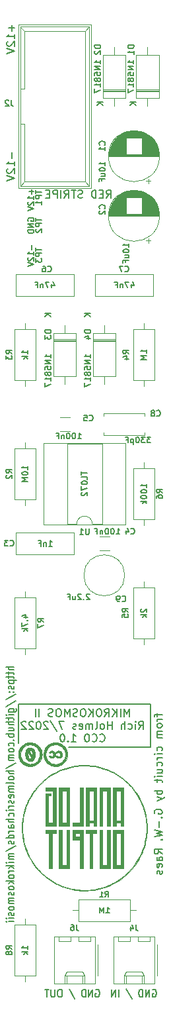
<source format=gbo>
G04 #@! TF.GenerationSoftware,KiCad,Pcbnew,6.0.7-f9a2dced07~116~ubuntu22.04.1*
G04 #@! TF.CreationDate,2022-09-02T22:22:42-04:00*
G04 #@! TF.ProjectId,mikrokosmos-ii,6d696b72-6f6b-46f7-936d-6f732d69692e,rev?*
G04 #@! TF.SameCoordinates,Original*
G04 #@! TF.FileFunction,Legend,Bot*
G04 #@! TF.FilePolarity,Positive*
%FSLAX46Y46*%
G04 Gerber Fmt 4.6, Leading zero omitted, Abs format (unit mm)*
G04 Created by KiCad (PCBNEW 6.0.7-f9a2dced07~116~ubuntu22.04.1) date 2022-09-02 22:22:42*
%MOMM*%
%LPD*%
G01*
G04 APERTURE LIST*
%ADD10C,0.150000*%
%ADD11C,0.120000*%
%ADD12C,0.010000*%
G04 APERTURE END LIST*
D10*
X91500000Y-101500000D02*
X91500000Y-106500000D01*
X108500000Y-107000000D02*
X98000000Y-107000000D01*
X108500000Y-101500000D02*
X108500000Y-107000000D01*
X108500000Y-101500000D02*
X91500000Y-101500000D01*
X108738095Y-138000000D02*
X108819047Y-137952380D01*
X108940476Y-137952380D01*
X109061904Y-138000000D01*
X109142857Y-138095238D01*
X109183333Y-138190476D01*
X109223809Y-138380952D01*
X109223809Y-138523809D01*
X109183333Y-138714285D01*
X109142857Y-138809523D01*
X109061904Y-138904761D01*
X108940476Y-138952380D01*
X108859523Y-138952380D01*
X108738095Y-138904761D01*
X108697619Y-138857142D01*
X108697619Y-138523809D01*
X108859523Y-138523809D01*
X108333333Y-138952380D02*
X108333333Y-137952380D01*
X107847619Y-138952380D01*
X107847619Y-137952380D01*
X107442857Y-138952380D02*
X107442857Y-137952380D01*
X107240476Y-137952380D01*
X107119047Y-138000000D01*
X107038095Y-138095238D01*
X106997619Y-138190476D01*
X106957142Y-138380952D01*
X106957142Y-138523809D01*
X106997619Y-138714285D01*
X107038095Y-138809523D01*
X107119047Y-138904761D01*
X107240476Y-138952380D01*
X107442857Y-138952380D01*
X105338095Y-137904761D02*
X106066666Y-139190476D01*
X104407142Y-138952380D02*
X104407142Y-137952380D01*
X104002380Y-138952380D02*
X104002380Y-137952380D01*
X103516666Y-138952380D01*
X103516666Y-137952380D01*
X105769809Y-103080380D02*
X105769809Y-102080380D01*
X105436476Y-102794666D01*
X105103142Y-102080380D01*
X105103142Y-103080380D01*
X104626952Y-103080380D02*
X104626952Y-102080380D01*
X104150761Y-103080380D02*
X104150761Y-102080380D01*
X103579333Y-103080380D02*
X104007904Y-102508952D01*
X103579333Y-102080380D02*
X104150761Y-102651809D01*
X102579333Y-103080380D02*
X102912666Y-102604190D01*
X103150761Y-103080380D02*
X103150761Y-102080380D01*
X102769809Y-102080380D01*
X102674571Y-102128000D01*
X102626952Y-102175619D01*
X102579333Y-102270857D01*
X102579333Y-102413714D01*
X102626952Y-102508952D01*
X102674571Y-102556571D01*
X102769809Y-102604190D01*
X103150761Y-102604190D01*
X101960285Y-102080380D02*
X101769809Y-102080380D01*
X101674571Y-102128000D01*
X101579333Y-102223238D01*
X101531714Y-102413714D01*
X101531714Y-102747047D01*
X101579333Y-102937523D01*
X101674571Y-103032761D01*
X101769809Y-103080380D01*
X101960285Y-103080380D01*
X102055523Y-103032761D01*
X102150761Y-102937523D01*
X102198380Y-102747047D01*
X102198380Y-102413714D01*
X102150761Y-102223238D01*
X102055523Y-102128000D01*
X101960285Y-102080380D01*
X101103142Y-103080380D02*
X101103142Y-102080380D01*
X100531714Y-103080380D02*
X100960285Y-102508952D01*
X100531714Y-102080380D02*
X101103142Y-102651809D01*
X99912666Y-102080380D02*
X99722190Y-102080380D01*
X99626952Y-102128000D01*
X99531714Y-102223238D01*
X99484095Y-102413714D01*
X99484095Y-102747047D01*
X99531714Y-102937523D01*
X99626952Y-103032761D01*
X99722190Y-103080380D01*
X99912666Y-103080380D01*
X100007904Y-103032761D01*
X100103142Y-102937523D01*
X100150761Y-102747047D01*
X100150761Y-102413714D01*
X100103142Y-102223238D01*
X100007904Y-102128000D01*
X99912666Y-102080380D01*
X99103142Y-103032761D02*
X98960285Y-103080380D01*
X98722190Y-103080380D01*
X98626952Y-103032761D01*
X98579333Y-102985142D01*
X98531714Y-102889904D01*
X98531714Y-102794666D01*
X98579333Y-102699428D01*
X98626952Y-102651809D01*
X98722190Y-102604190D01*
X98912666Y-102556571D01*
X99007904Y-102508952D01*
X99055523Y-102461333D01*
X99103142Y-102366095D01*
X99103142Y-102270857D01*
X99055523Y-102175619D01*
X99007904Y-102128000D01*
X98912666Y-102080380D01*
X98674571Y-102080380D01*
X98531714Y-102128000D01*
X98103142Y-103080380D02*
X98103142Y-102080380D01*
X97769809Y-102794666D01*
X97436476Y-102080380D01*
X97436476Y-103080380D01*
X96769809Y-102080380D02*
X96579333Y-102080380D01*
X96484095Y-102128000D01*
X96388857Y-102223238D01*
X96341238Y-102413714D01*
X96341238Y-102747047D01*
X96388857Y-102937523D01*
X96484095Y-103032761D01*
X96579333Y-103080380D01*
X96769809Y-103080380D01*
X96865047Y-103032761D01*
X96960285Y-102937523D01*
X97007904Y-102747047D01*
X97007904Y-102413714D01*
X96960285Y-102223238D01*
X96865047Y-102128000D01*
X96769809Y-102080380D01*
X95960285Y-103032761D02*
X95817428Y-103080380D01*
X95579333Y-103080380D01*
X95484095Y-103032761D01*
X95436476Y-102985142D01*
X95388857Y-102889904D01*
X95388857Y-102794666D01*
X95436476Y-102699428D01*
X95484095Y-102651809D01*
X95579333Y-102604190D01*
X95769809Y-102556571D01*
X95865047Y-102508952D01*
X95912666Y-102461333D01*
X95960285Y-102366095D01*
X95960285Y-102270857D01*
X95912666Y-102175619D01*
X95865047Y-102128000D01*
X95769809Y-102080380D01*
X95531714Y-102080380D01*
X95388857Y-102128000D01*
X94198380Y-103080380D02*
X94198380Y-102080380D01*
X93722190Y-103080380D02*
X93722190Y-102080380D01*
X106960285Y-104690380D02*
X107293619Y-104214190D01*
X107531714Y-104690380D02*
X107531714Y-103690380D01*
X107150761Y-103690380D01*
X107055523Y-103738000D01*
X107007904Y-103785619D01*
X106960285Y-103880857D01*
X106960285Y-104023714D01*
X107007904Y-104118952D01*
X107055523Y-104166571D01*
X107150761Y-104214190D01*
X107531714Y-104214190D01*
X106531714Y-104690380D02*
X106531714Y-104023714D01*
X106531714Y-103690380D02*
X106579333Y-103738000D01*
X106531714Y-103785619D01*
X106484095Y-103738000D01*
X106531714Y-103690380D01*
X106531714Y-103785619D01*
X105626952Y-104642761D02*
X105722190Y-104690380D01*
X105912666Y-104690380D01*
X106007904Y-104642761D01*
X106055523Y-104595142D01*
X106103142Y-104499904D01*
X106103142Y-104214190D01*
X106055523Y-104118952D01*
X106007904Y-104071333D01*
X105912666Y-104023714D01*
X105722190Y-104023714D01*
X105626952Y-104071333D01*
X105198380Y-104690380D02*
X105198380Y-103690380D01*
X104769809Y-104690380D02*
X104769809Y-104166571D01*
X104817428Y-104071333D01*
X104912666Y-104023714D01*
X105055523Y-104023714D01*
X105150761Y-104071333D01*
X105198380Y-104118952D01*
X103531714Y-104690380D02*
X103531714Y-103690380D01*
X103531714Y-104166571D02*
X102960285Y-104166571D01*
X102960285Y-104690380D02*
X102960285Y-103690380D01*
X102341238Y-104690380D02*
X102436476Y-104642761D01*
X102484095Y-104595142D01*
X102531714Y-104499904D01*
X102531714Y-104214190D01*
X102484095Y-104118952D01*
X102436476Y-104071333D01*
X102341238Y-104023714D01*
X102198380Y-104023714D01*
X102103142Y-104071333D01*
X102055523Y-104118952D01*
X102007904Y-104214190D01*
X102007904Y-104499904D01*
X102055523Y-104595142D01*
X102103142Y-104642761D01*
X102198380Y-104690380D01*
X102341238Y-104690380D01*
X101436476Y-104690380D02*
X101531714Y-104642761D01*
X101579333Y-104547523D01*
X101579333Y-103690380D01*
X101055523Y-104690380D02*
X101055523Y-104023714D01*
X101055523Y-104118952D02*
X101007904Y-104071333D01*
X100912666Y-104023714D01*
X100769809Y-104023714D01*
X100674571Y-104071333D01*
X100626952Y-104166571D01*
X100626952Y-104690380D01*
X100626952Y-104166571D02*
X100579333Y-104071333D01*
X100484095Y-104023714D01*
X100341238Y-104023714D01*
X100246000Y-104071333D01*
X100198380Y-104166571D01*
X100198380Y-104690380D01*
X99341238Y-104642761D02*
X99436476Y-104690380D01*
X99626952Y-104690380D01*
X99722190Y-104642761D01*
X99769809Y-104547523D01*
X99769809Y-104166571D01*
X99722190Y-104071333D01*
X99626952Y-104023714D01*
X99436476Y-104023714D01*
X99341238Y-104071333D01*
X99293619Y-104166571D01*
X99293619Y-104261809D01*
X99769809Y-104357047D01*
X98912666Y-104642761D02*
X98817428Y-104690380D01*
X98626952Y-104690380D01*
X98531714Y-104642761D01*
X98484095Y-104547523D01*
X98484095Y-104499904D01*
X98531714Y-104404666D01*
X98626952Y-104357047D01*
X98769809Y-104357047D01*
X98865047Y-104309428D01*
X98912666Y-104214190D01*
X98912666Y-104166571D01*
X98865047Y-104071333D01*
X98769809Y-104023714D01*
X98626952Y-104023714D01*
X98531714Y-104071333D01*
X97388857Y-103690380D02*
X96722190Y-103690380D01*
X97150761Y-104690380D01*
X95626952Y-103642761D02*
X96484095Y-104928476D01*
X95341238Y-103785619D02*
X95293619Y-103738000D01*
X95198380Y-103690380D01*
X94960285Y-103690380D01*
X94865047Y-103738000D01*
X94817428Y-103785619D01*
X94769809Y-103880857D01*
X94769809Y-103976095D01*
X94817428Y-104118952D01*
X95388857Y-104690380D01*
X94769809Y-104690380D01*
X94150761Y-103690380D02*
X94055523Y-103690380D01*
X93960285Y-103738000D01*
X93912666Y-103785619D01*
X93865047Y-103880857D01*
X93817428Y-104071333D01*
X93817428Y-104309428D01*
X93865047Y-104499904D01*
X93912666Y-104595142D01*
X93960285Y-104642761D01*
X94055523Y-104690380D01*
X94150761Y-104690380D01*
X94246000Y-104642761D01*
X94293619Y-104595142D01*
X94341238Y-104499904D01*
X94388857Y-104309428D01*
X94388857Y-104071333D01*
X94341238Y-103880857D01*
X94293619Y-103785619D01*
X94246000Y-103738000D01*
X94150761Y-103690380D01*
X93436476Y-103785619D02*
X93388857Y-103738000D01*
X93293619Y-103690380D01*
X93055523Y-103690380D01*
X92960285Y-103738000D01*
X92912666Y-103785619D01*
X92865047Y-103880857D01*
X92865047Y-103976095D01*
X92912666Y-104118952D01*
X93484095Y-104690380D01*
X92865047Y-104690380D01*
X92484095Y-103785619D02*
X92436476Y-103738000D01*
X92341238Y-103690380D01*
X92103142Y-103690380D01*
X92007904Y-103738000D01*
X91960285Y-103785619D01*
X91912666Y-103880857D01*
X91912666Y-103976095D01*
X91960285Y-104118952D01*
X92531714Y-104690380D01*
X91912666Y-104690380D01*
X101984095Y-106205142D02*
X102031714Y-106252761D01*
X102174571Y-106300380D01*
X102269809Y-106300380D01*
X102412666Y-106252761D01*
X102507904Y-106157523D01*
X102555523Y-106062285D01*
X102603142Y-105871809D01*
X102603142Y-105728952D01*
X102555523Y-105538476D01*
X102507904Y-105443238D01*
X102412666Y-105348000D01*
X102269809Y-105300380D01*
X102174571Y-105300380D01*
X102031714Y-105348000D01*
X101984095Y-105395619D01*
X100984095Y-106205142D02*
X101031714Y-106252761D01*
X101174571Y-106300380D01*
X101269809Y-106300380D01*
X101412666Y-106252761D01*
X101507904Y-106157523D01*
X101555523Y-106062285D01*
X101603142Y-105871809D01*
X101603142Y-105728952D01*
X101555523Y-105538476D01*
X101507904Y-105443238D01*
X101412666Y-105348000D01*
X101269809Y-105300380D01*
X101174571Y-105300380D01*
X101031714Y-105348000D01*
X100984095Y-105395619D01*
X100365047Y-105300380D02*
X100269809Y-105300380D01*
X100174571Y-105348000D01*
X100126952Y-105395619D01*
X100079333Y-105490857D01*
X100031714Y-105681333D01*
X100031714Y-105919428D01*
X100079333Y-106109904D01*
X100126952Y-106205142D01*
X100174571Y-106252761D01*
X100269809Y-106300380D01*
X100365047Y-106300380D01*
X100460285Y-106252761D01*
X100507904Y-106205142D01*
X100555523Y-106109904D01*
X100603142Y-105919428D01*
X100603142Y-105681333D01*
X100555523Y-105490857D01*
X100507904Y-105395619D01*
X100460285Y-105348000D01*
X100365047Y-105300380D01*
X98317428Y-106300380D02*
X98888857Y-106300380D01*
X98603142Y-106300380D02*
X98603142Y-105300380D01*
X98698380Y-105443238D01*
X98793619Y-105538476D01*
X98888857Y-105586095D01*
X97888857Y-106205142D02*
X97841238Y-106252761D01*
X97888857Y-106300380D01*
X97936476Y-106252761D01*
X97888857Y-106205142D01*
X97888857Y-106300380D01*
X97222190Y-105300380D02*
X97126952Y-105300380D01*
X97031714Y-105348000D01*
X96984095Y-105395619D01*
X96936476Y-105490857D01*
X96888857Y-105681333D01*
X96888857Y-105919428D01*
X96936476Y-106109904D01*
X96984095Y-106205142D01*
X97031714Y-106252761D01*
X97126952Y-106300380D01*
X97222190Y-106300380D01*
X97317428Y-106252761D01*
X97365047Y-106205142D01*
X97412666Y-106109904D01*
X97460285Y-105919428D01*
X97460285Y-105681333D01*
X97412666Y-105490857D01*
X97365047Y-105395619D01*
X97317428Y-105348000D01*
X97222190Y-105300380D01*
X90952380Y-96728571D02*
X89952380Y-96728571D01*
X90952380Y-97092857D02*
X90428571Y-97092857D01*
X90333333Y-97052380D01*
X90285714Y-96971428D01*
X90285714Y-96850000D01*
X90333333Y-96769047D01*
X90380952Y-96728571D01*
X90285714Y-97376190D02*
X90285714Y-97700000D01*
X89952380Y-97497619D02*
X90809523Y-97497619D01*
X90904761Y-97538095D01*
X90952380Y-97619047D01*
X90952380Y-97700000D01*
X90285714Y-97861904D02*
X90285714Y-98185714D01*
X89952380Y-97983333D02*
X90809523Y-97983333D01*
X90904761Y-98023809D01*
X90952380Y-98104761D01*
X90952380Y-98185714D01*
X90285714Y-98469047D02*
X91285714Y-98469047D01*
X90333333Y-98469047D02*
X90285714Y-98550000D01*
X90285714Y-98711904D01*
X90333333Y-98792857D01*
X90380952Y-98833333D01*
X90476190Y-98873809D01*
X90761904Y-98873809D01*
X90857142Y-98833333D01*
X90904761Y-98792857D01*
X90952380Y-98711904D01*
X90952380Y-98550000D01*
X90904761Y-98469047D01*
X90904761Y-99197619D02*
X90952380Y-99278571D01*
X90952380Y-99440476D01*
X90904761Y-99521428D01*
X90809523Y-99561904D01*
X90761904Y-99561904D01*
X90666666Y-99521428D01*
X90619047Y-99440476D01*
X90619047Y-99319047D01*
X90571428Y-99238095D01*
X90476190Y-99197619D01*
X90428571Y-99197619D01*
X90333333Y-99238095D01*
X90285714Y-99319047D01*
X90285714Y-99440476D01*
X90333333Y-99521428D01*
X90857142Y-99926190D02*
X90904761Y-99966666D01*
X90952380Y-99926190D01*
X90904761Y-99885714D01*
X90857142Y-99926190D01*
X90952380Y-99926190D01*
X90333333Y-99926190D02*
X90380952Y-99966666D01*
X90428571Y-99926190D01*
X90380952Y-99885714D01*
X90333333Y-99926190D01*
X90428571Y-99926190D01*
X89904761Y-100938095D02*
X91190476Y-100209523D01*
X89904761Y-101828571D02*
X91190476Y-101100000D01*
X90285714Y-102476190D02*
X91095238Y-102476190D01*
X91190476Y-102435714D01*
X91238095Y-102395238D01*
X91285714Y-102314285D01*
X91285714Y-102192857D01*
X91238095Y-102111904D01*
X90904761Y-102476190D02*
X90952380Y-102395238D01*
X90952380Y-102233333D01*
X90904761Y-102152380D01*
X90857142Y-102111904D01*
X90761904Y-102071428D01*
X90476190Y-102071428D01*
X90380952Y-102111904D01*
X90333333Y-102152380D01*
X90285714Y-102233333D01*
X90285714Y-102395238D01*
X90333333Y-102476190D01*
X90952380Y-102880952D02*
X90285714Y-102880952D01*
X89952380Y-102880952D02*
X90000000Y-102840476D01*
X90047619Y-102880952D01*
X90000000Y-102921428D01*
X89952380Y-102880952D01*
X90047619Y-102880952D01*
X90285714Y-103164285D02*
X90285714Y-103488095D01*
X89952380Y-103285714D02*
X90809523Y-103285714D01*
X90904761Y-103326190D01*
X90952380Y-103407142D01*
X90952380Y-103488095D01*
X90952380Y-103771428D02*
X89952380Y-103771428D01*
X90952380Y-104135714D02*
X90428571Y-104135714D01*
X90333333Y-104095238D01*
X90285714Y-104014285D01*
X90285714Y-103892857D01*
X90333333Y-103811904D01*
X90380952Y-103771428D01*
X90285714Y-104904761D02*
X90952380Y-104904761D01*
X90285714Y-104540476D02*
X90809523Y-104540476D01*
X90904761Y-104580952D01*
X90952380Y-104661904D01*
X90952380Y-104783333D01*
X90904761Y-104864285D01*
X90857142Y-104904761D01*
X90952380Y-105309523D02*
X89952380Y-105309523D01*
X90333333Y-105309523D02*
X90285714Y-105390476D01*
X90285714Y-105552380D01*
X90333333Y-105633333D01*
X90380952Y-105673809D01*
X90476190Y-105714285D01*
X90761904Y-105714285D01*
X90857142Y-105673809D01*
X90904761Y-105633333D01*
X90952380Y-105552380D01*
X90952380Y-105390476D01*
X90904761Y-105309523D01*
X90857142Y-106078571D02*
X90904761Y-106119047D01*
X90952380Y-106078571D01*
X90904761Y-106038095D01*
X90857142Y-106078571D01*
X90952380Y-106078571D01*
X90904761Y-106847619D02*
X90952380Y-106766666D01*
X90952380Y-106604761D01*
X90904761Y-106523809D01*
X90857142Y-106483333D01*
X90761904Y-106442857D01*
X90476190Y-106442857D01*
X90380952Y-106483333D01*
X90333333Y-106523809D01*
X90285714Y-106604761D01*
X90285714Y-106766666D01*
X90333333Y-106847619D01*
X90952380Y-107333333D02*
X90904761Y-107252380D01*
X90857142Y-107211904D01*
X90761904Y-107171428D01*
X90476190Y-107171428D01*
X90380952Y-107211904D01*
X90333333Y-107252380D01*
X90285714Y-107333333D01*
X90285714Y-107454761D01*
X90333333Y-107535714D01*
X90380952Y-107576190D01*
X90476190Y-107616666D01*
X90761904Y-107616666D01*
X90857142Y-107576190D01*
X90904761Y-107535714D01*
X90952380Y-107454761D01*
X90952380Y-107333333D01*
X90952380Y-107980952D02*
X90285714Y-107980952D01*
X90380952Y-107980952D02*
X90333333Y-108021428D01*
X90285714Y-108102380D01*
X90285714Y-108223809D01*
X90333333Y-108304761D01*
X90428571Y-108345238D01*
X90952380Y-108345238D01*
X90428571Y-108345238D02*
X90333333Y-108385714D01*
X90285714Y-108466666D01*
X90285714Y-108588095D01*
X90333333Y-108669047D01*
X90428571Y-108709523D01*
X90952380Y-108709523D01*
X89904761Y-109721428D02*
X91190476Y-108992857D01*
X90952380Y-110004761D02*
X89952380Y-110004761D01*
X90952380Y-110369047D02*
X90428571Y-110369047D01*
X90333333Y-110328571D01*
X90285714Y-110247619D01*
X90285714Y-110126190D01*
X90333333Y-110045238D01*
X90380952Y-110004761D01*
X90952380Y-110895238D02*
X90904761Y-110814285D01*
X90857142Y-110773809D01*
X90761904Y-110733333D01*
X90476190Y-110733333D01*
X90380952Y-110773809D01*
X90333333Y-110814285D01*
X90285714Y-110895238D01*
X90285714Y-111016666D01*
X90333333Y-111097619D01*
X90380952Y-111138095D01*
X90476190Y-111178571D01*
X90761904Y-111178571D01*
X90857142Y-111138095D01*
X90904761Y-111097619D01*
X90952380Y-111016666D01*
X90952380Y-110895238D01*
X90952380Y-111664285D02*
X90904761Y-111583333D01*
X90809523Y-111542857D01*
X89952380Y-111542857D01*
X90952380Y-111988095D02*
X90285714Y-111988095D01*
X90380952Y-111988095D02*
X90333333Y-112028571D01*
X90285714Y-112109523D01*
X90285714Y-112230952D01*
X90333333Y-112311904D01*
X90428571Y-112352380D01*
X90952380Y-112352380D01*
X90428571Y-112352380D02*
X90333333Y-112392857D01*
X90285714Y-112473809D01*
X90285714Y-112595238D01*
X90333333Y-112676190D01*
X90428571Y-112716666D01*
X90952380Y-112716666D01*
X90904761Y-113445238D02*
X90952380Y-113364285D01*
X90952380Y-113202380D01*
X90904761Y-113121428D01*
X90809523Y-113080952D01*
X90428571Y-113080952D01*
X90333333Y-113121428D01*
X90285714Y-113202380D01*
X90285714Y-113364285D01*
X90333333Y-113445238D01*
X90428571Y-113485714D01*
X90523809Y-113485714D01*
X90619047Y-113080952D01*
X90904761Y-113809523D02*
X90952380Y-113890476D01*
X90952380Y-114052380D01*
X90904761Y-114133333D01*
X90809523Y-114173809D01*
X90761904Y-114173809D01*
X90666666Y-114133333D01*
X90619047Y-114052380D01*
X90619047Y-113930952D01*
X90571428Y-113850000D01*
X90476190Y-113809523D01*
X90428571Y-113809523D01*
X90333333Y-113850000D01*
X90285714Y-113930952D01*
X90285714Y-114052380D01*
X90333333Y-114133333D01*
X90952380Y-114538095D02*
X90285714Y-114538095D01*
X90476190Y-114538095D02*
X90380952Y-114578571D01*
X90333333Y-114619047D01*
X90285714Y-114700000D01*
X90285714Y-114780952D01*
X90952380Y-115064285D02*
X90285714Y-115064285D01*
X89952380Y-115064285D02*
X90000000Y-115023809D01*
X90047619Y-115064285D01*
X90000000Y-115104761D01*
X89952380Y-115064285D01*
X90047619Y-115064285D01*
X90904761Y-115833333D02*
X90952380Y-115752380D01*
X90952380Y-115590476D01*
X90904761Y-115509523D01*
X90857142Y-115469047D01*
X90761904Y-115428571D01*
X90476190Y-115428571D01*
X90380952Y-115469047D01*
X90333333Y-115509523D01*
X90285714Y-115590476D01*
X90285714Y-115752380D01*
X90333333Y-115833333D01*
X90952380Y-116197619D02*
X89952380Y-116197619D01*
X90952380Y-116561904D02*
X90428571Y-116561904D01*
X90333333Y-116521428D01*
X90285714Y-116440476D01*
X90285714Y-116319047D01*
X90333333Y-116238095D01*
X90380952Y-116197619D01*
X90952380Y-117330952D02*
X90428571Y-117330952D01*
X90333333Y-117290476D01*
X90285714Y-117209523D01*
X90285714Y-117047619D01*
X90333333Y-116966666D01*
X90904761Y-117330952D02*
X90952380Y-117250000D01*
X90952380Y-117047619D01*
X90904761Y-116966666D01*
X90809523Y-116926190D01*
X90714285Y-116926190D01*
X90619047Y-116966666D01*
X90571428Y-117047619D01*
X90571428Y-117250000D01*
X90523809Y-117330952D01*
X90952380Y-117735714D02*
X90285714Y-117735714D01*
X90476190Y-117735714D02*
X90380952Y-117776190D01*
X90333333Y-117816666D01*
X90285714Y-117897619D01*
X90285714Y-117978571D01*
X90952380Y-118626190D02*
X89952380Y-118626190D01*
X90904761Y-118626190D02*
X90952380Y-118545238D01*
X90952380Y-118383333D01*
X90904761Y-118302380D01*
X90857142Y-118261904D01*
X90761904Y-118221428D01*
X90476190Y-118221428D01*
X90380952Y-118261904D01*
X90333333Y-118302380D01*
X90285714Y-118383333D01*
X90285714Y-118545238D01*
X90333333Y-118626190D01*
X90904761Y-118990476D02*
X90952380Y-119071428D01*
X90952380Y-119233333D01*
X90904761Y-119314285D01*
X90809523Y-119354761D01*
X90761904Y-119354761D01*
X90666666Y-119314285D01*
X90619047Y-119233333D01*
X90619047Y-119111904D01*
X90571428Y-119030952D01*
X90476190Y-118990476D01*
X90428571Y-118990476D01*
X90333333Y-119030952D01*
X90285714Y-119111904D01*
X90285714Y-119233333D01*
X90333333Y-119314285D01*
X89904761Y-120326190D02*
X91190476Y-119597619D01*
X90952380Y-120609523D02*
X90285714Y-120609523D01*
X90380952Y-120609523D02*
X90333333Y-120650000D01*
X90285714Y-120730952D01*
X90285714Y-120852380D01*
X90333333Y-120933333D01*
X90428571Y-120973809D01*
X90952380Y-120973809D01*
X90428571Y-120973809D02*
X90333333Y-121014285D01*
X90285714Y-121095238D01*
X90285714Y-121216666D01*
X90333333Y-121297619D01*
X90428571Y-121338095D01*
X90952380Y-121338095D01*
X90952380Y-121742857D02*
X90285714Y-121742857D01*
X89952380Y-121742857D02*
X90000000Y-121702380D01*
X90047619Y-121742857D01*
X90000000Y-121783333D01*
X89952380Y-121742857D01*
X90047619Y-121742857D01*
X90952380Y-122147619D02*
X89952380Y-122147619D01*
X90571428Y-122228571D02*
X90952380Y-122471428D01*
X90285714Y-122471428D02*
X90666666Y-122147619D01*
X90952380Y-122835714D02*
X90285714Y-122835714D01*
X90476190Y-122835714D02*
X90380952Y-122876190D01*
X90333333Y-122916666D01*
X90285714Y-122997619D01*
X90285714Y-123078571D01*
X90952380Y-123483333D02*
X90904761Y-123402380D01*
X90857142Y-123361904D01*
X90761904Y-123321428D01*
X90476190Y-123321428D01*
X90380952Y-123361904D01*
X90333333Y-123402380D01*
X90285714Y-123483333D01*
X90285714Y-123604761D01*
X90333333Y-123685714D01*
X90380952Y-123726190D01*
X90476190Y-123766666D01*
X90761904Y-123766666D01*
X90857142Y-123726190D01*
X90904761Y-123685714D01*
X90952380Y-123604761D01*
X90952380Y-123483333D01*
X90952380Y-124130952D02*
X89952380Y-124130952D01*
X90571428Y-124211904D02*
X90952380Y-124454761D01*
X90285714Y-124454761D02*
X90666666Y-124130952D01*
X90952380Y-124940476D02*
X90904761Y-124859523D01*
X90857142Y-124819047D01*
X90761904Y-124778571D01*
X90476190Y-124778571D01*
X90380952Y-124819047D01*
X90333333Y-124859523D01*
X90285714Y-124940476D01*
X90285714Y-125061904D01*
X90333333Y-125142857D01*
X90380952Y-125183333D01*
X90476190Y-125223809D01*
X90761904Y-125223809D01*
X90857142Y-125183333D01*
X90904761Y-125142857D01*
X90952380Y-125061904D01*
X90952380Y-124940476D01*
X90904761Y-125547619D02*
X90952380Y-125628571D01*
X90952380Y-125790476D01*
X90904761Y-125871428D01*
X90809523Y-125911904D01*
X90761904Y-125911904D01*
X90666666Y-125871428D01*
X90619047Y-125790476D01*
X90619047Y-125669047D01*
X90571428Y-125588095D01*
X90476190Y-125547619D01*
X90428571Y-125547619D01*
X90333333Y-125588095D01*
X90285714Y-125669047D01*
X90285714Y-125790476D01*
X90333333Y-125871428D01*
X90952380Y-126276190D02*
X90285714Y-126276190D01*
X90380952Y-126276190D02*
X90333333Y-126316666D01*
X90285714Y-126397619D01*
X90285714Y-126519047D01*
X90333333Y-126600000D01*
X90428571Y-126640476D01*
X90952380Y-126640476D01*
X90428571Y-126640476D02*
X90333333Y-126680952D01*
X90285714Y-126761904D01*
X90285714Y-126883333D01*
X90333333Y-126964285D01*
X90428571Y-127004761D01*
X90952380Y-127004761D01*
X90952380Y-127530952D02*
X90904761Y-127450000D01*
X90857142Y-127409523D01*
X90761904Y-127369047D01*
X90476190Y-127369047D01*
X90380952Y-127409523D01*
X90333333Y-127450000D01*
X90285714Y-127530952D01*
X90285714Y-127652380D01*
X90333333Y-127733333D01*
X90380952Y-127773809D01*
X90476190Y-127814285D01*
X90761904Y-127814285D01*
X90857142Y-127773809D01*
X90904761Y-127733333D01*
X90952380Y-127652380D01*
X90952380Y-127530952D01*
X90904761Y-128138095D02*
X90952380Y-128219047D01*
X90952380Y-128380952D01*
X90904761Y-128461904D01*
X90809523Y-128502380D01*
X90761904Y-128502380D01*
X90666666Y-128461904D01*
X90619047Y-128380952D01*
X90619047Y-128259523D01*
X90571428Y-128178571D01*
X90476190Y-128138095D01*
X90428571Y-128138095D01*
X90333333Y-128178571D01*
X90285714Y-128259523D01*
X90285714Y-128380952D01*
X90333333Y-128461904D01*
X90952380Y-128866666D02*
X90285714Y-128866666D01*
X89952380Y-128866666D02*
X90000000Y-128826190D01*
X90047619Y-128866666D01*
X90000000Y-128907142D01*
X89952380Y-128866666D01*
X90047619Y-128866666D01*
X90952380Y-129271428D02*
X90285714Y-129271428D01*
X89952380Y-129271428D02*
X90000000Y-129230952D01*
X90047619Y-129271428D01*
X90000000Y-129311904D01*
X89952380Y-129271428D01*
X90047619Y-129271428D01*
X101430761Y-138000000D02*
X101511714Y-137952380D01*
X101633142Y-137952380D01*
X101754571Y-138000000D01*
X101835523Y-138095238D01*
X101876000Y-138190476D01*
X101916476Y-138380952D01*
X101916476Y-138523809D01*
X101876000Y-138714285D01*
X101835523Y-138809523D01*
X101754571Y-138904761D01*
X101633142Y-138952380D01*
X101552190Y-138952380D01*
X101430761Y-138904761D01*
X101390285Y-138857142D01*
X101390285Y-138523809D01*
X101552190Y-138523809D01*
X101026000Y-138952380D02*
X101026000Y-137952380D01*
X100540285Y-138952380D01*
X100540285Y-137952380D01*
X100135523Y-138952380D02*
X100135523Y-137952380D01*
X99933142Y-137952380D01*
X99811714Y-138000000D01*
X99730761Y-138095238D01*
X99690285Y-138190476D01*
X99649809Y-138380952D01*
X99649809Y-138523809D01*
X99690285Y-138714285D01*
X99730761Y-138809523D01*
X99811714Y-138904761D01*
X99933142Y-138952380D01*
X100135523Y-138952380D01*
X98030761Y-137904761D02*
X98759333Y-139190476D01*
X96937904Y-137952380D02*
X96776000Y-137952380D01*
X96695047Y-138000000D01*
X96614095Y-138095238D01*
X96573619Y-138285714D01*
X96573619Y-138619047D01*
X96614095Y-138809523D01*
X96695047Y-138904761D01*
X96776000Y-138952380D01*
X96937904Y-138952380D01*
X97018857Y-138904761D01*
X97099809Y-138809523D01*
X97140285Y-138619047D01*
X97140285Y-138285714D01*
X97099809Y-138095238D01*
X97018857Y-138000000D01*
X96937904Y-137952380D01*
X96209333Y-137952380D02*
X96209333Y-138761904D01*
X96168857Y-138857142D01*
X96128380Y-138904761D01*
X96047428Y-138952380D01*
X95885523Y-138952380D01*
X95804571Y-138904761D01*
X95764095Y-138857142D01*
X95723619Y-138761904D01*
X95723619Y-137952380D01*
X95440285Y-137952380D02*
X94954571Y-137952380D01*
X95197428Y-138952380D02*
X95197428Y-137952380D01*
X109285714Y-102690476D02*
X109285714Y-103071428D01*
X109952380Y-102833333D02*
X109095238Y-102833333D01*
X109000000Y-102880952D01*
X108952380Y-102976190D01*
X108952380Y-103071428D01*
X109952380Y-103404761D02*
X109285714Y-103404761D01*
X109476190Y-103404761D02*
X109380952Y-103452380D01*
X109333333Y-103500000D01*
X109285714Y-103595238D01*
X109285714Y-103690476D01*
X109952380Y-104166666D02*
X109904761Y-104071428D01*
X109857142Y-104023809D01*
X109761904Y-103976190D01*
X109476190Y-103976190D01*
X109380952Y-104023809D01*
X109333333Y-104071428D01*
X109285714Y-104166666D01*
X109285714Y-104309523D01*
X109333333Y-104404761D01*
X109380952Y-104452380D01*
X109476190Y-104500000D01*
X109761904Y-104500000D01*
X109857142Y-104452380D01*
X109904761Y-104404761D01*
X109952380Y-104309523D01*
X109952380Y-104166666D01*
X109952380Y-104928571D02*
X109285714Y-104928571D01*
X109380952Y-104928571D02*
X109333333Y-104976190D01*
X109285714Y-105071428D01*
X109285714Y-105214285D01*
X109333333Y-105309523D01*
X109428571Y-105357142D01*
X109952380Y-105357142D01*
X109428571Y-105357142D02*
X109333333Y-105404761D01*
X109285714Y-105500000D01*
X109285714Y-105642857D01*
X109333333Y-105738095D01*
X109428571Y-105785714D01*
X109952380Y-105785714D01*
X109904761Y-107452380D02*
X109952380Y-107357142D01*
X109952380Y-107166666D01*
X109904761Y-107071428D01*
X109857142Y-107023809D01*
X109761904Y-106976190D01*
X109476190Y-106976190D01*
X109380952Y-107023809D01*
X109333333Y-107071428D01*
X109285714Y-107166666D01*
X109285714Y-107357142D01*
X109333333Y-107452380D01*
X109952380Y-107880952D02*
X109285714Y-107880952D01*
X108952380Y-107880952D02*
X109000000Y-107833333D01*
X109047619Y-107880952D01*
X109000000Y-107928571D01*
X108952380Y-107880952D01*
X109047619Y-107880952D01*
X109952380Y-108357142D02*
X109285714Y-108357142D01*
X109476190Y-108357142D02*
X109380952Y-108404761D01*
X109333333Y-108452380D01*
X109285714Y-108547619D01*
X109285714Y-108642857D01*
X109904761Y-109404761D02*
X109952380Y-109309523D01*
X109952380Y-109119047D01*
X109904761Y-109023809D01*
X109857142Y-108976190D01*
X109761904Y-108928571D01*
X109476190Y-108928571D01*
X109380952Y-108976190D01*
X109333333Y-109023809D01*
X109285714Y-109119047D01*
X109285714Y-109309523D01*
X109333333Y-109404761D01*
X109285714Y-110261904D02*
X109952380Y-110261904D01*
X109285714Y-109833333D02*
X109809523Y-109833333D01*
X109904761Y-109880952D01*
X109952380Y-109976190D01*
X109952380Y-110119047D01*
X109904761Y-110214285D01*
X109857142Y-110261904D01*
X109952380Y-110738095D02*
X109285714Y-110738095D01*
X108952380Y-110738095D02*
X109000000Y-110690476D01*
X109047619Y-110738095D01*
X109000000Y-110785714D01*
X108952380Y-110738095D01*
X109047619Y-110738095D01*
X109285714Y-111071428D02*
X109285714Y-111452380D01*
X108952380Y-111214285D02*
X109809523Y-111214285D01*
X109904761Y-111261904D01*
X109952380Y-111357142D01*
X109952380Y-111452380D01*
X109952380Y-112547619D02*
X108952380Y-112547619D01*
X109333333Y-112547619D02*
X109285714Y-112642857D01*
X109285714Y-112833333D01*
X109333333Y-112928571D01*
X109380952Y-112976190D01*
X109476190Y-113023809D01*
X109761904Y-113023809D01*
X109857142Y-112976190D01*
X109904761Y-112928571D01*
X109952380Y-112833333D01*
X109952380Y-112642857D01*
X109904761Y-112547619D01*
X109285714Y-113357142D02*
X109952380Y-113595238D01*
X109285714Y-113833333D02*
X109952380Y-113595238D01*
X110190476Y-113500000D01*
X110238095Y-113452380D01*
X110285714Y-113357142D01*
X109000000Y-115500000D02*
X108952380Y-115404761D01*
X108952380Y-115261904D01*
X109000000Y-115119047D01*
X109095238Y-115023809D01*
X109190476Y-114976190D01*
X109380952Y-114928571D01*
X109523809Y-114928571D01*
X109714285Y-114976190D01*
X109809523Y-115023809D01*
X109904761Y-115119047D01*
X109952380Y-115261904D01*
X109952380Y-115357142D01*
X109904761Y-115500000D01*
X109857142Y-115547619D01*
X109523809Y-115547619D01*
X109523809Y-115357142D01*
X109857142Y-115976190D02*
X109904761Y-116023809D01*
X109952380Y-115976190D01*
X109904761Y-115928571D01*
X109857142Y-115976190D01*
X109952380Y-115976190D01*
X109571428Y-116452380D02*
X109571428Y-117214285D01*
X108952380Y-117595238D02*
X109952380Y-117833333D01*
X109238095Y-118023809D01*
X109952380Y-118214285D01*
X108952380Y-118452380D01*
X109857142Y-118833333D02*
X109904761Y-118880952D01*
X109952380Y-118833333D01*
X109904761Y-118785714D01*
X109857142Y-118833333D01*
X109952380Y-118833333D01*
X109952380Y-120642857D02*
X109476190Y-120309523D01*
X109952380Y-120071428D02*
X108952380Y-120071428D01*
X108952380Y-120452380D01*
X109000000Y-120547619D01*
X109047619Y-120595238D01*
X109142857Y-120642857D01*
X109285714Y-120642857D01*
X109380952Y-120595238D01*
X109428571Y-120547619D01*
X109476190Y-120452380D01*
X109476190Y-120071428D01*
X109952380Y-121500000D02*
X109428571Y-121500000D01*
X109333333Y-121452380D01*
X109285714Y-121357142D01*
X109285714Y-121166666D01*
X109333333Y-121071428D01*
X109904761Y-121500000D02*
X109952380Y-121404761D01*
X109952380Y-121166666D01*
X109904761Y-121071428D01*
X109809523Y-121023809D01*
X109714285Y-121023809D01*
X109619047Y-121071428D01*
X109571428Y-121166666D01*
X109571428Y-121404761D01*
X109523809Y-121500000D01*
X109904761Y-122357142D02*
X109952380Y-122261904D01*
X109952380Y-122071428D01*
X109904761Y-121976190D01*
X109809523Y-121928571D01*
X109428571Y-121928571D01*
X109333333Y-121976190D01*
X109285714Y-122071428D01*
X109285714Y-122261904D01*
X109333333Y-122357142D01*
X109428571Y-122404761D01*
X109523809Y-122404761D01*
X109619047Y-121928571D01*
X109904761Y-122785714D02*
X109952380Y-122880952D01*
X109952380Y-123071428D01*
X109904761Y-123166666D01*
X109809523Y-123214285D01*
X109761904Y-123214285D01*
X109666666Y-123166666D01*
X109619047Y-123071428D01*
X109619047Y-122928571D01*
X109571428Y-122833333D01*
X109476190Y-122785714D01*
X109428571Y-122785714D01*
X109333333Y-122833333D01*
X109285714Y-122928571D01*
X109285714Y-123071428D01*
X109333333Y-123166666D01*
G04 #@! TO.C,TP2*
X93747285Y-39363571D02*
X93747285Y-39792142D01*
X94497285Y-39577857D02*
X93747285Y-39577857D01*
X94497285Y-40042142D02*
X93747285Y-40042142D01*
X93747285Y-40327857D01*
X93783000Y-40399285D01*
X93818714Y-40435000D01*
X93890142Y-40470714D01*
X93997285Y-40470714D01*
X94068714Y-40435000D01*
X94104428Y-40399285D01*
X94140142Y-40327857D01*
X94140142Y-40042142D01*
X93818714Y-40756428D02*
X93783000Y-40792142D01*
X93747285Y-40863571D01*
X93747285Y-41042142D01*
X93783000Y-41113571D01*
X93818714Y-41149285D01*
X93890142Y-41185000D01*
X93961571Y-41185000D01*
X94068714Y-41149285D01*
X94497285Y-40720714D01*
X94497285Y-41185000D01*
X92767000Y-39738571D02*
X92731285Y-39667142D01*
X92731285Y-39560000D01*
X92767000Y-39452857D01*
X92838428Y-39381428D01*
X92909857Y-39345714D01*
X93052714Y-39310000D01*
X93159857Y-39310000D01*
X93302714Y-39345714D01*
X93374142Y-39381428D01*
X93445571Y-39452857D01*
X93481285Y-39560000D01*
X93481285Y-39631428D01*
X93445571Y-39738571D01*
X93409857Y-39774285D01*
X93159857Y-39774285D01*
X93159857Y-39631428D01*
X93481285Y-40095714D02*
X92731285Y-40095714D01*
X93481285Y-40524285D01*
X92731285Y-40524285D01*
X93481285Y-40881428D02*
X92731285Y-40881428D01*
X92731285Y-41060000D01*
X92767000Y-41167142D01*
X92838428Y-41238571D01*
X92909857Y-41274285D01*
X93052714Y-41310000D01*
X93159857Y-41310000D01*
X93302714Y-41274285D01*
X93374142Y-41238571D01*
X93445571Y-41167142D01*
X93481285Y-41060000D01*
X93481285Y-40881428D01*
G04 #@! TO.C,TP3*
X93195571Y-42798571D02*
X93195571Y-43370000D01*
X93481285Y-44120000D02*
X93481285Y-43691428D01*
X93481285Y-43905714D02*
X92731285Y-43905714D01*
X92838428Y-43834285D01*
X92909857Y-43762857D01*
X92945571Y-43691428D01*
X92802714Y-44405714D02*
X92767000Y-44441428D01*
X92731285Y-44512857D01*
X92731285Y-44691428D01*
X92767000Y-44762857D01*
X92802714Y-44798571D01*
X92874142Y-44834285D01*
X92945571Y-44834285D01*
X93052714Y-44798571D01*
X93481285Y-44370000D01*
X93481285Y-44834285D01*
X92731285Y-45048571D02*
X93481285Y-45298571D01*
X92731285Y-45548571D01*
X93747285Y-43173571D02*
X93747285Y-43602142D01*
X94497285Y-43387857D02*
X93747285Y-43387857D01*
X94497285Y-43852142D02*
X93747285Y-43852142D01*
X93747285Y-44137857D01*
X93783000Y-44209285D01*
X93818714Y-44245000D01*
X93890142Y-44280714D01*
X93997285Y-44280714D01*
X94068714Y-44245000D01*
X94104428Y-44209285D01*
X94140142Y-44137857D01*
X94140142Y-43852142D01*
X93747285Y-44530714D02*
X93747285Y-44995000D01*
X94033000Y-44745000D01*
X94033000Y-44852142D01*
X94068714Y-44923571D01*
X94104428Y-44959285D01*
X94175857Y-44995000D01*
X94354428Y-44995000D01*
X94425857Y-44959285D01*
X94461571Y-44923571D01*
X94497285Y-44852142D01*
X94497285Y-44637857D01*
X94461571Y-44566428D01*
X94425857Y-44530714D01*
G04 #@! TO.C,TP1*
X93747285Y-35807571D02*
X93747285Y-36236142D01*
X94497285Y-36021857D02*
X93747285Y-36021857D01*
X94497285Y-36486142D02*
X93747285Y-36486142D01*
X93747285Y-36771857D01*
X93783000Y-36843285D01*
X93818714Y-36879000D01*
X93890142Y-36914714D01*
X93997285Y-36914714D01*
X94068714Y-36879000D01*
X94104428Y-36843285D01*
X94140142Y-36771857D01*
X94140142Y-36486142D01*
X94497285Y-37629000D02*
X94497285Y-37200428D01*
X94497285Y-37414714D02*
X93747285Y-37414714D01*
X93854428Y-37343285D01*
X93925857Y-37271857D01*
X93961571Y-37200428D01*
X93195571Y-35686571D02*
X93195571Y-36258000D01*
X93481285Y-35972285D02*
X92909857Y-35972285D01*
X93481285Y-37008000D02*
X93481285Y-36579428D01*
X93481285Y-36793714D02*
X92731285Y-36793714D01*
X92838428Y-36722285D01*
X92909857Y-36650857D01*
X92945571Y-36579428D01*
X92802714Y-37293714D02*
X92767000Y-37329428D01*
X92731285Y-37400857D01*
X92731285Y-37579428D01*
X92767000Y-37650857D01*
X92802714Y-37686571D01*
X92874142Y-37722285D01*
X92945571Y-37722285D01*
X93052714Y-37686571D01*
X93481285Y-37258000D01*
X93481285Y-37722285D01*
X92731285Y-37936571D02*
X93481285Y-38186571D01*
X92731285Y-38436571D01*
G04 #@! TO.C,C7*
X105205000Y-46165857D02*
X105240714Y-46201571D01*
X105347857Y-46237285D01*
X105419285Y-46237285D01*
X105526428Y-46201571D01*
X105597857Y-46130142D01*
X105633571Y-46058714D01*
X105669285Y-45915857D01*
X105669285Y-45808714D01*
X105633571Y-45665857D01*
X105597857Y-45594428D01*
X105526428Y-45523000D01*
X105419285Y-45487285D01*
X105347857Y-45487285D01*
X105240714Y-45523000D01*
X105205000Y-45558714D01*
X104955000Y-45487285D02*
X104455000Y-45487285D01*
X104776428Y-46237285D01*
X105995000Y-47769285D02*
X105995000Y-48269285D01*
X106173571Y-47483571D02*
X106352142Y-48019285D01*
X105887857Y-48019285D01*
X105673571Y-47519285D02*
X105173571Y-47519285D01*
X105495000Y-48269285D01*
X104887857Y-47769285D02*
X104887857Y-48269285D01*
X104887857Y-47840714D02*
X104852142Y-47805000D01*
X104780714Y-47769285D01*
X104673571Y-47769285D01*
X104602142Y-47805000D01*
X104566428Y-47876428D01*
X104566428Y-48269285D01*
X103959285Y-47876428D02*
X104209285Y-47876428D01*
X104209285Y-48269285D02*
X104209285Y-47519285D01*
X103852142Y-47519285D01*
G04 #@! TO.C,J6*
X98980000Y-129679285D02*
X98980000Y-130215000D01*
X99015714Y-130322142D01*
X99087142Y-130393571D01*
X99194285Y-130429285D01*
X99265714Y-130429285D01*
X98301428Y-129679285D02*
X98444285Y-129679285D01*
X98515714Y-129715000D01*
X98551428Y-129750714D01*
X98622857Y-129857857D01*
X98658571Y-130000714D01*
X98658571Y-130286428D01*
X98622857Y-130357857D01*
X98587142Y-130393571D01*
X98515714Y-130429285D01*
X98372857Y-130429285D01*
X98301428Y-130393571D01*
X98265714Y-130357857D01*
X98230000Y-130286428D01*
X98230000Y-130107857D01*
X98265714Y-130036428D01*
X98301428Y-130000714D01*
X98372857Y-129965000D01*
X98515714Y-129965000D01*
X98587142Y-130000714D01*
X98622857Y-130036428D01*
X98658571Y-130107857D01*
G04 #@! TO.C,D2*
X102063285Y-17277428D02*
X101313285Y-17277428D01*
X101313285Y-17456000D01*
X101349000Y-17563142D01*
X101420428Y-17634571D01*
X101491857Y-17670285D01*
X101634714Y-17706000D01*
X101741857Y-17706000D01*
X101884714Y-17670285D01*
X101956142Y-17634571D01*
X102027571Y-17563142D01*
X102063285Y-17456000D01*
X102063285Y-17277428D01*
X101384714Y-17991714D02*
X101349000Y-18027428D01*
X101313285Y-18098857D01*
X101313285Y-18277428D01*
X101349000Y-18348857D01*
X101384714Y-18384571D01*
X101456142Y-18420285D01*
X101527571Y-18420285D01*
X101634714Y-18384571D01*
X102063285Y-17956000D01*
X102063285Y-18420285D01*
X102058285Y-19652857D02*
X102058285Y-19224285D01*
X102058285Y-19438571D02*
X101308285Y-19438571D01*
X101415428Y-19367142D01*
X101486857Y-19295714D01*
X101522571Y-19224285D01*
X102058285Y-19974285D02*
X101308285Y-19974285D01*
X102058285Y-20402857D01*
X101308285Y-20402857D01*
X101308285Y-21117142D02*
X101308285Y-20760000D01*
X101665428Y-20724285D01*
X101629714Y-20760000D01*
X101594000Y-20831428D01*
X101594000Y-21010000D01*
X101629714Y-21081428D01*
X101665428Y-21117142D01*
X101736857Y-21152857D01*
X101915428Y-21152857D01*
X101986857Y-21117142D01*
X102022571Y-21081428D01*
X102058285Y-21010000D01*
X102058285Y-20831428D01*
X102022571Y-20760000D01*
X101986857Y-20724285D01*
X101629714Y-21581428D02*
X101594000Y-21510000D01*
X101558285Y-21474285D01*
X101486857Y-21438571D01*
X101451142Y-21438571D01*
X101379714Y-21474285D01*
X101344000Y-21510000D01*
X101308285Y-21581428D01*
X101308285Y-21724285D01*
X101344000Y-21795714D01*
X101379714Y-21831428D01*
X101451142Y-21867142D01*
X101486857Y-21867142D01*
X101558285Y-21831428D01*
X101594000Y-21795714D01*
X101629714Y-21724285D01*
X101629714Y-21581428D01*
X101665428Y-21510000D01*
X101701142Y-21474285D01*
X101772571Y-21438571D01*
X101915428Y-21438571D01*
X101986857Y-21474285D01*
X102022571Y-21510000D01*
X102058285Y-21581428D01*
X102058285Y-21724285D01*
X102022571Y-21795714D01*
X101986857Y-21831428D01*
X101915428Y-21867142D01*
X101772571Y-21867142D01*
X101701142Y-21831428D01*
X101665428Y-21795714D01*
X101629714Y-21724285D01*
X102058285Y-22581428D02*
X102058285Y-22152857D01*
X102058285Y-22367142D02*
X101308285Y-22367142D01*
X101415428Y-22295714D01*
X101486857Y-22224285D01*
X101522571Y-22152857D01*
X101308285Y-22831428D02*
X101308285Y-23331428D01*
X102058285Y-23010000D01*
X102371285Y-24492571D02*
X101621285Y-24492571D01*
X102371285Y-24921142D02*
X101942714Y-24599714D01*
X101621285Y-24921142D02*
X102049857Y-24492571D01*
G04 #@! TO.C,R5*
X105589285Y-89715000D02*
X105232142Y-89465000D01*
X105589285Y-89286428D02*
X104839285Y-89286428D01*
X104839285Y-89572142D01*
X104875000Y-89643571D01*
X104910714Y-89679285D01*
X104982142Y-89715000D01*
X105089285Y-89715000D01*
X105160714Y-89679285D01*
X105196428Y-89643571D01*
X105232142Y-89572142D01*
X105232142Y-89286428D01*
X104839285Y-90393571D02*
X104839285Y-90036428D01*
X105196428Y-90000714D01*
X105160714Y-90036428D01*
X105125000Y-90107857D01*
X105125000Y-90286428D01*
X105160714Y-90357857D01*
X105196428Y-90393571D01*
X105267857Y-90429285D01*
X105446428Y-90429285D01*
X105517857Y-90393571D01*
X105553571Y-90357857D01*
X105589285Y-90286428D01*
X105589285Y-90107857D01*
X105553571Y-90036428D01*
X105517857Y-90000714D01*
X107280714Y-89322142D02*
X107245000Y-89357857D01*
X107209285Y-89429285D01*
X107209285Y-89607857D01*
X107245000Y-89679285D01*
X107280714Y-89715000D01*
X107352142Y-89750714D01*
X107423571Y-89750714D01*
X107530714Y-89715000D01*
X107959285Y-89286428D01*
X107959285Y-89750714D01*
X107959285Y-90072142D02*
X107209285Y-90072142D01*
X107673571Y-90143571D02*
X107959285Y-90357857D01*
X107459285Y-90357857D02*
X107745000Y-90072142D01*
G04 #@! TO.C,C5*
X100633000Y-65215857D02*
X100668714Y-65251571D01*
X100775857Y-65287285D01*
X100847285Y-65287285D01*
X100954428Y-65251571D01*
X101025857Y-65180142D01*
X101061571Y-65108714D01*
X101097285Y-64965857D01*
X101097285Y-64858714D01*
X101061571Y-64715857D01*
X101025857Y-64644428D01*
X100954428Y-64573000D01*
X100847285Y-64537285D01*
X100775857Y-64537285D01*
X100668714Y-64573000D01*
X100633000Y-64608714D01*
X99954428Y-64537285D02*
X100311571Y-64537285D01*
X100347285Y-64894428D01*
X100311571Y-64858714D01*
X100240142Y-64823000D01*
X100061571Y-64823000D01*
X99990142Y-64858714D01*
X99954428Y-64894428D01*
X99918714Y-64965857D01*
X99918714Y-65144428D01*
X99954428Y-65215857D01*
X99990142Y-65251571D01*
X100061571Y-65287285D01*
X100240142Y-65287285D01*
X100311571Y-65251571D01*
X100347285Y-65215857D01*
X99128714Y-67573285D02*
X99557285Y-67573285D01*
X99343000Y-67573285D02*
X99343000Y-66823285D01*
X99414428Y-66930428D01*
X99485857Y-67001857D01*
X99557285Y-67037571D01*
X98664428Y-66823285D02*
X98593000Y-66823285D01*
X98521571Y-66859000D01*
X98485857Y-66894714D01*
X98450142Y-66966142D01*
X98414428Y-67109000D01*
X98414428Y-67287571D01*
X98450142Y-67430428D01*
X98485857Y-67501857D01*
X98521571Y-67537571D01*
X98593000Y-67573285D01*
X98664428Y-67573285D01*
X98735857Y-67537571D01*
X98771571Y-67501857D01*
X98807285Y-67430428D01*
X98843000Y-67287571D01*
X98843000Y-67109000D01*
X98807285Y-66966142D01*
X98771571Y-66894714D01*
X98735857Y-66859000D01*
X98664428Y-66823285D01*
X97950142Y-66823285D02*
X97878714Y-66823285D01*
X97807285Y-66859000D01*
X97771571Y-66894714D01*
X97735857Y-66966142D01*
X97700142Y-67109000D01*
X97700142Y-67287571D01*
X97735857Y-67430428D01*
X97771571Y-67501857D01*
X97807285Y-67537571D01*
X97878714Y-67573285D01*
X97950142Y-67573285D01*
X98021571Y-67537571D01*
X98057285Y-67501857D01*
X98093000Y-67430428D01*
X98128714Y-67287571D01*
X98128714Y-67109000D01*
X98093000Y-66966142D01*
X98057285Y-66894714D01*
X98021571Y-66859000D01*
X97950142Y-66823285D01*
X97378714Y-67073285D02*
X97378714Y-67573285D01*
X97378714Y-67144714D02*
X97343000Y-67109000D01*
X97271571Y-67073285D01*
X97164428Y-67073285D01*
X97093000Y-67109000D01*
X97057285Y-67180428D01*
X97057285Y-67573285D01*
X96450142Y-67180428D02*
X96700142Y-67180428D01*
X96700142Y-67573285D02*
X96700142Y-66823285D01*
X96343000Y-66823285D01*
G04 #@! TO.C,C3*
X90473000Y-81217857D02*
X90508714Y-81253571D01*
X90615857Y-81289285D01*
X90687285Y-81289285D01*
X90794428Y-81253571D01*
X90865857Y-81182142D01*
X90901571Y-81110714D01*
X90937285Y-80967857D01*
X90937285Y-80860714D01*
X90901571Y-80717857D01*
X90865857Y-80646428D01*
X90794428Y-80575000D01*
X90687285Y-80539285D01*
X90615857Y-80539285D01*
X90508714Y-80575000D01*
X90473000Y-80610714D01*
X90223000Y-80539285D02*
X89758714Y-80539285D01*
X90008714Y-80825000D01*
X89901571Y-80825000D01*
X89830142Y-80860714D01*
X89794428Y-80896428D01*
X89758714Y-80967857D01*
X89758714Y-81146428D01*
X89794428Y-81217857D01*
X89830142Y-81253571D01*
X89901571Y-81289285D01*
X90115857Y-81289285D01*
X90187285Y-81253571D01*
X90223000Y-81217857D01*
X95406428Y-81299285D02*
X95835000Y-81299285D01*
X95620714Y-81299285D02*
X95620714Y-80549285D01*
X95692142Y-80656428D01*
X95763571Y-80727857D01*
X95835000Y-80763571D01*
X95085000Y-80799285D02*
X95085000Y-81299285D01*
X95085000Y-80870714D02*
X95049285Y-80835000D01*
X94977857Y-80799285D01*
X94870714Y-80799285D01*
X94799285Y-80835000D01*
X94763571Y-80906428D01*
X94763571Y-81299285D01*
X94156428Y-80906428D02*
X94406428Y-80906428D01*
X94406428Y-81299285D02*
X94406428Y-80549285D01*
X94049285Y-80549285D01*
G04 #@! TO.C,R2*
X90687285Y-71935000D02*
X90330142Y-71685000D01*
X90687285Y-71506428D02*
X89937285Y-71506428D01*
X89937285Y-71792142D01*
X89973000Y-71863571D01*
X90008714Y-71899285D01*
X90080142Y-71935000D01*
X90187285Y-71935000D01*
X90258714Y-71899285D01*
X90294428Y-71863571D01*
X90330142Y-71792142D01*
X90330142Y-71506428D01*
X90008714Y-72220714D02*
X89973000Y-72256428D01*
X89937285Y-72327857D01*
X89937285Y-72506428D01*
X89973000Y-72577857D01*
X90008714Y-72613571D01*
X90080142Y-72649285D01*
X90151571Y-72649285D01*
X90258714Y-72613571D01*
X90687285Y-72185000D01*
X90687285Y-72649285D01*
X92719285Y-71498571D02*
X92719285Y-71070000D01*
X92719285Y-71284285D02*
X91969285Y-71284285D01*
X92076428Y-71212857D01*
X92147857Y-71141428D01*
X92183571Y-71070000D01*
X91969285Y-71962857D02*
X91969285Y-72034285D01*
X92005000Y-72105714D01*
X92040714Y-72141428D01*
X92112142Y-72177142D01*
X92255000Y-72212857D01*
X92433571Y-72212857D01*
X92576428Y-72177142D01*
X92647857Y-72141428D01*
X92683571Y-72105714D01*
X92719285Y-72034285D01*
X92719285Y-71962857D01*
X92683571Y-71891428D01*
X92647857Y-71855714D01*
X92576428Y-71820000D01*
X92433571Y-71784285D01*
X92255000Y-71784285D01*
X92112142Y-71820000D01*
X92040714Y-71855714D01*
X92005000Y-71891428D01*
X91969285Y-71962857D01*
X92719285Y-72534285D02*
X91969285Y-72534285D01*
X92505000Y-72784285D01*
X91969285Y-73034285D01*
X92719285Y-73034285D01*
G04 #@! TO.C,D3*
X95699285Y-53686428D02*
X94949285Y-53686428D01*
X94949285Y-53865000D01*
X94985000Y-53972142D01*
X95056428Y-54043571D01*
X95127857Y-54079285D01*
X95270714Y-54115000D01*
X95377857Y-54115000D01*
X95520714Y-54079285D01*
X95592142Y-54043571D01*
X95663571Y-53972142D01*
X95699285Y-53865000D01*
X95699285Y-53686428D01*
X94949285Y-54365000D02*
X94949285Y-54829285D01*
X95235000Y-54579285D01*
X95235000Y-54686428D01*
X95270714Y-54757857D01*
X95306428Y-54793571D01*
X95377857Y-54829285D01*
X95556428Y-54829285D01*
X95627857Y-54793571D01*
X95663571Y-54757857D01*
X95699285Y-54686428D01*
X95699285Y-54472142D01*
X95663571Y-54400714D01*
X95627857Y-54365000D01*
X95699285Y-51543571D02*
X94949285Y-51543571D01*
X95699285Y-51972142D02*
X95270714Y-51650714D01*
X94949285Y-51972142D02*
X95377857Y-51543571D01*
X95699285Y-57244857D02*
X95699285Y-56816285D01*
X95699285Y-57030571D02*
X94949285Y-57030571D01*
X95056428Y-56959142D01*
X95127857Y-56887714D01*
X95163571Y-56816285D01*
X95699285Y-57566285D02*
X94949285Y-57566285D01*
X95699285Y-57994857D01*
X94949285Y-57994857D01*
X94949285Y-58709142D02*
X94949285Y-58352000D01*
X95306428Y-58316285D01*
X95270714Y-58352000D01*
X95235000Y-58423428D01*
X95235000Y-58602000D01*
X95270714Y-58673428D01*
X95306428Y-58709142D01*
X95377857Y-58744857D01*
X95556428Y-58744857D01*
X95627857Y-58709142D01*
X95663571Y-58673428D01*
X95699285Y-58602000D01*
X95699285Y-58423428D01*
X95663571Y-58352000D01*
X95627857Y-58316285D01*
X95270714Y-59173428D02*
X95235000Y-59102000D01*
X95199285Y-59066285D01*
X95127857Y-59030571D01*
X95092142Y-59030571D01*
X95020714Y-59066285D01*
X94985000Y-59102000D01*
X94949285Y-59173428D01*
X94949285Y-59316285D01*
X94985000Y-59387714D01*
X95020714Y-59423428D01*
X95092142Y-59459142D01*
X95127857Y-59459142D01*
X95199285Y-59423428D01*
X95235000Y-59387714D01*
X95270714Y-59316285D01*
X95270714Y-59173428D01*
X95306428Y-59102000D01*
X95342142Y-59066285D01*
X95413571Y-59030571D01*
X95556428Y-59030571D01*
X95627857Y-59066285D01*
X95663571Y-59102000D01*
X95699285Y-59173428D01*
X95699285Y-59316285D01*
X95663571Y-59387714D01*
X95627857Y-59423428D01*
X95556428Y-59459142D01*
X95413571Y-59459142D01*
X95342142Y-59423428D01*
X95306428Y-59387714D01*
X95270714Y-59316285D01*
X95699285Y-60173428D02*
X95699285Y-59744857D01*
X95699285Y-59959142D02*
X94949285Y-59959142D01*
X95056428Y-59887714D01*
X95127857Y-59816285D01*
X95163571Y-59744857D01*
X94949285Y-60423428D02*
X94949285Y-60923428D01*
X95699285Y-60602000D01*
G04 #@! TO.C,C4*
X105967000Y-79693857D02*
X106002714Y-79729571D01*
X106109857Y-79765285D01*
X106181285Y-79765285D01*
X106288428Y-79729571D01*
X106359857Y-79658142D01*
X106395571Y-79586714D01*
X106431285Y-79443857D01*
X106431285Y-79336714D01*
X106395571Y-79193857D01*
X106359857Y-79122428D01*
X106288428Y-79051000D01*
X106181285Y-79015285D01*
X106109857Y-79015285D01*
X106002714Y-79051000D01*
X105967000Y-79086714D01*
X105324142Y-79265285D02*
X105324142Y-79765285D01*
X105502714Y-78979571D02*
X105681285Y-79515285D01*
X105217000Y-79515285D01*
X104081714Y-79765285D02*
X104510285Y-79765285D01*
X104296000Y-79765285D02*
X104296000Y-79015285D01*
X104367428Y-79122428D01*
X104438857Y-79193857D01*
X104510285Y-79229571D01*
X103617428Y-79015285D02*
X103546000Y-79015285D01*
X103474571Y-79051000D01*
X103438857Y-79086714D01*
X103403142Y-79158142D01*
X103367428Y-79301000D01*
X103367428Y-79479571D01*
X103403142Y-79622428D01*
X103438857Y-79693857D01*
X103474571Y-79729571D01*
X103546000Y-79765285D01*
X103617428Y-79765285D01*
X103688857Y-79729571D01*
X103724571Y-79693857D01*
X103760285Y-79622428D01*
X103796000Y-79479571D01*
X103796000Y-79301000D01*
X103760285Y-79158142D01*
X103724571Y-79086714D01*
X103688857Y-79051000D01*
X103617428Y-79015285D01*
X102903142Y-79015285D02*
X102831714Y-79015285D01*
X102760285Y-79051000D01*
X102724571Y-79086714D01*
X102688857Y-79158142D01*
X102653142Y-79301000D01*
X102653142Y-79479571D01*
X102688857Y-79622428D01*
X102724571Y-79693857D01*
X102760285Y-79729571D01*
X102831714Y-79765285D01*
X102903142Y-79765285D01*
X102974571Y-79729571D01*
X103010285Y-79693857D01*
X103046000Y-79622428D01*
X103081714Y-79479571D01*
X103081714Y-79301000D01*
X103046000Y-79158142D01*
X103010285Y-79086714D01*
X102974571Y-79051000D01*
X102903142Y-79015285D01*
X102331714Y-79265285D02*
X102331714Y-79765285D01*
X102331714Y-79336714D02*
X102296000Y-79301000D01*
X102224571Y-79265285D01*
X102117428Y-79265285D01*
X102046000Y-79301000D01*
X102010285Y-79372428D01*
X102010285Y-79765285D01*
X101403142Y-79372428D02*
X101653142Y-79372428D01*
X101653142Y-79765285D02*
X101653142Y-79015285D01*
X101296000Y-79015285D01*
G04 #@! TO.C,C2*
X102553857Y-38153000D02*
X102589571Y-38117285D01*
X102625285Y-38010142D01*
X102625285Y-37938714D01*
X102589571Y-37831571D01*
X102518142Y-37760142D01*
X102446714Y-37724428D01*
X102303857Y-37688714D01*
X102196714Y-37688714D01*
X102053857Y-37724428D01*
X101982428Y-37760142D01*
X101911000Y-37831571D01*
X101875285Y-37938714D01*
X101875285Y-38010142D01*
X101911000Y-38117285D01*
X101946714Y-38153000D01*
X101946714Y-38438714D02*
X101911000Y-38474428D01*
X101875285Y-38545857D01*
X101875285Y-38724428D01*
X101911000Y-38795857D01*
X101946714Y-38831571D01*
X102018142Y-38867285D01*
X102089571Y-38867285D01*
X102196714Y-38831571D01*
X102625285Y-38403000D01*
X102625285Y-38867285D01*
X105673285Y-43062428D02*
X105673285Y-42633857D01*
X105673285Y-42848142D02*
X104923285Y-42848142D01*
X105030428Y-42776714D01*
X105101857Y-42705285D01*
X105137571Y-42633857D01*
X104923285Y-43526714D02*
X104923285Y-43598142D01*
X104959000Y-43669571D01*
X104994714Y-43705285D01*
X105066142Y-43741000D01*
X105209000Y-43776714D01*
X105387571Y-43776714D01*
X105530428Y-43741000D01*
X105601857Y-43705285D01*
X105637571Y-43669571D01*
X105673285Y-43598142D01*
X105673285Y-43526714D01*
X105637571Y-43455285D01*
X105601857Y-43419571D01*
X105530428Y-43383857D01*
X105387571Y-43348142D01*
X105209000Y-43348142D01*
X105066142Y-43383857D01*
X104994714Y-43419571D01*
X104959000Y-43455285D01*
X104923285Y-43526714D01*
X105173285Y-44419571D02*
X105673285Y-44419571D01*
X105173285Y-44098142D02*
X105566142Y-44098142D01*
X105637571Y-44133857D01*
X105673285Y-44205285D01*
X105673285Y-44312428D01*
X105637571Y-44383857D01*
X105601857Y-44419571D01*
X105280428Y-45026714D02*
X105280428Y-44776714D01*
X105673285Y-44776714D02*
X104923285Y-44776714D01*
X104923285Y-45133857D01*
G04 #@! TO.C,C8*
X109269000Y-64617857D02*
X109304714Y-64653571D01*
X109411857Y-64689285D01*
X109483285Y-64689285D01*
X109590428Y-64653571D01*
X109661857Y-64582142D01*
X109697571Y-64510714D01*
X109733285Y-64367857D01*
X109733285Y-64260714D01*
X109697571Y-64117857D01*
X109661857Y-64046428D01*
X109590428Y-63975000D01*
X109483285Y-63939285D01*
X109411857Y-63939285D01*
X109304714Y-63975000D01*
X109269000Y-64010714D01*
X108840428Y-64260714D02*
X108911857Y-64225000D01*
X108947571Y-64189285D01*
X108983285Y-64117857D01*
X108983285Y-64082142D01*
X108947571Y-64010714D01*
X108911857Y-63975000D01*
X108840428Y-63939285D01*
X108697571Y-63939285D01*
X108626142Y-63975000D01*
X108590428Y-64010714D01*
X108554714Y-64082142D01*
X108554714Y-64117857D01*
X108590428Y-64189285D01*
X108626142Y-64225000D01*
X108697571Y-64260714D01*
X108840428Y-64260714D01*
X108911857Y-64296428D01*
X108947571Y-64332142D01*
X108983285Y-64403571D01*
X108983285Y-64546428D01*
X108947571Y-64617857D01*
X108911857Y-64653571D01*
X108840428Y-64689285D01*
X108697571Y-64689285D01*
X108626142Y-64653571D01*
X108590428Y-64617857D01*
X108554714Y-64546428D01*
X108554714Y-64403571D01*
X108590428Y-64332142D01*
X108626142Y-64296428D01*
X108697571Y-64260714D01*
X108483000Y-67331285D02*
X108018714Y-67331285D01*
X108268714Y-67617000D01*
X108161571Y-67617000D01*
X108090142Y-67652714D01*
X108054428Y-67688428D01*
X108018714Y-67759857D01*
X108018714Y-67938428D01*
X108054428Y-68009857D01*
X108090142Y-68045571D01*
X108161571Y-68081285D01*
X108375857Y-68081285D01*
X108447285Y-68045571D01*
X108483000Y-68009857D01*
X107768714Y-67331285D02*
X107304428Y-67331285D01*
X107554428Y-67617000D01*
X107447285Y-67617000D01*
X107375857Y-67652714D01*
X107340142Y-67688428D01*
X107304428Y-67759857D01*
X107304428Y-67938428D01*
X107340142Y-68009857D01*
X107375857Y-68045571D01*
X107447285Y-68081285D01*
X107661571Y-68081285D01*
X107733000Y-68045571D01*
X107768714Y-68009857D01*
X106840142Y-67331285D02*
X106768714Y-67331285D01*
X106697285Y-67367000D01*
X106661571Y-67402714D01*
X106625857Y-67474142D01*
X106590142Y-67617000D01*
X106590142Y-67795571D01*
X106625857Y-67938428D01*
X106661571Y-68009857D01*
X106697285Y-68045571D01*
X106768714Y-68081285D01*
X106840142Y-68081285D01*
X106911571Y-68045571D01*
X106947285Y-68009857D01*
X106983000Y-67938428D01*
X107018714Y-67795571D01*
X107018714Y-67617000D01*
X106983000Y-67474142D01*
X106947285Y-67402714D01*
X106911571Y-67367000D01*
X106840142Y-67331285D01*
X106268714Y-67581285D02*
X106268714Y-68331285D01*
X106268714Y-67617000D02*
X106197285Y-67581285D01*
X106054428Y-67581285D01*
X105983000Y-67617000D01*
X105947285Y-67652714D01*
X105911571Y-67724142D01*
X105911571Y-67938428D01*
X105947285Y-68009857D01*
X105983000Y-68045571D01*
X106054428Y-68081285D01*
X106197285Y-68081285D01*
X106268714Y-68045571D01*
X105340142Y-67688428D02*
X105590142Y-67688428D01*
X105590142Y-68081285D02*
X105590142Y-67331285D01*
X105233000Y-67331285D01*
G04 #@! TO.C,R7*
X94751285Y-90985000D02*
X94394142Y-90735000D01*
X94751285Y-90556428D02*
X94001285Y-90556428D01*
X94001285Y-90842142D01*
X94037000Y-90913571D01*
X94072714Y-90949285D01*
X94144142Y-90985000D01*
X94251285Y-90985000D01*
X94322714Y-90949285D01*
X94358428Y-90913571D01*
X94394142Y-90842142D01*
X94394142Y-90556428D01*
X94001285Y-91235000D02*
X94001285Y-91735000D01*
X94751285Y-91413571D01*
X92219285Y-90413571D02*
X92719285Y-90413571D01*
X91933571Y-90235000D02*
X92469285Y-90056428D01*
X92469285Y-90520714D01*
X92647857Y-90806428D02*
X92683571Y-90842142D01*
X92719285Y-90806428D01*
X92683571Y-90770714D01*
X92647857Y-90806428D01*
X92719285Y-90806428D01*
X91969285Y-91092142D02*
X91969285Y-91592142D01*
X92719285Y-91270714D01*
X92719285Y-91877857D02*
X91969285Y-91877857D01*
X92433571Y-91949285D02*
X92719285Y-92163571D01*
X92219285Y-92163571D02*
X92505000Y-91877857D01*
G04 #@! TO.C,D1*
X106313285Y-17277428D02*
X105563285Y-17277428D01*
X105563285Y-17456000D01*
X105599000Y-17563142D01*
X105670428Y-17634571D01*
X105741857Y-17670285D01*
X105884714Y-17706000D01*
X105991857Y-17706000D01*
X106134714Y-17670285D01*
X106206142Y-17634571D01*
X106277571Y-17563142D01*
X106313285Y-17456000D01*
X106313285Y-17277428D01*
X106313285Y-18420285D02*
X106313285Y-17991714D01*
X106313285Y-18206000D02*
X105563285Y-18206000D01*
X105670428Y-18134571D01*
X105741857Y-18063142D01*
X105777571Y-17991714D01*
X106308285Y-19652857D02*
X106308285Y-19224285D01*
X106308285Y-19438571D02*
X105558285Y-19438571D01*
X105665428Y-19367142D01*
X105736857Y-19295714D01*
X105772571Y-19224285D01*
X106308285Y-19974285D02*
X105558285Y-19974285D01*
X106308285Y-20402857D01*
X105558285Y-20402857D01*
X105558285Y-21117142D02*
X105558285Y-20760000D01*
X105915428Y-20724285D01*
X105879714Y-20760000D01*
X105844000Y-20831428D01*
X105844000Y-21010000D01*
X105879714Y-21081428D01*
X105915428Y-21117142D01*
X105986857Y-21152857D01*
X106165428Y-21152857D01*
X106236857Y-21117142D01*
X106272571Y-21081428D01*
X106308285Y-21010000D01*
X106308285Y-20831428D01*
X106272571Y-20760000D01*
X106236857Y-20724285D01*
X105879714Y-21581428D02*
X105844000Y-21510000D01*
X105808285Y-21474285D01*
X105736857Y-21438571D01*
X105701142Y-21438571D01*
X105629714Y-21474285D01*
X105594000Y-21510000D01*
X105558285Y-21581428D01*
X105558285Y-21724285D01*
X105594000Y-21795714D01*
X105629714Y-21831428D01*
X105701142Y-21867142D01*
X105736857Y-21867142D01*
X105808285Y-21831428D01*
X105844000Y-21795714D01*
X105879714Y-21724285D01*
X105879714Y-21581428D01*
X105915428Y-21510000D01*
X105951142Y-21474285D01*
X106022571Y-21438571D01*
X106165428Y-21438571D01*
X106236857Y-21474285D01*
X106272571Y-21510000D01*
X106308285Y-21581428D01*
X106308285Y-21724285D01*
X106272571Y-21795714D01*
X106236857Y-21831428D01*
X106165428Y-21867142D01*
X106022571Y-21867142D01*
X105951142Y-21831428D01*
X105915428Y-21795714D01*
X105879714Y-21724285D01*
X106308285Y-22581428D02*
X106308285Y-22152857D01*
X106308285Y-22367142D02*
X105558285Y-22367142D01*
X105665428Y-22295714D01*
X105736857Y-22224285D01*
X105772571Y-22152857D01*
X105558285Y-22831428D02*
X105558285Y-23331428D01*
X106308285Y-23010000D01*
X106621285Y-24492571D02*
X105871285Y-24492571D01*
X106621285Y-24921142D02*
X106192714Y-24599714D01*
X105871285Y-24921142D02*
X106299857Y-24492571D01*
G04 #@! TO.C,C6*
X95299000Y-46165857D02*
X95334714Y-46201571D01*
X95441857Y-46237285D01*
X95513285Y-46237285D01*
X95620428Y-46201571D01*
X95691857Y-46130142D01*
X95727571Y-46058714D01*
X95763285Y-45915857D01*
X95763285Y-45808714D01*
X95727571Y-45665857D01*
X95691857Y-45594428D01*
X95620428Y-45523000D01*
X95513285Y-45487285D01*
X95441857Y-45487285D01*
X95334714Y-45523000D01*
X95299000Y-45558714D01*
X94656142Y-45487285D02*
X94799000Y-45487285D01*
X94870428Y-45523000D01*
X94906142Y-45558714D01*
X94977571Y-45665857D01*
X95013285Y-45808714D01*
X95013285Y-46094428D01*
X94977571Y-46165857D01*
X94941857Y-46201571D01*
X94870428Y-46237285D01*
X94727571Y-46237285D01*
X94656142Y-46201571D01*
X94620428Y-46165857D01*
X94584714Y-46094428D01*
X94584714Y-45915857D01*
X94620428Y-45844428D01*
X94656142Y-45808714D01*
X94727571Y-45773000D01*
X94870428Y-45773000D01*
X94941857Y-45808714D01*
X94977571Y-45844428D01*
X95013285Y-45915857D01*
X95795000Y-47769285D02*
X95795000Y-48269285D01*
X95973571Y-47483571D02*
X96152142Y-48019285D01*
X95687857Y-48019285D01*
X95473571Y-47519285D02*
X94973571Y-47519285D01*
X95295000Y-48269285D01*
X94687857Y-47769285D02*
X94687857Y-48269285D01*
X94687857Y-47840714D02*
X94652142Y-47805000D01*
X94580714Y-47769285D01*
X94473571Y-47769285D01*
X94402142Y-47805000D01*
X94366428Y-47876428D01*
X94366428Y-48269285D01*
X93759285Y-47876428D02*
X94009285Y-47876428D01*
X94009285Y-48269285D02*
X94009285Y-47519285D01*
X93652142Y-47519285D01*
G04 #@! TO.C,J2*
X90598000Y-24278285D02*
X90598000Y-24814000D01*
X90633714Y-24921142D01*
X90705142Y-24992571D01*
X90812285Y-25028285D01*
X90883714Y-25028285D01*
X90276571Y-24349714D02*
X90240857Y-24314000D01*
X90169428Y-24278285D01*
X89990857Y-24278285D01*
X89919428Y-24314000D01*
X89883714Y-24349714D01*
X89848000Y-24421142D01*
X89848000Y-24492571D01*
X89883714Y-24599714D01*
X90312285Y-25028285D01*
X89848000Y-25028285D01*
X102801428Y-36802380D02*
X103134761Y-36326190D01*
X103372857Y-36802380D02*
X103372857Y-35802380D01*
X102991904Y-35802380D01*
X102896666Y-35850000D01*
X102849047Y-35897619D01*
X102801428Y-35992857D01*
X102801428Y-36135714D01*
X102849047Y-36230952D01*
X102896666Y-36278571D01*
X102991904Y-36326190D01*
X103372857Y-36326190D01*
X102372857Y-36278571D02*
X102039523Y-36278571D01*
X101896666Y-36802380D02*
X102372857Y-36802380D01*
X102372857Y-35802380D01*
X101896666Y-35802380D01*
X101468095Y-36802380D02*
X101468095Y-35802380D01*
X101230000Y-35802380D01*
X101087142Y-35850000D01*
X100991904Y-35945238D01*
X100944285Y-36040476D01*
X100896666Y-36230952D01*
X100896666Y-36373809D01*
X100944285Y-36564285D01*
X100991904Y-36659523D01*
X101087142Y-36754761D01*
X101230000Y-36802380D01*
X101468095Y-36802380D01*
X99753809Y-36754761D02*
X99610952Y-36802380D01*
X99372857Y-36802380D01*
X99277619Y-36754761D01*
X99229999Y-36707142D01*
X99182380Y-36611904D01*
X99182380Y-36516666D01*
X99229999Y-36421428D01*
X99277619Y-36373809D01*
X99372857Y-36326190D01*
X99563333Y-36278571D01*
X99658571Y-36230952D01*
X99706190Y-36183333D01*
X99753809Y-36088095D01*
X99753809Y-35992857D01*
X99706190Y-35897619D01*
X99658571Y-35850000D01*
X99563333Y-35802380D01*
X99325238Y-35802380D01*
X99182380Y-35850000D01*
X98896666Y-35802380D02*
X98325238Y-35802380D01*
X98610952Y-36802380D02*
X98610952Y-35802380D01*
X97420476Y-36802380D02*
X97753809Y-36326190D01*
X97991904Y-36802380D02*
X97991904Y-35802380D01*
X97610952Y-35802380D01*
X97515714Y-35850000D01*
X97468095Y-35897619D01*
X97420476Y-35992857D01*
X97420476Y-36135714D01*
X97468095Y-36230952D01*
X97515714Y-36278571D01*
X97610952Y-36326190D01*
X97991904Y-36326190D01*
X96991904Y-36802380D02*
X96991904Y-35802380D01*
X96515714Y-36802380D02*
X96515714Y-35802380D01*
X96134761Y-35802380D01*
X96039523Y-35850000D01*
X95991904Y-35897619D01*
X95944285Y-35992857D01*
X95944285Y-36135714D01*
X95991904Y-36230952D01*
X96039523Y-36278571D01*
X96134761Y-36326190D01*
X96515714Y-36326190D01*
X95515714Y-36278571D02*
X95182380Y-36278571D01*
X95039523Y-36802380D02*
X95515714Y-36802380D01*
X95515714Y-35802380D01*
X95039523Y-35802380D01*
X90673428Y-14672095D02*
X90673428Y-15434000D01*
X91054380Y-15053047D02*
X90292476Y-15053047D01*
X91054380Y-16434000D02*
X91054380Y-15862571D01*
X91054380Y-16148285D02*
X90054380Y-16148285D01*
X90197238Y-16053047D01*
X90292476Y-15957809D01*
X90340095Y-15862571D01*
X90149619Y-16814952D02*
X90102000Y-16862571D01*
X90054380Y-16957809D01*
X90054380Y-17195904D01*
X90102000Y-17291142D01*
X90149619Y-17338761D01*
X90244857Y-17386380D01*
X90340095Y-17386380D01*
X90482952Y-17338761D01*
X91054380Y-16767333D01*
X91054380Y-17386380D01*
X90054380Y-17672095D02*
X91054380Y-18005428D01*
X90054380Y-18338761D01*
X90673428Y-30928095D02*
X90673428Y-31690000D01*
X91054380Y-32690000D02*
X91054380Y-32118571D01*
X91054380Y-32404285D02*
X90054380Y-32404285D01*
X90197238Y-32309047D01*
X90292476Y-32213809D01*
X90340095Y-32118571D01*
X90149619Y-33070952D02*
X90102000Y-33118571D01*
X90054380Y-33213809D01*
X90054380Y-33451904D01*
X90102000Y-33547142D01*
X90149619Y-33594761D01*
X90244857Y-33642380D01*
X90340095Y-33642380D01*
X90482952Y-33594761D01*
X91054380Y-33023333D01*
X91054380Y-33642380D01*
X90054380Y-33928095D02*
X91054380Y-34261428D01*
X90054380Y-34594761D01*
G04 #@! TO.C,J4*
X106600000Y-129679285D02*
X106600000Y-130215000D01*
X106635714Y-130322142D01*
X106707142Y-130393571D01*
X106814285Y-130429285D01*
X106885714Y-130429285D01*
X105921428Y-129929285D02*
X105921428Y-130429285D01*
X106100000Y-129643571D02*
X106278571Y-130179285D01*
X105814285Y-130179285D01*
G04 #@! TO.C,R1*
X102665000Y-126167285D02*
X102915000Y-125810142D01*
X103093571Y-126167285D02*
X103093571Y-125417285D01*
X102807857Y-125417285D01*
X102736428Y-125453000D01*
X102700714Y-125488714D01*
X102665000Y-125560142D01*
X102665000Y-125667285D01*
X102700714Y-125738714D01*
X102736428Y-125774428D01*
X102807857Y-125810142D01*
X103093571Y-125810142D01*
X101950714Y-126167285D02*
X102379285Y-126167285D01*
X102165000Y-126167285D02*
X102165000Y-125417285D01*
X102236428Y-125524428D01*
X102307857Y-125595857D01*
X102379285Y-125631571D01*
X102754285Y-128199285D02*
X103182857Y-128199285D01*
X102968571Y-128199285D02*
X102968571Y-127449285D01*
X103040000Y-127556428D01*
X103111428Y-127627857D01*
X103182857Y-127663571D01*
X102432857Y-128199285D02*
X102432857Y-127449285D01*
X102182857Y-127985000D01*
X101932857Y-127449285D01*
X101932857Y-128199285D01*
G04 #@! TO.C,R3*
X90687285Y-56695000D02*
X90330142Y-56445000D01*
X90687285Y-56266428D02*
X89937285Y-56266428D01*
X89937285Y-56552142D01*
X89973000Y-56623571D01*
X90008714Y-56659285D01*
X90080142Y-56695000D01*
X90187285Y-56695000D01*
X90258714Y-56659285D01*
X90294428Y-56623571D01*
X90330142Y-56552142D01*
X90330142Y-56266428D01*
X89937285Y-56945000D02*
X89937285Y-57409285D01*
X90223000Y-57159285D01*
X90223000Y-57266428D01*
X90258714Y-57337857D01*
X90294428Y-57373571D01*
X90365857Y-57409285D01*
X90544428Y-57409285D01*
X90615857Y-57373571D01*
X90651571Y-57337857D01*
X90687285Y-57266428D01*
X90687285Y-57052142D01*
X90651571Y-56980714D01*
X90615857Y-56945000D01*
X92719285Y-56740714D02*
X92719285Y-56312142D01*
X92719285Y-56526428D02*
X91969285Y-56526428D01*
X92076428Y-56455000D01*
X92147857Y-56383571D01*
X92183571Y-56312142D01*
X92719285Y-57062142D02*
X91969285Y-57062142D01*
X92433571Y-57133571D02*
X92719285Y-57347857D01*
X92219285Y-57347857D02*
X92505000Y-57062142D01*
G04 #@! TO.C,R8*
X90687285Y-132815000D02*
X90330142Y-132565000D01*
X90687285Y-132386428D02*
X89937285Y-132386428D01*
X89937285Y-132672142D01*
X89973000Y-132743571D01*
X90008714Y-132779285D01*
X90080142Y-132815000D01*
X90187285Y-132815000D01*
X90258714Y-132779285D01*
X90294428Y-132743571D01*
X90330142Y-132672142D01*
X90330142Y-132386428D01*
X90258714Y-133243571D02*
X90223000Y-133172142D01*
X90187285Y-133136428D01*
X90115857Y-133100714D01*
X90080142Y-133100714D01*
X90008714Y-133136428D01*
X89973000Y-133172142D01*
X89937285Y-133243571D01*
X89937285Y-133386428D01*
X89973000Y-133457857D01*
X90008714Y-133493571D01*
X90080142Y-133529285D01*
X90115857Y-133529285D01*
X90187285Y-133493571D01*
X90223000Y-133457857D01*
X90258714Y-133386428D01*
X90258714Y-133243571D01*
X90294428Y-133172142D01*
X90330142Y-133136428D01*
X90401571Y-133100714D01*
X90544428Y-133100714D01*
X90615857Y-133136428D01*
X90651571Y-133172142D01*
X90687285Y-133243571D01*
X90687285Y-133386428D01*
X90651571Y-133457857D01*
X90615857Y-133493571D01*
X90544428Y-133529285D01*
X90401571Y-133529285D01*
X90330142Y-133493571D01*
X90294428Y-133457857D01*
X90258714Y-133386428D01*
X92719285Y-132850714D02*
X92719285Y-132422142D01*
X92719285Y-132636428D02*
X91969285Y-132636428D01*
X92076428Y-132565000D01*
X92147857Y-132493571D01*
X92183571Y-132422142D01*
X92719285Y-133172142D02*
X91969285Y-133172142D01*
X92433571Y-133243571D02*
X92719285Y-133457857D01*
X92219285Y-133457857D02*
X92505000Y-133172142D01*
G04 #@! TO.C,C9*
X104824000Y-88329857D02*
X104859714Y-88365571D01*
X104966857Y-88401285D01*
X105038285Y-88401285D01*
X105145428Y-88365571D01*
X105216857Y-88294142D01*
X105252571Y-88222714D01*
X105288285Y-88079857D01*
X105288285Y-87972714D01*
X105252571Y-87829857D01*
X105216857Y-87758428D01*
X105145428Y-87687000D01*
X105038285Y-87651285D01*
X104966857Y-87651285D01*
X104859714Y-87687000D01*
X104824000Y-87722714D01*
X104466857Y-88401285D02*
X104324000Y-88401285D01*
X104252571Y-88365571D01*
X104216857Y-88329857D01*
X104145428Y-88222714D01*
X104109714Y-88079857D01*
X104109714Y-87794142D01*
X104145428Y-87722714D01*
X104181142Y-87687000D01*
X104252571Y-87651285D01*
X104395428Y-87651285D01*
X104466857Y-87687000D01*
X104502571Y-87722714D01*
X104538285Y-87794142D01*
X104538285Y-87972714D01*
X104502571Y-88044142D01*
X104466857Y-88079857D01*
X104395428Y-88115571D01*
X104252571Y-88115571D01*
X104181142Y-88079857D01*
X104145428Y-88044142D01*
X104109714Y-87972714D01*
X100648714Y-87468714D02*
X100613000Y-87433000D01*
X100541571Y-87397285D01*
X100363000Y-87397285D01*
X100291571Y-87433000D01*
X100255857Y-87468714D01*
X100220142Y-87540142D01*
X100220142Y-87611571D01*
X100255857Y-87718714D01*
X100684428Y-88147285D01*
X100220142Y-88147285D01*
X99898714Y-88075857D02*
X99863000Y-88111571D01*
X99898714Y-88147285D01*
X99934428Y-88111571D01*
X99898714Y-88075857D01*
X99898714Y-88147285D01*
X99577285Y-87468714D02*
X99541571Y-87433000D01*
X99470142Y-87397285D01*
X99291571Y-87397285D01*
X99220142Y-87433000D01*
X99184428Y-87468714D01*
X99148714Y-87540142D01*
X99148714Y-87611571D01*
X99184428Y-87718714D01*
X99613000Y-88147285D01*
X99148714Y-88147285D01*
X98505857Y-87647285D02*
X98505857Y-88147285D01*
X98827285Y-87647285D02*
X98827285Y-88040142D01*
X98791571Y-88111571D01*
X98720142Y-88147285D01*
X98613000Y-88147285D01*
X98541571Y-88111571D01*
X98505857Y-88075857D01*
X97898714Y-87754428D02*
X98148714Y-87754428D01*
X98148714Y-88147285D02*
X98148714Y-87397285D01*
X97791571Y-87397285D01*
G04 #@! TO.C,R6*
X109991285Y-74475000D02*
X109634142Y-74225000D01*
X109991285Y-74046428D02*
X109241285Y-74046428D01*
X109241285Y-74332142D01*
X109277000Y-74403571D01*
X109312714Y-74439285D01*
X109384142Y-74475000D01*
X109491285Y-74475000D01*
X109562714Y-74439285D01*
X109598428Y-74403571D01*
X109634142Y-74332142D01*
X109634142Y-74046428D01*
X109241285Y-75117857D02*
X109241285Y-74975000D01*
X109277000Y-74903571D01*
X109312714Y-74867857D01*
X109419857Y-74796428D01*
X109562714Y-74760714D01*
X109848428Y-74760714D01*
X109919857Y-74796428D01*
X109955571Y-74832142D01*
X109991285Y-74903571D01*
X109991285Y-75046428D01*
X109955571Y-75117857D01*
X109919857Y-75153571D01*
X109848428Y-75189285D01*
X109669857Y-75189285D01*
X109598428Y-75153571D01*
X109562714Y-75117857D01*
X109527000Y-75046428D01*
X109527000Y-74903571D01*
X109562714Y-74832142D01*
X109598428Y-74796428D01*
X109669857Y-74760714D01*
X107959285Y-73796428D02*
X107959285Y-73367857D01*
X107959285Y-73582142D02*
X107209285Y-73582142D01*
X107316428Y-73510714D01*
X107387857Y-73439285D01*
X107423571Y-73367857D01*
X107209285Y-74260714D02*
X107209285Y-74332142D01*
X107245000Y-74403571D01*
X107280714Y-74439285D01*
X107352142Y-74475000D01*
X107495000Y-74510714D01*
X107673571Y-74510714D01*
X107816428Y-74475000D01*
X107887857Y-74439285D01*
X107923571Y-74403571D01*
X107959285Y-74332142D01*
X107959285Y-74260714D01*
X107923571Y-74189285D01*
X107887857Y-74153571D01*
X107816428Y-74117857D01*
X107673571Y-74082142D01*
X107495000Y-74082142D01*
X107352142Y-74117857D01*
X107280714Y-74153571D01*
X107245000Y-74189285D01*
X107209285Y-74260714D01*
X107209285Y-74975000D02*
X107209285Y-75046428D01*
X107245000Y-75117857D01*
X107280714Y-75153571D01*
X107352142Y-75189285D01*
X107495000Y-75225000D01*
X107673571Y-75225000D01*
X107816428Y-75189285D01*
X107887857Y-75153571D01*
X107923571Y-75117857D01*
X107959285Y-75046428D01*
X107959285Y-74975000D01*
X107923571Y-74903571D01*
X107887857Y-74867857D01*
X107816428Y-74832142D01*
X107673571Y-74796428D01*
X107495000Y-74796428D01*
X107352142Y-74832142D01*
X107280714Y-74867857D01*
X107245000Y-74903571D01*
X107209285Y-74975000D01*
X107959285Y-75546428D02*
X107209285Y-75546428D01*
X107673571Y-75617857D02*
X107959285Y-75832142D01*
X107459285Y-75832142D02*
X107745000Y-75546428D01*
G04 #@! TO.C,U1*
X100581428Y-79059285D02*
X100581428Y-79666428D01*
X100545714Y-79737857D01*
X100510000Y-79773571D01*
X100438571Y-79809285D01*
X100295714Y-79809285D01*
X100224285Y-79773571D01*
X100188571Y-79737857D01*
X100152857Y-79666428D01*
X100152857Y-79059285D01*
X99402857Y-79809285D02*
X99831428Y-79809285D01*
X99617142Y-79809285D02*
X99617142Y-79059285D01*
X99688571Y-79166428D01*
X99760000Y-79237857D01*
X99831428Y-79273571D01*
X99599285Y-71740714D02*
X99599285Y-72169285D01*
X100349285Y-71955000D02*
X99599285Y-71955000D01*
X100349285Y-72776428D02*
X100349285Y-72419285D01*
X99599285Y-72419285D01*
X99599285Y-73169285D02*
X99599285Y-73240714D01*
X99635000Y-73312142D01*
X99670714Y-73347857D01*
X99742142Y-73383571D01*
X99885000Y-73419285D01*
X100063571Y-73419285D01*
X100206428Y-73383571D01*
X100277857Y-73347857D01*
X100313571Y-73312142D01*
X100349285Y-73240714D01*
X100349285Y-73169285D01*
X100313571Y-73097857D01*
X100277857Y-73062142D01*
X100206428Y-73026428D01*
X100063571Y-72990714D01*
X99885000Y-72990714D01*
X99742142Y-73026428D01*
X99670714Y-73062142D01*
X99635000Y-73097857D01*
X99599285Y-73169285D01*
X99599285Y-73669285D02*
X99599285Y-74169285D01*
X100349285Y-73847857D01*
X99670714Y-74419285D02*
X99635000Y-74455000D01*
X99599285Y-74526428D01*
X99599285Y-74705000D01*
X99635000Y-74776428D01*
X99670714Y-74812142D01*
X99742142Y-74847857D01*
X99813571Y-74847857D01*
X99920714Y-74812142D01*
X100349285Y-74383571D01*
X100349285Y-74847857D01*
G04 #@! TO.C,R4*
X105673285Y-56695000D02*
X105316142Y-56445000D01*
X105673285Y-56266428D02*
X104923285Y-56266428D01*
X104923285Y-56552142D01*
X104959000Y-56623571D01*
X104994714Y-56659285D01*
X105066142Y-56695000D01*
X105173285Y-56695000D01*
X105244714Y-56659285D01*
X105280428Y-56623571D01*
X105316142Y-56552142D01*
X105316142Y-56266428D01*
X105173285Y-57337857D02*
X105673285Y-57337857D01*
X104887571Y-57159285D02*
X105423285Y-56980714D01*
X105423285Y-57445000D01*
X107959285Y-56605714D02*
X107959285Y-56177142D01*
X107959285Y-56391428D02*
X107209285Y-56391428D01*
X107316428Y-56320000D01*
X107387857Y-56248571D01*
X107423571Y-56177142D01*
X107959285Y-56927142D02*
X107209285Y-56927142D01*
X107745000Y-57177142D01*
X107209285Y-57427142D01*
X107959285Y-57427142D01*
G04 #@! TO.C,C1*
X102553857Y-30025000D02*
X102589571Y-29989285D01*
X102625285Y-29882142D01*
X102625285Y-29810714D01*
X102589571Y-29703571D01*
X102518142Y-29632142D01*
X102446714Y-29596428D01*
X102303857Y-29560714D01*
X102196714Y-29560714D01*
X102053857Y-29596428D01*
X101982428Y-29632142D01*
X101911000Y-29703571D01*
X101875285Y-29810714D01*
X101875285Y-29882142D01*
X101911000Y-29989285D01*
X101946714Y-30025000D01*
X102625285Y-30739285D02*
X102625285Y-30310714D01*
X102625285Y-30525000D02*
X101875285Y-30525000D01*
X101982428Y-30453571D01*
X102053857Y-30382142D01*
X102089571Y-30310714D01*
X102625285Y-32648428D02*
X102625285Y-32219857D01*
X102625285Y-32434142D02*
X101875285Y-32434142D01*
X101982428Y-32362714D01*
X102053857Y-32291285D01*
X102089571Y-32219857D01*
X101875285Y-33112714D02*
X101875285Y-33184142D01*
X101911000Y-33255571D01*
X101946714Y-33291285D01*
X102018142Y-33327000D01*
X102161000Y-33362714D01*
X102339571Y-33362714D01*
X102482428Y-33327000D01*
X102553857Y-33291285D01*
X102589571Y-33255571D01*
X102625285Y-33184142D01*
X102625285Y-33112714D01*
X102589571Y-33041285D01*
X102553857Y-33005571D01*
X102482428Y-32969857D01*
X102339571Y-32934142D01*
X102161000Y-32934142D01*
X102018142Y-32969857D01*
X101946714Y-33005571D01*
X101911000Y-33041285D01*
X101875285Y-33112714D01*
X102125285Y-34005571D02*
X102625285Y-34005571D01*
X102125285Y-33684142D02*
X102518142Y-33684142D01*
X102589571Y-33719857D01*
X102625285Y-33791285D01*
X102625285Y-33898428D01*
X102589571Y-33969857D01*
X102553857Y-34005571D01*
X102232428Y-34612714D02*
X102232428Y-34362714D01*
X102625285Y-34362714D02*
X101875285Y-34362714D01*
X101875285Y-34719857D01*
G04 #@! TO.C,D4*
X100779285Y-53686428D02*
X100029285Y-53686428D01*
X100029285Y-53865000D01*
X100065000Y-53972142D01*
X100136428Y-54043571D01*
X100207857Y-54079285D01*
X100350714Y-54115000D01*
X100457857Y-54115000D01*
X100600714Y-54079285D01*
X100672142Y-54043571D01*
X100743571Y-53972142D01*
X100779285Y-53865000D01*
X100779285Y-53686428D01*
X100279285Y-54757857D02*
X100779285Y-54757857D01*
X99993571Y-54579285D02*
X100529285Y-54400714D01*
X100529285Y-54865000D01*
X100779285Y-57244857D02*
X100779285Y-56816285D01*
X100779285Y-57030571D02*
X100029285Y-57030571D01*
X100136428Y-56959142D01*
X100207857Y-56887714D01*
X100243571Y-56816285D01*
X100779285Y-57566285D02*
X100029285Y-57566285D01*
X100779285Y-57994857D01*
X100029285Y-57994857D01*
X100029285Y-58709142D02*
X100029285Y-58352000D01*
X100386428Y-58316285D01*
X100350714Y-58352000D01*
X100315000Y-58423428D01*
X100315000Y-58602000D01*
X100350714Y-58673428D01*
X100386428Y-58709142D01*
X100457857Y-58744857D01*
X100636428Y-58744857D01*
X100707857Y-58709142D01*
X100743571Y-58673428D01*
X100779285Y-58602000D01*
X100779285Y-58423428D01*
X100743571Y-58352000D01*
X100707857Y-58316285D01*
X100350714Y-59173428D02*
X100315000Y-59102000D01*
X100279285Y-59066285D01*
X100207857Y-59030571D01*
X100172142Y-59030571D01*
X100100714Y-59066285D01*
X100065000Y-59102000D01*
X100029285Y-59173428D01*
X100029285Y-59316285D01*
X100065000Y-59387714D01*
X100100714Y-59423428D01*
X100172142Y-59459142D01*
X100207857Y-59459142D01*
X100279285Y-59423428D01*
X100315000Y-59387714D01*
X100350714Y-59316285D01*
X100350714Y-59173428D01*
X100386428Y-59102000D01*
X100422142Y-59066285D01*
X100493571Y-59030571D01*
X100636428Y-59030571D01*
X100707857Y-59066285D01*
X100743571Y-59102000D01*
X100779285Y-59173428D01*
X100779285Y-59316285D01*
X100743571Y-59387714D01*
X100707857Y-59423428D01*
X100636428Y-59459142D01*
X100493571Y-59459142D01*
X100422142Y-59423428D01*
X100386428Y-59387714D01*
X100350714Y-59316285D01*
X100779285Y-60173428D02*
X100779285Y-59744857D01*
X100779285Y-59959142D02*
X100029285Y-59959142D01*
X100136428Y-59887714D01*
X100207857Y-59816285D01*
X100243571Y-59744857D01*
X100029285Y-60423428D02*
X100029285Y-60923428D01*
X100779285Y-60602000D01*
X100779285Y-51543571D02*
X100029285Y-51543571D01*
X100779285Y-51972142D02*
X100350714Y-51650714D01*
X100029285Y-51972142D02*
X100457857Y-51543571D01*
D11*
G04 #@! TO.C,C7*
X101360000Y-46560000D02*
X108800000Y-46560000D01*
X101360000Y-49300000D02*
X101360000Y-46560000D01*
X108800000Y-49300000D02*
X108800000Y-46560000D01*
X101360000Y-49300000D02*
X108800000Y-49300000D01*
G04 #@! TO.C,J6*
X98260000Y-131180000D02*
X98260000Y-131780000D01*
X97710000Y-137200000D02*
X97710000Y-136200000D01*
X98260000Y-131780000D02*
X96660000Y-131780000D01*
X96080000Y-131180000D02*
X101380000Y-131180000D01*
X100000000Y-136200000D02*
X97460000Y-136200000D01*
X96080000Y-137200000D02*
X96080000Y-131180000D01*
X96660000Y-131780000D02*
X96660000Y-131180000D01*
X101670000Y-132210000D02*
X101670000Y-136210000D01*
X99750000Y-135670000D02*
X97710000Y-135670000D01*
X101380000Y-137200000D02*
X96080000Y-137200000D01*
X99200000Y-131780000D02*
X99200000Y-131180000D01*
X100000000Y-137200000D02*
X100000000Y-136200000D01*
X101380000Y-131180000D02*
X101380000Y-137200000D01*
X97460000Y-136200000D02*
X97460000Y-137200000D01*
X100800000Y-131180000D02*
X100800000Y-131780000D01*
X97710000Y-135670000D02*
X97460000Y-136200000D01*
X100000000Y-136200000D02*
X99750000Y-135670000D01*
X99750000Y-137200000D02*
X99750000Y-136200000D01*
X100800000Y-131780000D02*
X99200000Y-131780000D01*
G04 #@! TO.C,D2*
X103810000Y-25000000D02*
X103810000Y-23980000D01*
X102340000Y-23980000D02*
X102340000Y-18540000D01*
X105280000Y-23080000D02*
X102340000Y-23080000D01*
X102340000Y-18540000D02*
X105280000Y-18540000D01*
X105280000Y-18540000D02*
X105280000Y-23980000D01*
X105280000Y-23200000D02*
X102340000Y-23200000D01*
X105280000Y-23980000D02*
X102340000Y-23980000D01*
X105280000Y-22960000D02*
X102340000Y-22960000D01*
X103810000Y-17520000D02*
X103810000Y-18540000D01*
G04 #@! TO.C,R5*
X108990000Y-93110000D02*
X106250000Y-93110000D01*
X107620000Y-93880000D02*
X107620000Y-93110000D01*
X108990000Y-86570000D02*
X108990000Y-93110000D01*
X106250000Y-93110000D02*
X106250000Y-86570000D01*
X106250000Y-86570000D02*
X108990000Y-86570000D01*
X107620000Y-85800000D02*
X107620000Y-86570000D01*
G04 #@! TO.C,C5*
X98109000Y-66640000D02*
X96851000Y-66640000D01*
X98109000Y-64800000D02*
X96851000Y-64800000D01*
G04 #@! TO.C,C3*
X91200000Y-82330000D02*
X91200000Y-79590000D01*
X98640000Y-82330000D02*
X98640000Y-79590000D01*
X91200000Y-79590000D02*
X98640000Y-79590000D01*
X91200000Y-82330000D02*
X98640000Y-82330000D01*
G04 #@! TO.C,R2*
X92380000Y-76110000D02*
X92380000Y-75340000D01*
X91010000Y-75340000D02*
X91010000Y-68800000D01*
X93750000Y-68800000D02*
X93750000Y-75340000D01*
X93750000Y-75340000D02*
X91010000Y-75340000D01*
X91010000Y-68800000D02*
X93750000Y-68800000D01*
X92380000Y-68030000D02*
X92380000Y-68800000D01*
G04 #@! TO.C,D3*
X95990000Y-59540000D02*
X95990000Y-54100000D01*
X98930000Y-54100000D02*
X98930000Y-59540000D01*
X95990000Y-55120000D02*
X98930000Y-55120000D01*
X95990000Y-55000000D02*
X98930000Y-55000000D01*
X95990000Y-54100000D02*
X98930000Y-54100000D01*
X97460000Y-60560000D02*
X97460000Y-59540000D01*
X95990000Y-54880000D02*
X98930000Y-54880000D01*
X98930000Y-59540000D02*
X95990000Y-59540000D01*
X97460000Y-53080000D02*
X97460000Y-54100000D01*
G04 #@! TO.C,C4*
X103189000Y-81880000D02*
X101931000Y-81880000D01*
X103189000Y-80040000D02*
X101931000Y-80040000D01*
G04 #@! TO.C,C2*
X105310000Y-38299000D02*
X103209000Y-38299000D01*
X105310000Y-37139000D02*
X103743000Y-37139000D01*
X109460000Y-38179000D02*
X107390000Y-38179000D01*
X109578000Y-38940000D02*
X103122000Y-38940000D01*
X109116000Y-37379000D02*
X107390000Y-37379000D01*
X109561000Y-38700000D02*
X107390000Y-38700000D01*
X105310000Y-37619000D02*
X103454000Y-37619000D01*
X105310000Y-37339000D02*
X103608000Y-37339000D01*
X109539000Y-38540000D02*
X107390000Y-38540000D01*
X105310000Y-37179000D02*
X103714000Y-37179000D01*
X108126000Y-36339000D02*
X104574000Y-36339000D01*
X108655000Y-36779000D02*
X107390000Y-36779000D01*
X108294000Y-36459000D02*
X104406000Y-36459000D01*
X105310000Y-38620000D02*
X103149000Y-38620000D01*
X109246000Y-37619000D02*
X107390000Y-37619000D01*
X109066000Y-37299000D02*
X107390000Y-37299000D01*
X105310000Y-36819000D02*
X104007000Y-36819000D01*
X108345000Y-36499000D02*
X104355000Y-36499000D01*
X109014000Y-37219000D02*
X107390000Y-37219000D01*
X109568000Y-38780000D02*
X107390000Y-38780000D01*
X109532000Y-38500000D02*
X107390000Y-38500000D01*
X105310000Y-38139000D02*
X103252000Y-38139000D01*
X109336000Y-37819000D02*
X107390000Y-37819000D01*
X105310000Y-38099000D02*
X103264000Y-38099000D01*
X108834000Y-36979000D02*
X107390000Y-36979000D01*
X109424000Y-38059000D02*
X107390000Y-38059000D01*
X105310000Y-36899000D02*
X103934000Y-36899000D01*
X107859000Y-36179000D02*
X104841000Y-36179000D01*
X109509000Y-38380000D02*
X107390000Y-38380000D01*
X105310000Y-38540000D02*
X103161000Y-38540000D01*
X105310000Y-37579000D02*
X103474000Y-37579000D01*
X107931000Y-36219000D02*
X104769000Y-36219000D01*
X106983000Y-35859000D02*
X105717000Y-35859000D01*
X105310000Y-36939000D02*
X103900000Y-36939000D01*
X109040000Y-37259000D02*
X107390000Y-37259000D01*
X105310000Y-37739000D02*
X103398000Y-37739000D01*
X107515000Y-36019000D02*
X105185000Y-36019000D01*
X105310000Y-36779000D02*
X104045000Y-36779000D01*
X109525000Y-38460000D02*
X107390000Y-38460000D01*
X109580000Y-38980000D02*
X103120000Y-38980000D01*
X109397000Y-37979000D02*
X107390000Y-37979000D01*
X109556000Y-38660000D02*
X107390000Y-38660000D01*
X108986000Y-37179000D02*
X107390000Y-37179000D01*
X109580000Y-39060000D02*
X103120000Y-39060000D01*
X109368000Y-37899000D02*
X107390000Y-37899000D01*
X108730000Y-36859000D02*
X107390000Y-36859000D01*
X109140000Y-37419000D02*
X107390000Y-37419000D01*
X105310000Y-36859000D02*
X103970000Y-36859000D01*
X105310000Y-38740000D02*
X103135000Y-38740000D01*
X105310000Y-38500000D02*
X103168000Y-38500000D01*
X105310000Y-37819000D02*
X103364000Y-37819000D01*
X105310000Y-38460000D02*
X103175000Y-38460000D01*
X108184000Y-36379000D02*
X104516000Y-36379000D01*
X105310000Y-37699000D02*
X103416000Y-37699000D01*
X105310000Y-38380000D02*
X103191000Y-38380000D01*
X108189000Y-42560241D02*
X108189000Y-41930241D01*
X105310000Y-38019000D02*
X103289000Y-38019000D01*
X109184000Y-37499000D02*
X107390000Y-37499000D01*
X105310000Y-37859000D02*
X103348000Y-37859000D01*
X109517000Y-38420000D02*
X107390000Y-38420000D01*
X109320000Y-37779000D02*
X107390000Y-37779000D01*
X109545000Y-38580000D02*
X107390000Y-38580000D01*
X105310000Y-37659000D02*
X103434000Y-37659000D01*
X109266000Y-37659000D02*
X107390000Y-37659000D01*
X105310000Y-38179000D02*
X103240000Y-38179000D01*
X109284000Y-37699000D02*
X107390000Y-37699000D01*
X108532000Y-36659000D02*
X104168000Y-36659000D01*
X108487000Y-36619000D02*
X104213000Y-36619000D01*
X105310000Y-37299000D02*
X103634000Y-37299000D01*
X107152000Y-35899000D02*
X105548000Y-35899000D01*
X105310000Y-38780000D02*
X103132000Y-38780000D01*
X108504000Y-42245241D02*
X107874000Y-42245241D01*
X109411000Y-38019000D02*
X107390000Y-38019000D01*
X109162000Y-37459000D02*
X107390000Y-37459000D01*
X105310000Y-37499000D02*
X103516000Y-37499000D01*
X108957000Y-37139000D02*
X107390000Y-37139000D01*
X105310000Y-37019000D02*
X103834000Y-37019000D01*
X109352000Y-37859000D02*
X107390000Y-37859000D01*
X107612000Y-36059000D02*
X105088000Y-36059000D01*
X108766000Y-36899000D02*
X107390000Y-36899000D01*
X105310000Y-38420000D02*
X103183000Y-38420000D01*
X109577000Y-38900000D02*
X103123000Y-38900000D01*
X109565000Y-38740000D02*
X107390000Y-38740000D01*
X108866000Y-37019000D02*
X107390000Y-37019000D01*
X105310000Y-38339000D02*
X103200000Y-38339000D01*
X105310000Y-37779000D02*
X103380000Y-37779000D01*
X108064000Y-36299000D02*
X104636000Y-36299000D01*
X105310000Y-36979000D02*
X103866000Y-36979000D01*
X107700000Y-36099000D02*
X105000000Y-36099000D01*
X105310000Y-38820000D02*
X103128000Y-38820000D01*
X107409000Y-35979000D02*
X105291000Y-35979000D01*
X109491000Y-38299000D02*
X107390000Y-38299000D01*
X105310000Y-38059000D02*
X103276000Y-38059000D01*
X109302000Y-37739000D02*
X107390000Y-37739000D01*
X105310000Y-37219000D02*
X103686000Y-37219000D01*
X105310000Y-37899000D02*
X103332000Y-37899000D01*
X105310000Y-37059000D02*
X103802000Y-37059000D01*
X109226000Y-37579000D02*
X107390000Y-37579000D01*
X106752000Y-35819000D02*
X105948000Y-35819000D01*
X105310000Y-37459000D02*
X103538000Y-37459000D01*
X109481000Y-38259000D02*
X107390000Y-38259000D01*
X105310000Y-38219000D02*
X103229000Y-38219000D01*
X108000000Y-36259000D02*
X104700000Y-36259000D01*
X107782000Y-36139000D02*
X104918000Y-36139000D01*
X109574000Y-38860000D02*
X103126000Y-38860000D01*
X108394000Y-36539000D02*
X104306000Y-36539000D01*
X105310000Y-37419000D02*
X103560000Y-37419000D01*
X105310000Y-38259000D02*
X103219000Y-38259000D01*
X108928000Y-37099000D02*
X107390000Y-37099000D01*
X105310000Y-37539000D02*
X103494000Y-37539000D01*
X105310000Y-37979000D02*
X103303000Y-37979000D01*
X109471000Y-38219000D02*
X107390000Y-38219000D01*
X109448000Y-38139000D02*
X107390000Y-38139000D01*
X109551000Y-38620000D02*
X107390000Y-38620000D01*
X108574000Y-36699000D02*
X104126000Y-36699000D01*
X105310000Y-37939000D02*
X103317000Y-37939000D01*
X108240000Y-36419000D02*
X104460000Y-36419000D01*
X105310000Y-37379000D02*
X103584000Y-37379000D01*
X107290000Y-35939000D02*
X105410000Y-35939000D01*
X108898000Y-37059000D02*
X107390000Y-37059000D01*
X108615000Y-36739000D02*
X104085000Y-36739000D01*
X105310000Y-37259000D02*
X103660000Y-37259000D01*
X109436000Y-38099000D02*
X107390000Y-38099000D01*
X109383000Y-37939000D02*
X107390000Y-37939000D01*
X109500000Y-38339000D02*
X107390000Y-38339000D01*
X105310000Y-38580000D02*
X103155000Y-38580000D01*
X109092000Y-37339000D02*
X107390000Y-37339000D01*
X108442000Y-36579000D02*
X104258000Y-36579000D01*
X105310000Y-38660000D02*
X103144000Y-38660000D01*
X108800000Y-36939000D02*
X107390000Y-36939000D01*
X105310000Y-37099000D02*
X103772000Y-37099000D01*
X109206000Y-37539000D02*
X107390000Y-37539000D01*
X109580000Y-39020000D02*
X103120000Y-39020000D01*
X109572000Y-38820000D02*
X107390000Y-38820000D01*
X108693000Y-36819000D02*
X107390000Y-36819000D01*
X105310000Y-38700000D02*
X103139000Y-38700000D01*
X109620000Y-39060000D02*
G75*
G03*
X109620000Y-39060000I-3270000J0D01*
G01*
G04 #@! TO.C,C8*
X102460000Y-67090000D02*
X102460000Y-66775000D01*
X102460000Y-64665000D02*
X102460000Y-64350000D01*
X107700000Y-67090000D02*
X107700000Y-66775000D01*
X102460000Y-64350000D02*
X107700000Y-64350000D01*
X107700000Y-64665000D02*
X107700000Y-64350000D01*
X102460000Y-67090000D02*
X107700000Y-67090000D01*
G04 #@! TO.C,R7*
X91010000Y-94380000D02*
X91010000Y-87840000D01*
X92380000Y-87070000D02*
X92380000Y-87840000D01*
X93750000Y-94380000D02*
X91010000Y-94380000D01*
X93750000Y-87840000D02*
X93750000Y-94380000D01*
X91010000Y-87840000D02*
X93750000Y-87840000D01*
X92380000Y-95150000D02*
X92380000Y-94380000D01*
G04 #@! TO.C,D1*
X106590000Y-18540000D02*
X109530000Y-18540000D01*
X109530000Y-23200000D02*
X106590000Y-23200000D01*
X109530000Y-22960000D02*
X106590000Y-22960000D01*
X108060000Y-25000000D02*
X108060000Y-23980000D01*
X109530000Y-18540000D02*
X109530000Y-23980000D01*
X109530000Y-23080000D02*
X106590000Y-23080000D01*
X106590000Y-23980000D02*
X106590000Y-18540000D01*
X109530000Y-23980000D02*
X106590000Y-23980000D01*
X108060000Y-17520000D02*
X108060000Y-18540000D01*
G04 #@! TO.C,GRAF2*
G36*
X93508941Y-108543255D02*
G01*
X93418785Y-108648434D01*
X93375094Y-108686485D01*
X93312195Y-108732095D01*
X93250600Y-108760781D01*
X93175283Y-108780705D01*
X93097329Y-108789967D01*
X92984276Y-108787619D01*
X92871941Y-108771276D01*
X92778792Y-108742706D01*
X92732924Y-108719346D01*
X92626509Y-108635342D01*
X92539289Y-108519191D01*
X92472600Y-108372964D01*
X92427779Y-108198732D01*
X92415484Y-108122356D01*
X92402482Y-107984482D01*
X92403998Y-107868802D01*
X92755697Y-107868802D01*
X92758197Y-107979843D01*
X92767250Y-108094359D01*
X92781890Y-108198223D01*
X92801151Y-108277308D01*
X92811795Y-108303909D01*
X92849099Y-108369793D01*
X92891245Y-108418962D01*
X92924571Y-108441334D01*
X92991111Y-108464004D01*
X93059708Y-108466931D01*
X93120685Y-108451658D01*
X93164366Y-108419731D01*
X93181077Y-108372694D01*
X93180629Y-108370321D01*
X93167331Y-108340360D01*
X93137760Y-108283368D01*
X93094881Y-108204798D01*
X93041656Y-108110104D01*
X92981052Y-108004738D01*
X92781027Y-107660702D01*
X92764892Y-107746889D01*
X92760716Y-107775362D01*
X92755697Y-107868802D01*
X92403998Y-107868802D01*
X92404268Y-107848178D01*
X92420570Y-107694464D01*
X92438779Y-107589883D01*
X92481128Y-107446434D01*
X92938053Y-107446434D01*
X92942125Y-107474967D01*
X92956655Y-107515906D01*
X92983835Y-107574656D01*
X93025859Y-107656619D01*
X93084921Y-107767196D01*
X93133438Y-107857263D01*
X93190124Y-107962045D01*
X93231921Y-108037164D01*
X93261189Y-108085330D01*
X93280288Y-108109254D01*
X93291578Y-108111645D01*
X93297418Y-108095212D01*
X93300167Y-108062666D01*
X93302185Y-108016716D01*
X93304146Y-107955984D01*
X93299451Y-107793686D01*
X93280163Y-107653535D01*
X93247276Y-107539397D01*
X93201785Y-107455136D01*
X93144683Y-107404617D01*
X93110564Y-107389352D01*
X93038173Y-107373645D01*
X92980080Y-107384197D01*
X92944145Y-107420389D01*
X92942246Y-107424908D01*
X92938053Y-107446434D01*
X92481128Y-107446434D01*
X92488002Y-107423151D01*
X92558347Y-107287970D01*
X92650604Y-107182996D01*
X92765562Y-107106884D01*
X92824500Y-107080197D01*
X92882567Y-107062437D01*
X92947189Y-107054741D01*
X93034539Y-107053925D01*
X93145434Y-107060819D01*
X93245519Y-107083242D01*
X93332009Y-107125584D01*
X93417492Y-107192396D01*
X93465538Y-107241506D01*
X93548214Y-107365339D01*
X93606721Y-107518138D01*
X93641312Y-107700678D01*
X93652238Y-107913731D01*
X93650805Y-107955984D01*
X93647480Y-108054041D01*
X93622836Y-108247483D01*
X93587390Y-108372694D01*
X93576807Y-108410080D01*
X93508941Y-108543255D01*
G37*
D12*
X93508941Y-108543255D02*
X93418785Y-108648434D01*
X93375094Y-108686485D01*
X93312195Y-108732095D01*
X93250600Y-108760781D01*
X93175283Y-108780705D01*
X93097329Y-108789967D01*
X92984276Y-108787619D01*
X92871941Y-108771276D01*
X92778792Y-108742706D01*
X92732924Y-108719346D01*
X92626509Y-108635342D01*
X92539289Y-108519191D01*
X92472600Y-108372964D01*
X92427779Y-108198732D01*
X92415484Y-108122356D01*
X92402482Y-107984482D01*
X92403998Y-107868802D01*
X92755697Y-107868802D01*
X92758197Y-107979843D01*
X92767250Y-108094359D01*
X92781890Y-108198223D01*
X92801151Y-108277308D01*
X92811795Y-108303909D01*
X92849099Y-108369793D01*
X92891245Y-108418962D01*
X92924571Y-108441334D01*
X92991111Y-108464004D01*
X93059708Y-108466931D01*
X93120685Y-108451658D01*
X93164366Y-108419731D01*
X93181077Y-108372694D01*
X93180629Y-108370321D01*
X93167331Y-108340360D01*
X93137760Y-108283368D01*
X93094881Y-108204798D01*
X93041656Y-108110104D01*
X92981052Y-108004738D01*
X92781027Y-107660702D01*
X92764892Y-107746889D01*
X92760716Y-107775362D01*
X92755697Y-107868802D01*
X92403998Y-107868802D01*
X92404268Y-107848178D01*
X92420570Y-107694464D01*
X92438779Y-107589883D01*
X92481128Y-107446434D01*
X92938053Y-107446434D01*
X92942125Y-107474967D01*
X92956655Y-107515906D01*
X92983835Y-107574656D01*
X93025859Y-107656619D01*
X93084921Y-107767196D01*
X93133438Y-107857263D01*
X93190124Y-107962045D01*
X93231921Y-108037164D01*
X93261189Y-108085330D01*
X93280288Y-108109254D01*
X93291578Y-108111645D01*
X93297418Y-108095212D01*
X93300167Y-108062666D01*
X93302185Y-108016716D01*
X93304146Y-107955984D01*
X93299451Y-107793686D01*
X93280163Y-107653535D01*
X93247276Y-107539397D01*
X93201785Y-107455136D01*
X93144683Y-107404617D01*
X93110564Y-107389352D01*
X93038173Y-107373645D01*
X92980080Y-107384197D01*
X92944145Y-107420389D01*
X92942246Y-107424908D01*
X92938053Y-107446434D01*
X92481128Y-107446434D01*
X92488002Y-107423151D01*
X92558347Y-107287970D01*
X92650604Y-107182996D01*
X92765562Y-107106884D01*
X92824500Y-107080197D01*
X92882567Y-107062437D01*
X92947189Y-107054741D01*
X93034539Y-107053925D01*
X93145434Y-107060819D01*
X93245519Y-107083242D01*
X93332009Y-107125584D01*
X93417492Y-107192396D01*
X93465538Y-107241506D01*
X93548214Y-107365339D01*
X93606721Y-107518138D01*
X93641312Y-107700678D01*
X93652238Y-107913731D01*
X93650805Y-107955984D01*
X93647480Y-108054041D01*
X93622836Y-108247483D01*
X93587390Y-108372694D01*
X93576807Y-108410080D01*
X93508941Y-108543255D01*
G36*
X95901087Y-107458553D02*
G01*
X96005475Y-107488928D01*
X96030117Y-107501196D01*
X96127800Y-107575078D01*
X96202905Y-107675228D01*
X96251124Y-107794486D01*
X96268154Y-107925694D01*
X96254536Y-108049345D01*
X96208881Y-108169191D01*
X96133214Y-108267141D01*
X96029723Y-108339395D01*
X95946352Y-108371937D01*
X95814419Y-108389493D01*
X95675070Y-108368792D01*
X95652973Y-108360670D01*
X95597448Y-108329947D01*
X95537639Y-108287241D01*
X95483095Y-108240399D01*
X95443365Y-108197272D01*
X95428000Y-108165709D01*
X95430706Y-108158249D01*
X95458090Y-108133301D01*
X95505444Y-108106935D01*
X95582888Y-108072013D01*
X95652663Y-108133275D01*
X95672578Y-108149406D01*
X95750451Y-108188673D01*
X95825213Y-108192845D01*
X95891937Y-108164996D01*
X95945697Y-108108197D01*
X95981565Y-108025520D01*
X95994616Y-107920038D01*
X95994177Y-107897958D01*
X95976986Y-107792618D01*
X95936310Y-107713865D01*
X95874245Y-107664534D01*
X95792890Y-107647461D01*
X95739913Y-107660854D01*
X95679678Y-107696036D01*
X95630922Y-107742783D01*
X95624361Y-107750280D01*
X95604765Y-107757991D01*
X95572758Y-107748060D01*
X95518388Y-107718323D01*
X95506859Y-107711489D01*
X95459686Y-107679572D01*
X95441227Y-107655377D01*
X95445557Y-107631874D01*
X95491953Y-107571711D01*
X95574378Y-107512970D01*
X95676240Y-107472947D01*
X95788242Y-107454017D01*
X95901087Y-107458553D01*
G37*
X95901087Y-107458553D02*
X96005475Y-107488928D01*
X96030117Y-107501196D01*
X96127800Y-107575078D01*
X96202905Y-107675228D01*
X96251124Y-107794486D01*
X96268154Y-107925694D01*
X96254536Y-108049345D01*
X96208881Y-108169191D01*
X96133214Y-108267141D01*
X96029723Y-108339395D01*
X95946352Y-108371937D01*
X95814419Y-108389493D01*
X95675070Y-108368792D01*
X95652973Y-108360670D01*
X95597448Y-108329947D01*
X95537639Y-108287241D01*
X95483095Y-108240399D01*
X95443365Y-108197272D01*
X95428000Y-108165709D01*
X95430706Y-108158249D01*
X95458090Y-108133301D01*
X95505444Y-108106935D01*
X95582888Y-108072013D01*
X95652663Y-108133275D01*
X95672578Y-108149406D01*
X95750451Y-108188673D01*
X95825213Y-108192845D01*
X95891937Y-108164996D01*
X95945697Y-108108197D01*
X95981565Y-108025520D01*
X95994616Y-107920038D01*
X95994177Y-107897958D01*
X95976986Y-107792618D01*
X95936310Y-107713865D01*
X95874245Y-107664534D01*
X95792890Y-107647461D01*
X95739913Y-107660854D01*
X95679678Y-107696036D01*
X95630922Y-107742783D01*
X95624361Y-107750280D01*
X95604765Y-107757991D01*
X95572758Y-107748060D01*
X95518388Y-107718323D01*
X95506859Y-107711489D01*
X95459686Y-107679572D01*
X95441227Y-107655377D01*
X95445557Y-107631874D01*
X95491953Y-107571711D01*
X95574378Y-107512970D01*
X95676240Y-107472947D01*
X95788242Y-107454017D01*
X95901087Y-107458553D01*
G36*
X96777332Y-107459433D02*
G01*
X96896981Y-107495047D01*
X96999280Y-107560869D01*
X97078411Y-107654898D01*
X97079931Y-107657398D01*
X97115251Y-107725936D01*
X97134911Y-107795717D01*
X97144269Y-107885501D01*
X97145597Y-107927835D01*
X97131242Y-108067736D01*
X97086464Y-108183318D01*
X97011027Y-108275034D01*
X96904695Y-108343334D01*
X96889988Y-108349916D01*
X96760244Y-108385942D01*
X96631441Y-108383801D01*
X96507914Y-108344137D01*
X96393998Y-108267592D01*
X96356081Y-108232448D01*
X96320834Y-108195078D01*
X96307231Y-108173736D01*
X96310755Y-108166796D01*
X96339096Y-108143496D01*
X96386557Y-108115786D01*
X96465883Y-108075317D01*
X96533775Y-108134928D01*
X96569904Y-108162518D01*
X96647404Y-108193549D01*
X96723933Y-108185544D01*
X96799179Y-108138499D01*
X96830231Y-108107901D01*
X96851977Y-108073001D01*
X96863588Y-108025710D01*
X96870160Y-107952687D01*
X96871949Y-107887390D01*
X96860410Y-107789778D01*
X96828338Y-107720575D01*
X96774372Y-107675847D01*
X96698889Y-107650439D01*
X96626737Y-107659519D01*
X96554507Y-107706023D01*
X96487809Y-107764585D01*
X96397679Y-107714211D01*
X96375064Y-107701299D01*
X96334257Y-107673581D01*
X96320405Y-107651461D01*
X96327191Y-107627135D01*
X96343964Y-107602844D01*
X96400173Y-107551000D01*
X96473960Y-107504771D01*
X96551462Y-107473643D01*
X96646151Y-107456030D01*
X96777332Y-107459433D01*
G37*
X96777332Y-107459433D02*
X96896981Y-107495047D01*
X96999280Y-107560869D01*
X97078411Y-107654898D01*
X97079931Y-107657398D01*
X97115251Y-107725936D01*
X97134911Y-107795717D01*
X97144269Y-107885501D01*
X97145597Y-107927835D01*
X97131242Y-108067736D01*
X97086464Y-108183318D01*
X97011027Y-108275034D01*
X96904695Y-108343334D01*
X96889988Y-108349916D01*
X96760244Y-108385942D01*
X96631441Y-108383801D01*
X96507914Y-108344137D01*
X96393998Y-108267592D01*
X96356081Y-108232448D01*
X96320834Y-108195078D01*
X96307231Y-108173736D01*
X96310755Y-108166796D01*
X96339096Y-108143496D01*
X96386557Y-108115786D01*
X96465883Y-108075317D01*
X96533775Y-108134928D01*
X96569904Y-108162518D01*
X96647404Y-108193549D01*
X96723933Y-108185544D01*
X96799179Y-108138499D01*
X96830231Y-108107901D01*
X96851977Y-108073001D01*
X96863588Y-108025710D01*
X96870160Y-107952687D01*
X96871949Y-107887390D01*
X96860410Y-107789778D01*
X96828338Y-107720575D01*
X96774372Y-107675847D01*
X96698889Y-107650439D01*
X96626737Y-107659519D01*
X96554507Y-107706023D01*
X96487809Y-107764585D01*
X96397679Y-107714211D01*
X96375064Y-107701299D01*
X96334257Y-107673581D01*
X96320405Y-107651461D01*
X96327191Y-107627135D01*
X96343964Y-107602844D01*
X96400173Y-107551000D01*
X96473960Y-107504771D01*
X96551462Y-107473643D01*
X96646151Y-107456030D01*
X96777332Y-107459433D01*
G36*
X97780239Y-108211302D02*
G01*
X97717194Y-108435250D01*
X97618401Y-108647943D01*
X97484861Y-108846473D01*
X97317575Y-109027935D01*
X97316519Y-109028922D01*
X97138932Y-109170928D01*
X96940960Y-109286903D01*
X96731147Y-109372615D01*
X96518036Y-109423835D01*
X96458831Y-109430650D01*
X96327804Y-109435540D01*
X96183661Y-109430844D01*
X96042333Y-109417312D01*
X95919751Y-109395692D01*
X95777382Y-109353904D01*
X95566450Y-109260317D01*
X95370617Y-109135128D01*
X95194345Y-108982404D01*
X95042092Y-108806212D01*
X94918320Y-108610619D01*
X94827488Y-108399692D01*
X94807101Y-108335672D01*
X94792685Y-108278855D01*
X94783274Y-108220255D01*
X94777786Y-108150550D01*
X94775141Y-108060418D01*
X94774257Y-107940538D01*
X94774456Y-107921000D01*
X95030724Y-107921000D01*
X95036085Y-108081468D01*
X95059839Y-108241154D01*
X95105983Y-108386157D01*
X95178259Y-108527814D01*
X95280407Y-108677457D01*
X95350202Y-108759415D01*
X95485642Y-108881299D01*
X95642986Y-108988240D01*
X95811852Y-109073534D01*
X95981852Y-109130472D01*
X96024637Y-109139062D01*
X96106787Y-109150448D01*
X96199045Y-109159131D01*
X96289233Y-109164264D01*
X96365174Y-109165004D01*
X96414692Y-109160505D01*
X96437304Y-109155585D01*
X96493822Y-109143939D01*
X96561231Y-109130527D01*
X96577196Y-109126990D01*
X96652608Y-109104320D01*
X96742119Y-109070895D01*
X96829640Y-109032586D01*
X96851539Y-109021816D01*
X97027307Y-108911947D01*
X97184836Y-108771554D01*
X97319427Y-108606299D01*
X97426380Y-108421843D01*
X97500995Y-108223846D01*
X97514612Y-108159052D01*
X97526389Y-108040780D01*
X97528601Y-107907371D01*
X97521631Y-107772170D01*
X97505862Y-107648521D01*
X97481676Y-107549769D01*
X97436203Y-107436098D01*
X97333892Y-107251800D01*
X97205315Y-107086015D01*
X97055038Y-106942826D01*
X96887627Y-106826315D01*
X96707649Y-106740565D01*
X96519669Y-106689657D01*
X96425944Y-106678356D01*
X96283025Y-106673684D01*
X96136736Y-106680903D01*
X96000844Y-106699184D01*
X95889114Y-106727696D01*
X95823005Y-106752773D01*
X95622439Y-106855010D01*
X95446224Y-106987010D01*
X95296477Y-107146634D01*
X95175318Y-107331739D01*
X95084866Y-107540187D01*
X95070547Y-107583980D01*
X95050761Y-107656844D01*
X95038805Y-107728322D01*
X95032764Y-107811885D01*
X95030724Y-107921000D01*
X94774456Y-107921000D01*
X94775665Y-107802287D01*
X94782892Y-107671114D01*
X94797999Y-107560067D01*
X94822951Y-107459132D01*
X94859712Y-107358295D01*
X94910249Y-107247541D01*
X94923089Y-107221844D01*
X95047589Y-107019696D01*
X95199628Y-106842729D01*
X95375636Y-106692823D01*
X95572042Y-106571861D01*
X95785275Y-106481725D01*
X96011762Y-106424295D01*
X96247934Y-106401453D01*
X96490219Y-106415081D01*
X96518752Y-106419104D01*
X96744478Y-106469158D01*
X96949837Y-106550231D01*
X97140249Y-106664935D01*
X97321132Y-106815885D01*
X97350913Y-106844940D01*
X97511439Y-107028891D01*
X97636059Y-107225919D01*
X97726541Y-107439286D01*
X97784648Y-107672252D01*
X97795080Y-107741259D01*
X97803084Y-107907371D01*
X97806535Y-107979003D01*
X97780239Y-108211302D01*
G37*
X97780239Y-108211302D02*
X97717194Y-108435250D01*
X97618401Y-108647943D01*
X97484861Y-108846473D01*
X97317575Y-109027935D01*
X97316519Y-109028922D01*
X97138932Y-109170928D01*
X96940960Y-109286903D01*
X96731147Y-109372615D01*
X96518036Y-109423835D01*
X96458831Y-109430650D01*
X96327804Y-109435540D01*
X96183661Y-109430844D01*
X96042333Y-109417312D01*
X95919751Y-109395692D01*
X95777382Y-109353904D01*
X95566450Y-109260317D01*
X95370617Y-109135128D01*
X95194345Y-108982404D01*
X95042092Y-108806212D01*
X94918320Y-108610619D01*
X94827488Y-108399692D01*
X94807101Y-108335672D01*
X94792685Y-108278855D01*
X94783274Y-108220255D01*
X94777786Y-108150550D01*
X94775141Y-108060418D01*
X94774257Y-107940538D01*
X94774456Y-107921000D01*
X95030724Y-107921000D01*
X95036085Y-108081468D01*
X95059839Y-108241154D01*
X95105983Y-108386157D01*
X95178259Y-108527814D01*
X95280407Y-108677457D01*
X95350202Y-108759415D01*
X95485642Y-108881299D01*
X95642986Y-108988240D01*
X95811852Y-109073534D01*
X95981852Y-109130472D01*
X96024637Y-109139062D01*
X96106787Y-109150448D01*
X96199045Y-109159131D01*
X96289233Y-109164264D01*
X96365174Y-109165004D01*
X96414692Y-109160505D01*
X96437304Y-109155585D01*
X96493822Y-109143939D01*
X96561231Y-109130527D01*
X96577196Y-109126990D01*
X96652608Y-109104320D01*
X96742119Y-109070895D01*
X96829640Y-109032586D01*
X96851539Y-109021816D01*
X97027307Y-108911947D01*
X97184836Y-108771554D01*
X97319427Y-108606299D01*
X97426380Y-108421843D01*
X97500995Y-108223846D01*
X97514612Y-108159052D01*
X97526389Y-108040780D01*
X97528601Y-107907371D01*
X97521631Y-107772170D01*
X97505862Y-107648521D01*
X97481676Y-107549769D01*
X97436203Y-107436098D01*
X97333892Y-107251800D01*
X97205315Y-107086015D01*
X97055038Y-106942826D01*
X96887627Y-106826315D01*
X96707649Y-106740565D01*
X96519669Y-106689657D01*
X96425944Y-106678356D01*
X96283025Y-106673684D01*
X96136736Y-106680903D01*
X96000844Y-106699184D01*
X95889114Y-106727696D01*
X95823005Y-106752773D01*
X95622439Y-106855010D01*
X95446224Y-106987010D01*
X95296477Y-107146634D01*
X95175318Y-107331739D01*
X95084866Y-107540187D01*
X95070547Y-107583980D01*
X95050761Y-107656844D01*
X95038805Y-107728322D01*
X95032764Y-107811885D01*
X95030724Y-107921000D01*
X94774456Y-107921000D01*
X94775665Y-107802287D01*
X94782892Y-107671114D01*
X94797999Y-107560067D01*
X94822951Y-107459132D01*
X94859712Y-107358295D01*
X94910249Y-107247541D01*
X94923089Y-107221844D01*
X95047589Y-107019696D01*
X95199628Y-106842729D01*
X95375636Y-106692823D01*
X95572042Y-106571861D01*
X95785275Y-106481725D01*
X96011762Y-106424295D01*
X96247934Y-106401453D01*
X96490219Y-106415081D01*
X96518752Y-106419104D01*
X96744478Y-106469158D01*
X96949837Y-106550231D01*
X97140249Y-106664935D01*
X97321132Y-106815885D01*
X97350913Y-106844940D01*
X97511439Y-107028891D01*
X97636059Y-107225919D01*
X97726541Y-107439286D01*
X97784648Y-107672252D01*
X97795080Y-107741259D01*
X97803084Y-107907371D01*
X97806535Y-107979003D01*
X97780239Y-108211302D01*
G36*
X94494098Y-108334730D02*
G01*
X94416979Y-108547239D01*
X94307960Y-108747151D01*
X94167565Y-108930450D01*
X93996318Y-109093122D01*
X93924665Y-109147800D01*
X93714814Y-109274934D01*
X93488036Y-109367757D01*
X93248701Y-109424333D01*
X93195245Y-109430587D01*
X93063718Y-109434928D01*
X92917603Y-109428309D01*
X92772088Y-109411687D01*
X92642363Y-109386024D01*
X92555193Y-109360403D01*
X92349462Y-109273963D01*
X92153535Y-109156367D01*
X91974404Y-109012903D01*
X91819060Y-108848855D01*
X91694497Y-108669509D01*
X91687923Y-108657967D01*
X91596753Y-108457409D01*
X91537660Y-108241000D01*
X91510543Y-108014698D01*
X91512503Y-107919975D01*
X91773932Y-107919975D01*
X91788905Y-108121620D01*
X91837467Y-108319686D01*
X91920299Y-108510023D01*
X92038085Y-108688478D01*
X92077618Y-108735097D01*
X92211288Y-108860843D01*
X92368582Y-108972041D01*
X92538303Y-109061458D01*
X92709253Y-109121863D01*
X92826214Y-109146598D01*
X93045243Y-109163623D01*
X93261157Y-109142992D01*
X93469936Y-109085254D01*
X93667557Y-108990958D01*
X93674876Y-108986561D01*
X93766350Y-108920920D01*
X93866572Y-108833322D01*
X93964995Y-108734314D01*
X94051076Y-108634441D01*
X94114267Y-108544249D01*
X94198679Y-108371690D01*
X94260064Y-108166751D01*
X94285198Y-107955606D01*
X94273517Y-107743433D01*
X94224456Y-107535411D01*
X94199123Y-107468282D01*
X94116390Y-107308160D01*
X94007458Y-107152978D01*
X93879615Y-107011242D01*
X93740147Y-106891458D01*
X93596339Y-106802134D01*
X93540013Y-106775950D01*
X93338769Y-106708319D01*
X93129972Y-106674993D01*
X92919455Y-106675622D01*
X92713052Y-106709856D01*
X92516595Y-106777346D01*
X92335918Y-106877741D01*
X92178983Y-107003385D01*
X92036259Y-107160647D01*
X91923710Y-107335089D01*
X91842017Y-107522558D01*
X91791863Y-107718904D01*
X91773932Y-107919975D01*
X91512503Y-107919975D01*
X91515306Y-107784459D01*
X91551850Y-107556241D01*
X91620077Y-107335999D01*
X91719888Y-107129692D01*
X91786353Y-107031982D01*
X91883359Y-106916134D01*
X91994792Y-106802493D01*
X92110068Y-106701779D01*
X92218602Y-106624708D01*
X92288761Y-106584945D01*
X92500872Y-106493319D01*
X92728551Y-106432587D01*
X92964289Y-106403853D01*
X93200579Y-106408219D01*
X93429914Y-106446788D01*
X93451476Y-106452460D01*
X93631418Y-106518626D01*
X93811551Y-106615696D01*
X93983123Y-106737554D01*
X94137384Y-106878078D01*
X94265584Y-107031151D01*
X94382833Y-107223756D01*
X94473082Y-107439025D01*
X94528808Y-107661772D01*
X94550536Y-107887982D01*
X94547016Y-107955606D01*
X94538791Y-108113639D01*
X94494098Y-108334730D01*
G37*
X94494098Y-108334730D02*
X94416979Y-108547239D01*
X94307960Y-108747151D01*
X94167565Y-108930450D01*
X93996318Y-109093122D01*
X93924665Y-109147800D01*
X93714814Y-109274934D01*
X93488036Y-109367757D01*
X93248701Y-109424333D01*
X93195245Y-109430587D01*
X93063718Y-109434928D01*
X92917603Y-109428309D01*
X92772088Y-109411687D01*
X92642363Y-109386024D01*
X92555193Y-109360403D01*
X92349462Y-109273963D01*
X92153535Y-109156367D01*
X91974404Y-109012903D01*
X91819060Y-108848855D01*
X91694497Y-108669509D01*
X91687923Y-108657967D01*
X91596753Y-108457409D01*
X91537660Y-108241000D01*
X91510543Y-108014698D01*
X91512503Y-107919975D01*
X91773932Y-107919975D01*
X91788905Y-108121620D01*
X91837467Y-108319686D01*
X91920299Y-108510023D01*
X92038085Y-108688478D01*
X92077618Y-108735097D01*
X92211288Y-108860843D01*
X92368582Y-108972041D01*
X92538303Y-109061458D01*
X92709253Y-109121863D01*
X92826214Y-109146598D01*
X93045243Y-109163623D01*
X93261157Y-109142992D01*
X93469936Y-109085254D01*
X93667557Y-108990958D01*
X93674876Y-108986561D01*
X93766350Y-108920920D01*
X93866572Y-108833322D01*
X93964995Y-108734314D01*
X94051076Y-108634441D01*
X94114267Y-108544249D01*
X94198679Y-108371690D01*
X94260064Y-108166751D01*
X94285198Y-107955606D01*
X94273517Y-107743433D01*
X94224456Y-107535411D01*
X94199123Y-107468282D01*
X94116390Y-107308160D01*
X94007458Y-107152978D01*
X93879615Y-107011242D01*
X93740147Y-106891458D01*
X93596339Y-106802134D01*
X93540013Y-106775950D01*
X93338769Y-106708319D01*
X93129972Y-106674993D01*
X92919455Y-106675622D01*
X92713052Y-106709856D01*
X92516595Y-106777346D01*
X92335918Y-106877741D01*
X92178983Y-107003385D01*
X92036259Y-107160647D01*
X91923710Y-107335089D01*
X91842017Y-107522558D01*
X91791863Y-107718904D01*
X91773932Y-107919975D01*
X91512503Y-107919975D01*
X91515306Y-107784459D01*
X91551850Y-107556241D01*
X91620077Y-107335999D01*
X91719888Y-107129692D01*
X91786353Y-107031982D01*
X91883359Y-106916134D01*
X91994792Y-106802493D01*
X92110068Y-106701779D01*
X92218602Y-106624708D01*
X92288761Y-106584945D01*
X92500872Y-106493319D01*
X92728551Y-106432587D01*
X92964289Y-106403853D01*
X93200579Y-106408219D01*
X93429914Y-106446788D01*
X93451476Y-106452460D01*
X93631418Y-106518626D01*
X93811551Y-106615696D01*
X93983123Y-106737554D01*
X94137384Y-106878078D01*
X94265584Y-107031151D01*
X94382833Y-107223756D01*
X94473082Y-107439025D01*
X94528808Y-107661772D01*
X94550536Y-107887982D01*
X94547016Y-107955606D01*
X94538791Y-108113639D01*
X94494098Y-108334730D01*
D11*
G04 #@! TO.C,C6*
X98680000Y-46560000D02*
X98680000Y-49300000D01*
X91240000Y-46560000D02*
X91240000Y-49300000D01*
X98680000Y-49300000D02*
X91240000Y-49300000D01*
X98680000Y-46560000D02*
X91240000Y-46560000D01*
G04 #@! TO.C,GRAF3*
G36*
X96355100Y-117960350D02*
G01*
X95866150Y-117960350D01*
X95866150Y-122462500D01*
X95472450Y-122462500D01*
X95472450Y-117960350D01*
X94983500Y-117960350D01*
X94983500Y-117553950D01*
X96355100Y-117553950D01*
X96355100Y-117960350D01*
G37*
D12*
X96355100Y-117960350D02*
X95866150Y-117960350D01*
X95866150Y-122462500D01*
X95472450Y-122462500D01*
X95472450Y-117960350D01*
X94983500Y-117960350D01*
X94983500Y-117553950D01*
X96355100Y-117553950D01*
X96355100Y-117960350D01*
G36*
X99434872Y-122462500D02*
G01*
X99433274Y-120641637D01*
X99431675Y-118820775D01*
X98937963Y-118819148D01*
X98444250Y-118817522D01*
X98444250Y-118411200D01*
X98837950Y-118411200D01*
X99133425Y-118411200D01*
X99196859Y-118411147D01*
X99258563Y-118410942D01*
X99309244Y-118410561D01*
X99349796Y-118409979D01*
X99381114Y-118409172D01*
X99404095Y-118408117D01*
X99419632Y-118406789D01*
X99428623Y-118405165D01*
X99431961Y-118403220D01*
X99432481Y-118398330D01*
X99433048Y-118381800D01*
X99433458Y-118355245D01*
X99433703Y-118320195D01*
X99433773Y-118278181D01*
X99433658Y-118230733D01*
X99433349Y-118179382D01*
X99431675Y-117963525D01*
X99134813Y-117961874D01*
X98837950Y-117960224D01*
X98837950Y-118411200D01*
X98444250Y-118411200D01*
X98444250Y-117553950D01*
X99822200Y-117553950D01*
X99822200Y-122462500D01*
X99434872Y-122462500D01*
G37*
X99434872Y-122462500D02*
X99433274Y-120641637D01*
X99431675Y-118820775D01*
X98937963Y-118819148D01*
X98444250Y-118817522D01*
X98444250Y-118411200D01*
X98837950Y-118411200D01*
X99133425Y-118411200D01*
X99196859Y-118411147D01*
X99258563Y-118410942D01*
X99309244Y-118410561D01*
X99349796Y-118409979D01*
X99381114Y-118409172D01*
X99404095Y-118408117D01*
X99419632Y-118406789D01*
X99428623Y-118405165D01*
X99431961Y-118403220D01*
X99432481Y-118398330D01*
X99433048Y-118381800D01*
X99433458Y-118355245D01*
X99433703Y-118320195D01*
X99433773Y-118278181D01*
X99433658Y-118230733D01*
X99433349Y-118179382D01*
X99431675Y-117963525D01*
X99134813Y-117961874D01*
X98837950Y-117960224D01*
X98837950Y-118411200D01*
X98444250Y-118411200D01*
X98444250Y-117553950D01*
X99822200Y-117553950D01*
X99822200Y-122462500D01*
X99434872Y-122462500D01*
G36*
X96355100Y-117084050D02*
G01*
X94980325Y-117084050D01*
X94981660Y-114986962D01*
X94982995Y-112889875D01*
X95323097Y-112888232D01*
X95663198Y-112886589D01*
X95661487Y-113024757D01*
X95659775Y-113162925D01*
X95515313Y-113164631D01*
X95370850Y-113166338D01*
X95370850Y-116677650D01*
X95967750Y-116677650D01*
X95967750Y-112581900D01*
X94983500Y-112581900D01*
X94983500Y-112175500D01*
X95378788Y-112175492D01*
X95409310Y-112175480D01*
X95492922Y-112175342D01*
X95580934Y-112175063D01*
X95670902Y-112174659D01*
X95760383Y-112174145D01*
X95846935Y-112173535D01*
X95928115Y-112172844D01*
X96001480Y-112172088D01*
X96064588Y-112171281D01*
X96355100Y-112167078D01*
X96355100Y-117084050D01*
G37*
X96355100Y-117084050D02*
X94980325Y-117084050D01*
X94981660Y-114986962D01*
X94982995Y-112889875D01*
X95323097Y-112888232D01*
X95663198Y-112886589D01*
X95661487Y-113024757D01*
X95659775Y-113162925D01*
X95515313Y-113164631D01*
X95370850Y-113166338D01*
X95370850Y-116677650D01*
X95967750Y-116677650D01*
X95967750Y-112581900D01*
X94983500Y-112581900D01*
X94983500Y-112175500D01*
X95378788Y-112175492D01*
X95409310Y-112175480D01*
X95492922Y-112175342D01*
X95580934Y-112175063D01*
X95670902Y-112174659D01*
X95760383Y-112174145D01*
X95846935Y-112173535D01*
X95928115Y-112172844D01*
X96001480Y-112172088D01*
X96064588Y-112171281D01*
X96355100Y-112167078D01*
X96355100Y-117084050D01*
G36*
X101555750Y-117960350D02*
G01*
X101060450Y-117960350D01*
X101060450Y-122462500D01*
X100673100Y-122462500D01*
X100673100Y-117960350D01*
X100177800Y-117960350D01*
X100177800Y-117553950D01*
X101555750Y-117553950D01*
X101555750Y-117960350D01*
G37*
X101555750Y-117960350D02*
X101060450Y-117960350D01*
X101060450Y-122462500D01*
X100673100Y-122462500D01*
X100673100Y-117960350D01*
X100177800Y-117960350D01*
X100177800Y-117553950D01*
X101555750Y-117553950D01*
X101555750Y-117960350D01*
G36*
X102298700Y-122056100D02*
G01*
X102895600Y-122056100D01*
X102895600Y-117553950D01*
X103282035Y-117553950D01*
X103284141Y-120006637D01*
X103284265Y-120153012D01*
X103284405Y-120326127D01*
X103284537Y-120495642D01*
X103284660Y-120661124D01*
X103284774Y-120822141D01*
X103284879Y-120978258D01*
X103284974Y-121129042D01*
X103285059Y-121274060D01*
X103285135Y-121412879D01*
X103285201Y-121545065D01*
X103285256Y-121670184D01*
X103285302Y-121787804D01*
X103285337Y-121897492D01*
X103285361Y-121998812D01*
X103285375Y-122091333D01*
X103285377Y-122174622D01*
X103285369Y-122248243D01*
X103285349Y-122311765D01*
X103285318Y-122364754D01*
X103285275Y-122406776D01*
X103285220Y-122437398D01*
X103285154Y-122456187D01*
X103285075Y-122462710D01*
X103285026Y-122462745D01*
X103277712Y-122463199D01*
X103258581Y-122463634D01*
X103228453Y-122464047D01*
X103188145Y-122464434D01*
X103138480Y-122464790D01*
X103080275Y-122465112D01*
X103014351Y-122465396D01*
X102941527Y-122465637D01*
X102862623Y-122465831D01*
X102778459Y-122465975D01*
X102689853Y-122466064D01*
X102597627Y-122466095D01*
X101911350Y-122466095D01*
X101911350Y-117553950D01*
X102298700Y-117553950D01*
X102298700Y-122056100D01*
G37*
X102298700Y-122056100D02*
X102895600Y-122056100D01*
X102895600Y-117553950D01*
X103282035Y-117553950D01*
X103284141Y-120006637D01*
X103284265Y-120153012D01*
X103284405Y-120326127D01*
X103284537Y-120495642D01*
X103284660Y-120661124D01*
X103284774Y-120822141D01*
X103284879Y-120978258D01*
X103284974Y-121129042D01*
X103285059Y-121274060D01*
X103285135Y-121412879D01*
X103285201Y-121545065D01*
X103285256Y-121670184D01*
X103285302Y-121787804D01*
X103285337Y-121897492D01*
X103285361Y-121998812D01*
X103285375Y-122091333D01*
X103285377Y-122174622D01*
X103285369Y-122248243D01*
X103285349Y-122311765D01*
X103285318Y-122364754D01*
X103285275Y-122406776D01*
X103285220Y-122437398D01*
X103285154Y-122456187D01*
X103285075Y-122462710D01*
X103285026Y-122462745D01*
X103277712Y-122463199D01*
X103258581Y-122463634D01*
X103228453Y-122464047D01*
X103188145Y-122464434D01*
X103138480Y-122464790D01*
X103080275Y-122465112D01*
X103014351Y-122465396D01*
X102941527Y-122465637D01*
X102862623Y-122465831D01*
X102778459Y-122465975D01*
X102689853Y-122466064D01*
X102597627Y-122466095D01*
X101911350Y-122466095D01*
X101911350Y-117553950D01*
X102298700Y-117553950D01*
X102298700Y-122056100D01*
G36*
X108009459Y-117842599D02*
G01*
X107982850Y-118155431D01*
X107944020Y-118467185D01*
X107892978Y-118777484D01*
X107829739Y-119085952D01*
X107754313Y-119392211D01*
X107666713Y-119695886D01*
X107566951Y-119996599D01*
X107455038Y-120293975D01*
X107413377Y-120396277D01*
X107286847Y-120684734D01*
X107149059Y-120968127D01*
X107000368Y-121245867D01*
X106841129Y-121517365D01*
X106671698Y-121782034D01*
X106492429Y-122039284D01*
X106303678Y-122288527D01*
X106105801Y-122529175D01*
X106037893Y-122607375D01*
X105848541Y-122815129D01*
X105650677Y-123017964D01*
X105446302Y-123213938D01*
X105237418Y-123401109D01*
X105026025Y-123577532D01*
X104971470Y-123621000D01*
X104717856Y-123813261D01*
X104457715Y-123994714D01*
X104191331Y-124165253D01*
X103918985Y-124324773D01*
X103640962Y-124473168D01*
X103357543Y-124610333D01*
X103069013Y-124736162D01*
X102775655Y-124850550D01*
X102477751Y-124953392D01*
X102175584Y-125044583D01*
X101869438Y-125124016D01*
X101559596Y-125191587D01*
X101246341Y-125247190D01*
X100929955Y-125290720D01*
X100610722Y-125322071D01*
X100288925Y-125341138D01*
X100284906Y-125341293D01*
X100245681Y-125342385D01*
X100196292Y-125343196D01*
X100138997Y-125343734D01*
X100076049Y-125344006D01*
X100009705Y-125344020D01*
X99942219Y-125343782D01*
X99875849Y-125343301D01*
X99812849Y-125342583D01*
X99755474Y-125341637D01*
X99705981Y-125340469D01*
X99666625Y-125339087D01*
X99451004Y-125326728D01*
X99130802Y-125297931D01*
X98813528Y-125256866D01*
X98499438Y-125203638D01*
X98188790Y-125138355D01*
X97881840Y-125061120D01*
X97578844Y-124972041D01*
X97280059Y-124871223D01*
X96985742Y-124758772D01*
X96696149Y-124634794D01*
X96411538Y-124499395D01*
X96132164Y-124352681D01*
X95858283Y-124194757D01*
X95590154Y-124025729D01*
X95328032Y-123845703D01*
X95072174Y-123654786D01*
X94822836Y-123453082D01*
X94580275Y-123240698D01*
X94560531Y-123222481D01*
X94521866Y-123185893D01*
X94476969Y-123142529D01*
X94427374Y-123093935D01*
X94374614Y-123041654D01*
X94320224Y-122987232D01*
X94265738Y-122932214D01*
X94212690Y-122878144D01*
X94162613Y-122826566D01*
X94117042Y-122779027D01*
X94077512Y-122737069D01*
X94045554Y-122702239D01*
X93973666Y-122621265D01*
X93765930Y-122374714D01*
X93568972Y-122121532D01*
X93382883Y-121861889D01*
X93207753Y-121595954D01*
X93043671Y-121323895D01*
X92890729Y-121045882D01*
X92749016Y-120762085D01*
X92618622Y-120472671D01*
X92499638Y-120177811D01*
X92392154Y-119877673D01*
X92296259Y-119572427D01*
X92212045Y-119262241D01*
X92160779Y-119044671D01*
X92111243Y-118801622D01*
X92069188Y-118555148D01*
X92034324Y-118303351D01*
X92006361Y-118044334D01*
X91985009Y-117776200D01*
X91984429Y-117766876D01*
X91982407Y-117723691D01*
X91980704Y-117670053D01*
X91979319Y-117607741D01*
X91978252Y-117538534D01*
X91977504Y-117464212D01*
X91977074Y-117386552D01*
X91976978Y-117319000D01*
X92059325Y-117319000D01*
X92059326Y-117322113D01*
X92059405Y-117411518D01*
X92059681Y-117490022D01*
X92060221Y-117559367D01*
X92061093Y-117621296D01*
X92062366Y-117677551D01*
X92064106Y-117729873D01*
X92066382Y-117780004D01*
X92069263Y-117829687D01*
X92072815Y-117880664D01*
X92077107Y-117934676D01*
X92082207Y-117993465D01*
X92088183Y-118058775D01*
X92094942Y-118128086D01*
X92133342Y-118442210D01*
X92184244Y-118754316D01*
X92247572Y-119064092D01*
X92323252Y-119371227D01*
X92411208Y-119675408D01*
X92511364Y-119976325D01*
X92623646Y-120273666D01*
X92654604Y-120349832D01*
X92781527Y-120640957D01*
X92919705Y-120926255D01*
X93069009Y-121205511D01*
X93229306Y-121478510D01*
X93400468Y-121745036D01*
X93582363Y-122004875D01*
X93774860Y-122257812D01*
X93977831Y-122503632D01*
X94033285Y-122567381D01*
X94214898Y-122766393D01*
X94406369Y-122962227D01*
X94605548Y-123152804D01*
X94810283Y-123336043D01*
X95018425Y-123509866D01*
X95225753Y-123671227D01*
X95481575Y-123855725D01*
X95744181Y-124029672D01*
X96013194Y-124192898D01*
X96288234Y-124345233D01*
X96568923Y-124486506D01*
X96854884Y-124616547D01*
X97145737Y-124735185D01*
X97441105Y-124842249D01*
X97740608Y-124937569D01*
X98043869Y-125020975D01*
X98350510Y-125092295D01*
X98660150Y-125151359D01*
X98788308Y-125172277D01*
X98917097Y-125191300D01*
X99044545Y-125207923D01*
X99174159Y-125222570D01*
X99309442Y-125235665D01*
X99453900Y-125247635D01*
X99482154Y-125249346D01*
X99521856Y-125251043D01*
X99570995Y-125252675D01*
X99627990Y-125254221D01*
X99691260Y-125255661D01*
X99759224Y-125256976D01*
X99830302Y-125258146D01*
X99902911Y-125259150D01*
X99975472Y-125259970D01*
X100046404Y-125260584D01*
X100114126Y-125260975D01*
X100177056Y-125261121D01*
X100233615Y-125261002D01*
X100282221Y-125260600D01*
X100321293Y-125259894D01*
X100349250Y-125258864D01*
X100367534Y-125257847D01*
X100617502Y-125240810D01*
X100858141Y-125218267D01*
X101091585Y-125189863D01*
X101319972Y-125155244D01*
X101545439Y-125114055D01*
X101770120Y-125065941D01*
X101996154Y-125010549D01*
X102225675Y-124947524D01*
X102261182Y-124937175D01*
X102541777Y-124848404D01*
X102821679Y-124747598D01*
X103099715Y-124635331D01*
X103374710Y-124512179D01*
X103645489Y-124378718D01*
X103910879Y-124235523D01*
X104169703Y-124083170D01*
X104420788Y-123922233D01*
X104662960Y-123753290D01*
X104735573Y-123699950D01*
X104871255Y-123597330D01*
X105000044Y-123495628D01*
X105124215Y-123392898D01*
X105246037Y-123287192D01*
X105367782Y-123176562D01*
X105491722Y-123059062D01*
X105620129Y-122932744D01*
X105651582Y-122901215D01*
X105725256Y-122826568D01*
X105791968Y-122757647D01*
X105853524Y-122692500D01*
X105911728Y-122629173D01*
X105968385Y-122565716D01*
X106025300Y-122500174D01*
X106084278Y-122430595D01*
X106277696Y-122190813D01*
X106466550Y-121937007D01*
X106644781Y-121676562D01*
X106812242Y-121409819D01*
X106968789Y-121137118D01*
X107114278Y-120858799D01*
X107248565Y-120575201D01*
X107371503Y-120286665D01*
X107482949Y-119993531D01*
X107582758Y-119696138D01*
X107670786Y-119394827D01*
X107746887Y-119089937D01*
X107810918Y-118781810D01*
X107862733Y-118470784D01*
X107902188Y-118157200D01*
X107904298Y-118137131D01*
X107911699Y-118064971D01*
X107918037Y-117999371D01*
X107923391Y-117938581D01*
X107927841Y-117880849D01*
X107931468Y-117824424D01*
X107934351Y-117767557D01*
X107936571Y-117708495D01*
X107938208Y-117645488D01*
X107939342Y-117576786D01*
X107940053Y-117500638D01*
X107940420Y-117415293D01*
X107940525Y-117319000D01*
X107940519Y-117292791D01*
X107940353Y-117199515D01*
X107939904Y-117116731D01*
X107939091Y-117042689D01*
X107937834Y-116975638D01*
X107936053Y-116913826D01*
X107933668Y-116855504D01*
X107930599Y-116798920D01*
X107926765Y-116742324D01*
X107922088Y-116683965D01*
X107916486Y-116622091D01*
X107909879Y-116554953D01*
X107902188Y-116480800D01*
X107884051Y-116324012D01*
X107838428Y-116011856D01*
X107780522Y-115702415D01*
X107710485Y-115396035D01*
X107628466Y-115093058D01*
X107534617Y-114793830D01*
X107429088Y-114498694D01*
X107312030Y-114207995D01*
X107183592Y-113922076D01*
X107043927Y-113641283D01*
X106893183Y-113365959D01*
X106731512Y-113096449D01*
X106559065Y-112833096D01*
X106375992Y-112576244D01*
X106182443Y-112326239D01*
X105978569Y-112083425D01*
X105915583Y-112012463D01*
X105786553Y-111873023D01*
X105649530Y-111732072D01*
X105506920Y-111591948D01*
X105361129Y-111454990D01*
X105214563Y-111323537D01*
X105069628Y-111199928D01*
X104934595Y-111090434D01*
X104685244Y-110900861D01*
X104428188Y-110721134D01*
X104163952Y-110551527D01*
X103893060Y-110392317D01*
X103616037Y-110243778D01*
X103333407Y-110106187D01*
X103045696Y-109979819D01*
X102753427Y-109864948D01*
X102457127Y-109761852D01*
X102157319Y-109670805D01*
X102108124Y-109657104D01*
X101854271Y-109591631D01*
X101600144Y-109535002D01*
X101343686Y-109486858D01*
X101082838Y-109446842D01*
X100815546Y-109414598D01*
X100539750Y-109389767D01*
X100524517Y-109388689D01*
X100469671Y-109385670D01*
X100404480Y-109383128D01*
X100330716Y-109381062D01*
X100250149Y-109379473D01*
X100164553Y-109378359D01*
X100075700Y-109377722D01*
X99985361Y-109377561D01*
X99895309Y-109377876D01*
X99807315Y-109378667D01*
X99723153Y-109379935D01*
X99644593Y-109381679D01*
X99573408Y-109383898D01*
X99511370Y-109386595D01*
X99460250Y-109389767D01*
X99351396Y-109398641D01*
X99039791Y-109431344D01*
X98734766Y-109474447D01*
X98435573Y-109528108D01*
X98141467Y-109592486D01*
X97851701Y-109667738D01*
X97565528Y-109754024D01*
X97282200Y-109851502D01*
X97201175Y-109881617D01*
X96910851Y-109997853D01*
X96625213Y-110125305D01*
X96344925Y-110263601D01*
X96070652Y-110412367D01*
X95803058Y-110571232D01*
X95542808Y-110739822D01*
X95290568Y-110917764D01*
X95047000Y-111104687D01*
X95023481Y-111123582D01*
X94779154Y-111328637D01*
X94543696Y-111542539D01*
X94317389Y-111764990D01*
X94100514Y-111995690D01*
X93893354Y-112234341D01*
X93696191Y-112480644D01*
X93509306Y-112734300D01*
X93479703Y-112776511D01*
X93304321Y-113039379D01*
X93139804Y-113308610D01*
X92986296Y-113583815D01*
X92843939Y-113864608D01*
X92712876Y-114150601D01*
X92593252Y-114441406D01*
X92485209Y-114736635D01*
X92388891Y-115035902D01*
X92304441Y-115338818D01*
X92232001Y-115644996D01*
X92171716Y-115954048D01*
X92123729Y-116265587D01*
X92088183Y-116579225D01*
X92087974Y-116581471D01*
X92082028Y-116646541D01*
X92076955Y-116705147D01*
X92072688Y-116759033D01*
X92069159Y-116809940D01*
X92066299Y-116859610D01*
X92064041Y-116909785D01*
X92062317Y-116962208D01*
X92061059Y-117018620D01*
X92060199Y-117080763D01*
X92059668Y-117150379D01*
X92059400Y-117229211D01*
X92059325Y-117319000D01*
X91976978Y-117319000D01*
X91976961Y-117307334D01*
X91977167Y-117228338D01*
X91977690Y-117151341D01*
X91978531Y-117078124D01*
X91979689Y-117010464D01*
X91981165Y-116950142D01*
X91982958Y-116898936D01*
X91985069Y-116858625D01*
X91986937Y-116830896D01*
X92001352Y-116644570D01*
X92018561Y-116466803D01*
X92038963Y-116294168D01*
X92062958Y-116123235D01*
X92090945Y-115950575D01*
X92144055Y-115672246D01*
X92215173Y-115363229D01*
X92298409Y-115057557D01*
X92393601Y-114755608D01*
X92500587Y-114457756D01*
X92619206Y-114164380D01*
X92749296Y-113875854D01*
X92890694Y-113592556D01*
X93043239Y-113314861D01*
X93206770Y-113043146D01*
X93381124Y-112777787D01*
X93566140Y-112519161D01*
X93699645Y-112345326D01*
X93898476Y-112103742D01*
X94107223Y-111869380D01*
X94325199Y-111642919D01*
X94551714Y-111425041D01*
X94786079Y-111216428D01*
X95027604Y-111017759D01*
X95275600Y-110829716D01*
X95531301Y-110651196D01*
X95799763Y-110478912D01*
X96074035Y-110317816D01*
X96353823Y-110168017D01*
X96638834Y-110029622D01*
X96928773Y-109902741D01*
X97223346Y-109787480D01*
X97522259Y-109683950D01*
X97825218Y-109592257D01*
X98131928Y-109512510D01*
X98442096Y-109444818D01*
X98755426Y-109389289D01*
X99071626Y-109346031D01*
X99390400Y-109315151D01*
X99401091Y-109314337D01*
X99609371Y-109301774D01*
X99825009Y-109294735D01*
X100044240Y-109293202D01*
X100263293Y-109297156D01*
X100478403Y-109306578D01*
X100685800Y-109321451D01*
X100970225Y-109351191D01*
X101287412Y-109396345D01*
X101601890Y-109453900D01*
X101913603Y-109523847D01*
X102222500Y-109606174D01*
X102413889Y-109663863D01*
X102715295Y-109765447D01*
X103011939Y-109878720D01*
X103303531Y-110003520D01*
X103589784Y-110139685D01*
X103870406Y-110287054D01*
X104145110Y-110445464D01*
X104413605Y-110614753D01*
X104675604Y-110794760D01*
X104930816Y-110985321D01*
X105178953Y-111186276D01*
X105419725Y-111397462D01*
X105433451Y-111410110D01*
X105468938Y-111443568D01*
X105510903Y-111483928D01*
X105557778Y-111529624D01*
X105607996Y-111579090D01*
X105659992Y-111630757D01*
X105712197Y-111683061D01*
X105763046Y-111734433D01*
X105810971Y-111783307D01*
X105854406Y-111828116D01*
X105891783Y-111867295D01*
X105921538Y-111899275D01*
X106073401Y-112070470D01*
X106277389Y-112316661D01*
X106471068Y-112570084D01*
X106654269Y-112830455D01*
X106826826Y-113097485D01*
X106988571Y-113370888D01*
X107139335Y-113650376D01*
X107278952Y-113935663D01*
X107407255Y-114226463D01*
X107524074Y-114522487D01*
X107629244Y-114823450D01*
X107696955Y-115040728D01*
X107780887Y-115346317D01*
X107852488Y-115654217D01*
X107911771Y-115964052D01*
X107958748Y-116275445D01*
X107993431Y-116588019D01*
X108015831Y-116901399D01*
X108025961Y-117215206D01*
X108025257Y-117319000D01*
X108023833Y-117529065D01*
X108009459Y-117842599D01*
G37*
X108009459Y-117842599D02*
X107982850Y-118155431D01*
X107944020Y-118467185D01*
X107892978Y-118777484D01*
X107829739Y-119085952D01*
X107754313Y-119392211D01*
X107666713Y-119695886D01*
X107566951Y-119996599D01*
X107455038Y-120293975D01*
X107413377Y-120396277D01*
X107286847Y-120684734D01*
X107149059Y-120968127D01*
X107000368Y-121245867D01*
X106841129Y-121517365D01*
X106671698Y-121782034D01*
X106492429Y-122039284D01*
X106303678Y-122288527D01*
X106105801Y-122529175D01*
X106037893Y-122607375D01*
X105848541Y-122815129D01*
X105650677Y-123017964D01*
X105446302Y-123213938D01*
X105237418Y-123401109D01*
X105026025Y-123577532D01*
X104971470Y-123621000D01*
X104717856Y-123813261D01*
X104457715Y-123994714D01*
X104191331Y-124165253D01*
X103918985Y-124324773D01*
X103640962Y-124473168D01*
X103357543Y-124610333D01*
X103069013Y-124736162D01*
X102775655Y-124850550D01*
X102477751Y-124953392D01*
X102175584Y-125044583D01*
X101869438Y-125124016D01*
X101559596Y-125191587D01*
X101246341Y-125247190D01*
X100929955Y-125290720D01*
X100610722Y-125322071D01*
X100288925Y-125341138D01*
X100284906Y-125341293D01*
X100245681Y-125342385D01*
X100196292Y-125343196D01*
X100138997Y-125343734D01*
X100076049Y-125344006D01*
X100009705Y-125344020D01*
X99942219Y-125343782D01*
X99875849Y-125343301D01*
X99812849Y-125342583D01*
X99755474Y-125341637D01*
X99705981Y-125340469D01*
X99666625Y-125339087D01*
X99451004Y-125326728D01*
X99130802Y-125297931D01*
X98813528Y-125256866D01*
X98499438Y-125203638D01*
X98188790Y-125138355D01*
X97881840Y-125061120D01*
X97578844Y-124972041D01*
X97280059Y-124871223D01*
X96985742Y-124758772D01*
X96696149Y-124634794D01*
X96411538Y-124499395D01*
X96132164Y-124352681D01*
X95858283Y-124194757D01*
X95590154Y-124025729D01*
X95328032Y-123845703D01*
X95072174Y-123654786D01*
X94822836Y-123453082D01*
X94580275Y-123240698D01*
X94560531Y-123222481D01*
X94521866Y-123185893D01*
X94476969Y-123142529D01*
X94427374Y-123093935D01*
X94374614Y-123041654D01*
X94320224Y-122987232D01*
X94265738Y-122932214D01*
X94212690Y-122878144D01*
X94162613Y-122826566D01*
X94117042Y-122779027D01*
X94077512Y-122737069D01*
X94045554Y-122702239D01*
X93973666Y-122621265D01*
X93765930Y-122374714D01*
X93568972Y-122121532D01*
X93382883Y-121861889D01*
X93207753Y-121595954D01*
X93043671Y-121323895D01*
X92890729Y-121045882D01*
X92749016Y-120762085D01*
X92618622Y-120472671D01*
X92499638Y-120177811D01*
X92392154Y-119877673D01*
X92296259Y-119572427D01*
X92212045Y-119262241D01*
X92160779Y-119044671D01*
X92111243Y-118801622D01*
X92069188Y-118555148D01*
X92034324Y-118303351D01*
X92006361Y-118044334D01*
X91985009Y-117776200D01*
X91984429Y-117766876D01*
X91982407Y-117723691D01*
X91980704Y-117670053D01*
X91979319Y-117607741D01*
X91978252Y-117538534D01*
X91977504Y-117464212D01*
X91977074Y-117386552D01*
X91976978Y-117319000D01*
X92059325Y-117319000D01*
X92059326Y-117322113D01*
X92059405Y-117411518D01*
X92059681Y-117490022D01*
X92060221Y-117559367D01*
X92061093Y-117621296D01*
X92062366Y-117677551D01*
X92064106Y-117729873D01*
X92066382Y-117780004D01*
X92069263Y-117829687D01*
X92072815Y-117880664D01*
X92077107Y-117934676D01*
X92082207Y-117993465D01*
X92088183Y-118058775D01*
X92094942Y-118128086D01*
X92133342Y-118442210D01*
X92184244Y-118754316D01*
X92247572Y-119064092D01*
X92323252Y-119371227D01*
X92411208Y-119675408D01*
X92511364Y-119976325D01*
X92623646Y-120273666D01*
X92654604Y-120349832D01*
X92781527Y-120640957D01*
X92919705Y-120926255D01*
X93069009Y-121205511D01*
X93229306Y-121478510D01*
X93400468Y-121745036D01*
X93582363Y-122004875D01*
X93774860Y-122257812D01*
X93977831Y-122503632D01*
X94033285Y-122567381D01*
X94214898Y-122766393D01*
X94406369Y-122962227D01*
X94605548Y-123152804D01*
X94810283Y-123336043D01*
X95018425Y-123509866D01*
X95225753Y-123671227D01*
X95481575Y-123855725D01*
X95744181Y-124029672D01*
X96013194Y-124192898D01*
X96288234Y-124345233D01*
X96568923Y-124486506D01*
X96854884Y-124616547D01*
X97145737Y-124735185D01*
X97441105Y-124842249D01*
X97740608Y-124937569D01*
X98043869Y-125020975D01*
X98350510Y-125092295D01*
X98660150Y-125151359D01*
X98788308Y-125172277D01*
X98917097Y-125191300D01*
X99044545Y-125207923D01*
X99174159Y-125222570D01*
X99309442Y-125235665D01*
X99453900Y-125247635D01*
X99482154Y-125249346D01*
X99521856Y-125251043D01*
X99570995Y-125252675D01*
X99627990Y-125254221D01*
X99691260Y-125255661D01*
X99759224Y-125256976D01*
X99830302Y-125258146D01*
X99902911Y-125259150D01*
X99975472Y-125259970D01*
X100046404Y-125260584D01*
X100114126Y-125260975D01*
X100177056Y-125261121D01*
X100233615Y-125261002D01*
X100282221Y-125260600D01*
X100321293Y-125259894D01*
X100349250Y-125258864D01*
X100367534Y-125257847D01*
X100617502Y-125240810D01*
X100858141Y-125218267D01*
X101091585Y-125189863D01*
X101319972Y-125155244D01*
X101545439Y-125114055D01*
X101770120Y-125065941D01*
X101996154Y-125010549D01*
X102225675Y-124947524D01*
X102261182Y-124937175D01*
X102541777Y-124848404D01*
X102821679Y-124747598D01*
X103099715Y-124635331D01*
X103374710Y-124512179D01*
X103645489Y-124378718D01*
X103910879Y-124235523D01*
X104169703Y-124083170D01*
X104420788Y-123922233D01*
X104662960Y-123753290D01*
X104735573Y-123699950D01*
X104871255Y-123597330D01*
X105000044Y-123495628D01*
X105124215Y-123392898D01*
X105246037Y-123287192D01*
X105367782Y-123176562D01*
X105491722Y-123059062D01*
X105620129Y-122932744D01*
X105651582Y-122901215D01*
X105725256Y-122826568D01*
X105791968Y-122757647D01*
X105853524Y-122692500D01*
X105911728Y-122629173D01*
X105968385Y-122565716D01*
X106025300Y-122500174D01*
X106084278Y-122430595D01*
X106277696Y-122190813D01*
X106466550Y-121937007D01*
X106644781Y-121676562D01*
X106812242Y-121409819D01*
X106968789Y-121137118D01*
X107114278Y-120858799D01*
X107248565Y-120575201D01*
X107371503Y-120286665D01*
X107482949Y-119993531D01*
X107582758Y-119696138D01*
X107670786Y-119394827D01*
X107746887Y-119089937D01*
X107810918Y-118781810D01*
X107862733Y-118470784D01*
X107902188Y-118157200D01*
X107904298Y-118137131D01*
X107911699Y-118064971D01*
X107918037Y-117999371D01*
X107923391Y-117938581D01*
X107927841Y-117880849D01*
X107931468Y-117824424D01*
X107934351Y-117767557D01*
X107936571Y-117708495D01*
X107938208Y-117645488D01*
X107939342Y-117576786D01*
X107940053Y-117500638D01*
X107940420Y-117415293D01*
X107940525Y-117319000D01*
X107940519Y-117292791D01*
X107940353Y-117199515D01*
X107939904Y-117116731D01*
X107939091Y-117042689D01*
X107937834Y-116975638D01*
X107936053Y-116913826D01*
X107933668Y-116855504D01*
X107930599Y-116798920D01*
X107926765Y-116742324D01*
X107922088Y-116683965D01*
X107916486Y-116622091D01*
X107909879Y-116554953D01*
X107902188Y-116480800D01*
X107884051Y-116324012D01*
X107838428Y-116011856D01*
X107780522Y-115702415D01*
X107710485Y-115396035D01*
X107628466Y-115093058D01*
X107534617Y-114793830D01*
X107429088Y-114498694D01*
X107312030Y-114207995D01*
X107183592Y-113922076D01*
X107043927Y-113641283D01*
X106893183Y-113365959D01*
X106731512Y-113096449D01*
X106559065Y-112833096D01*
X106375992Y-112576244D01*
X106182443Y-112326239D01*
X105978569Y-112083425D01*
X105915583Y-112012463D01*
X105786553Y-111873023D01*
X105649530Y-111732072D01*
X105506920Y-111591948D01*
X105361129Y-111454990D01*
X105214563Y-111323537D01*
X105069628Y-111199928D01*
X104934595Y-111090434D01*
X104685244Y-110900861D01*
X104428188Y-110721134D01*
X104163952Y-110551527D01*
X103893060Y-110392317D01*
X103616037Y-110243778D01*
X103333407Y-110106187D01*
X103045696Y-109979819D01*
X102753427Y-109864948D01*
X102457127Y-109761852D01*
X102157319Y-109670805D01*
X102108124Y-109657104D01*
X101854271Y-109591631D01*
X101600144Y-109535002D01*
X101343686Y-109486858D01*
X101082838Y-109446842D01*
X100815546Y-109414598D01*
X100539750Y-109389767D01*
X100524517Y-109388689D01*
X100469671Y-109385670D01*
X100404480Y-109383128D01*
X100330716Y-109381062D01*
X100250149Y-109379473D01*
X100164553Y-109378359D01*
X100075700Y-109377722D01*
X99985361Y-109377561D01*
X99895309Y-109377876D01*
X99807315Y-109378667D01*
X99723153Y-109379935D01*
X99644593Y-109381679D01*
X99573408Y-109383898D01*
X99511370Y-109386595D01*
X99460250Y-109389767D01*
X99351396Y-109398641D01*
X99039791Y-109431344D01*
X98734766Y-109474447D01*
X98435573Y-109528108D01*
X98141467Y-109592486D01*
X97851701Y-109667738D01*
X97565528Y-109754024D01*
X97282200Y-109851502D01*
X97201175Y-109881617D01*
X96910851Y-109997853D01*
X96625213Y-110125305D01*
X96344925Y-110263601D01*
X96070652Y-110412367D01*
X95803058Y-110571232D01*
X95542808Y-110739822D01*
X95290568Y-110917764D01*
X95047000Y-111104687D01*
X95023481Y-111123582D01*
X94779154Y-111328637D01*
X94543696Y-111542539D01*
X94317389Y-111764990D01*
X94100514Y-111995690D01*
X93893354Y-112234341D01*
X93696191Y-112480644D01*
X93509306Y-112734300D01*
X93479703Y-112776511D01*
X93304321Y-113039379D01*
X93139804Y-113308610D01*
X92986296Y-113583815D01*
X92843939Y-113864608D01*
X92712876Y-114150601D01*
X92593252Y-114441406D01*
X92485209Y-114736635D01*
X92388891Y-115035902D01*
X92304441Y-115338818D01*
X92232001Y-115644996D01*
X92171716Y-115954048D01*
X92123729Y-116265587D01*
X92088183Y-116579225D01*
X92087974Y-116581471D01*
X92082028Y-116646541D01*
X92076955Y-116705147D01*
X92072688Y-116759033D01*
X92069159Y-116809940D01*
X92066299Y-116859610D01*
X92064041Y-116909785D01*
X92062317Y-116962208D01*
X92061059Y-117018620D01*
X92060199Y-117080763D01*
X92059668Y-117150379D01*
X92059400Y-117229211D01*
X92059325Y-117319000D01*
X91976978Y-117319000D01*
X91976961Y-117307334D01*
X91977167Y-117228338D01*
X91977690Y-117151341D01*
X91978531Y-117078124D01*
X91979689Y-117010464D01*
X91981165Y-116950142D01*
X91982958Y-116898936D01*
X91985069Y-116858625D01*
X91986937Y-116830896D01*
X92001352Y-116644570D01*
X92018561Y-116466803D01*
X92038963Y-116294168D01*
X92062958Y-116123235D01*
X92090945Y-115950575D01*
X92144055Y-115672246D01*
X92215173Y-115363229D01*
X92298409Y-115057557D01*
X92393601Y-114755608D01*
X92500587Y-114457756D01*
X92619206Y-114164380D01*
X92749296Y-113875854D01*
X92890694Y-113592556D01*
X93043239Y-113314861D01*
X93206770Y-113043146D01*
X93381124Y-112777787D01*
X93566140Y-112519161D01*
X93699645Y-112345326D01*
X93898476Y-112103742D01*
X94107223Y-111869380D01*
X94325199Y-111642919D01*
X94551714Y-111425041D01*
X94786079Y-111216428D01*
X95027604Y-111017759D01*
X95275600Y-110829716D01*
X95531301Y-110651196D01*
X95799763Y-110478912D01*
X96074035Y-110317816D01*
X96353823Y-110168017D01*
X96638834Y-110029622D01*
X96928773Y-109902741D01*
X97223346Y-109787480D01*
X97522259Y-109683950D01*
X97825218Y-109592257D01*
X98131928Y-109512510D01*
X98442096Y-109444818D01*
X98755426Y-109389289D01*
X99071626Y-109346031D01*
X99390400Y-109315151D01*
X99401091Y-109314337D01*
X99609371Y-109301774D01*
X99825009Y-109294735D01*
X100044240Y-109293202D01*
X100263293Y-109297156D01*
X100478403Y-109306578D01*
X100685800Y-109321451D01*
X100970225Y-109351191D01*
X101287412Y-109396345D01*
X101601890Y-109453900D01*
X101913603Y-109523847D01*
X102222500Y-109606174D01*
X102413889Y-109663863D01*
X102715295Y-109765447D01*
X103011939Y-109878720D01*
X103303531Y-110003520D01*
X103589784Y-110139685D01*
X103870406Y-110287054D01*
X104145110Y-110445464D01*
X104413605Y-110614753D01*
X104675604Y-110794760D01*
X104930816Y-110985321D01*
X105178953Y-111186276D01*
X105419725Y-111397462D01*
X105433451Y-111410110D01*
X105468938Y-111443568D01*
X105510903Y-111483928D01*
X105557778Y-111529624D01*
X105607996Y-111579090D01*
X105659992Y-111630757D01*
X105712197Y-111683061D01*
X105763046Y-111734433D01*
X105810971Y-111783307D01*
X105854406Y-111828116D01*
X105891783Y-111867295D01*
X105921538Y-111899275D01*
X106073401Y-112070470D01*
X106277389Y-112316661D01*
X106471068Y-112570084D01*
X106654269Y-112830455D01*
X106826826Y-113097485D01*
X106988571Y-113370888D01*
X107139335Y-113650376D01*
X107278952Y-113935663D01*
X107407255Y-114226463D01*
X107524074Y-114522487D01*
X107629244Y-114823450D01*
X107696955Y-115040728D01*
X107780887Y-115346317D01*
X107852488Y-115654217D01*
X107911771Y-115964052D01*
X107958748Y-116275445D01*
X107993431Y-116588019D01*
X108015831Y-116901399D01*
X108025961Y-117215206D01*
X108025257Y-117319000D01*
X108023833Y-117529065D01*
X108009459Y-117842599D01*
G36*
X105022843Y-120153841D02*
G01*
X105022814Y-120326981D01*
X105022765Y-120496526D01*
X105022696Y-120662040D01*
X105022608Y-120823092D01*
X105022502Y-120979247D01*
X105022378Y-121130072D01*
X105022238Y-121275133D01*
X105022081Y-121413997D01*
X105021909Y-121546230D01*
X105021722Y-121671399D01*
X105021522Y-121789070D01*
X105021308Y-121898811D01*
X105021082Y-122000186D01*
X105020845Y-122092763D01*
X105020597Y-122176108D01*
X105020338Y-122249787D01*
X105020070Y-122313368D01*
X105019794Y-122366417D01*
X105019510Y-122408499D01*
X105019218Y-122439182D01*
X105018921Y-122458033D01*
X105018617Y-122464616D01*
X105018563Y-122464649D01*
X105011071Y-122465218D01*
X104991750Y-122465764D01*
X104961428Y-122466281D01*
X104920930Y-122466766D01*
X104871080Y-122467213D01*
X104812705Y-122467617D01*
X104746630Y-122467972D01*
X104673680Y-122468275D01*
X104594681Y-122468519D01*
X104510458Y-122468699D01*
X104421836Y-122468811D01*
X104329642Y-122468850D01*
X103644900Y-122468850D01*
X103644900Y-117960350D01*
X104032250Y-117960350D01*
X104032250Y-122056100D01*
X104629150Y-122056100D01*
X104629150Y-117960350D01*
X104032250Y-117960350D01*
X103644900Y-117960350D01*
X103644900Y-117553950D01*
X105022850Y-117553950D01*
X105022850Y-120007166D01*
X105022843Y-120153841D01*
G37*
X105022843Y-120153841D02*
X105022814Y-120326981D01*
X105022765Y-120496526D01*
X105022696Y-120662040D01*
X105022608Y-120823092D01*
X105022502Y-120979247D01*
X105022378Y-121130072D01*
X105022238Y-121275133D01*
X105022081Y-121413997D01*
X105021909Y-121546230D01*
X105021722Y-121671399D01*
X105021522Y-121789070D01*
X105021308Y-121898811D01*
X105021082Y-122000186D01*
X105020845Y-122092763D01*
X105020597Y-122176108D01*
X105020338Y-122249787D01*
X105020070Y-122313368D01*
X105019794Y-122366417D01*
X105019510Y-122408499D01*
X105019218Y-122439182D01*
X105018921Y-122458033D01*
X105018617Y-122464616D01*
X105018563Y-122464649D01*
X105011071Y-122465218D01*
X104991750Y-122465764D01*
X104961428Y-122466281D01*
X104920930Y-122466766D01*
X104871080Y-122467213D01*
X104812705Y-122467617D01*
X104746630Y-122467972D01*
X104673680Y-122468275D01*
X104594681Y-122468519D01*
X104510458Y-122468699D01*
X104421836Y-122468811D01*
X104329642Y-122468850D01*
X103644900Y-122468850D01*
X103644900Y-117960350D01*
X104032250Y-117960350D01*
X104032250Y-122056100D01*
X104629150Y-122056100D01*
X104629150Y-117960350D01*
X104032250Y-117960350D01*
X103644900Y-117960350D01*
X103644900Y-117553950D01*
X105022850Y-117553950D01*
X105022850Y-120007166D01*
X105022843Y-120153841D01*
G36*
X105017304Y-114541682D02*
G01*
X105017260Y-114710913D01*
X105017216Y-114877575D01*
X105017173Y-115041162D01*
X105017130Y-115201168D01*
X105017088Y-115357086D01*
X105017047Y-115508410D01*
X105017007Y-115654632D01*
X105016968Y-115795247D01*
X105016930Y-115929748D01*
X105016894Y-116057627D01*
X105016859Y-116178379D01*
X105016826Y-116291497D01*
X105016795Y-116396474D01*
X105016766Y-116492804D01*
X105016738Y-116579980D01*
X105016714Y-116657496D01*
X105016691Y-116724845D01*
X105016671Y-116781520D01*
X105016654Y-116827014D01*
X105016640Y-116860822D01*
X105016628Y-116882437D01*
X105016500Y-117084050D01*
X104629150Y-117084050D01*
X104629150Y-116677650D01*
X104032250Y-116677650D01*
X104032250Y-117084050D01*
X103644900Y-117084050D01*
X103644900Y-112581900D01*
X104032230Y-112581900D01*
X104033828Y-114491662D01*
X104035425Y-116401425D01*
X104332288Y-116403075D01*
X104629150Y-116404725D01*
X104629150Y-112581900D01*
X104032230Y-112581900D01*
X103644900Y-112581900D01*
X103644900Y-112171872D01*
X104331405Y-112172098D01*
X105017910Y-112172325D01*
X105017805Y-112581900D01*
X105017333Y-114426575D01*
X105017304Y-114541682D01*
G37*
X105017304Y-114541682D02*
X105017260Y-114710913D01*
X105017216Y-114877575D01*
X105017173Y-115041162D01*
X105017130Y-115201168D01*
X105017088Y-115357086D01*
X105017047Y-115508410D01*
X105017007Y-115654632D01*
X105016968Y-115795247D01*
X105016930Y-115929748D01*
X105016894Y-116057627D01*
X105016859Y-116178379D01*
X105016826Y-116291497D01*
X105016795Y-116396474D01*
X105016766Y-116492804D01*
X105016738Y-116579980D01*
X105016714Y-116657496D01*
X105016691Y-116724845D01*
X105016671Y-116781520D01*
X105016654Y-116827014D01*
X105016640Y-116860822D01*
X105016628Y-116882437D01*
X105016500Y-117084050D01*
X104629150Y-117084050D01*
X104629150Y-116677650D01*
X104032250Y-116677650D01*
X104032250Y-117084050D01*
X103644900Y-117084050D01*
X103644900Y-112581900D01*
X104032230Y-112581900D01*
X104033828Y-114491662D01*
X104035425Y-116401425D01*
X104332288Y-116403075D01*
X104629150Y-116404725D01*
X104629150Y-112581900D01*
X104032230Y-112581900D01*
X103644900Y-112581900D01*
X103644900Y-112171872D01*
X104331405Y-112172098D01*
X105017910Y-112172325D01*
X105017805Y-112581900D01*
X105017333Y-114426575D01*
X105017304Y-114541682D01*
G36*
X102598738Y-112172098D02*
G01*
X103286125Y-112172325D01*
X103286078Y-112377112D01*
X103286074Y-112390012D01*
X103286060Y-112419914D01*
X103286039Y-112461676D01*
X103286009Y-112514790D01*
X103285971Y-112578748D01*
X103285927Y-112653041D01*
X103285875Y-112737163D01*
X103285817Y-112830605D01*
X103285753Y-112932860D01*
X103285682Y-113043418D01*
X103285606Y-113161774D01*
X103285525Y-113287417D01*
X103285438Y-113419841D01*
X103285347Y-113558538D01*
X103285252Y-113702999D01*
X103285152Y-113852718D01*
X103285049Y-114007185D01*
X103284943Y-114165892D01*
X103284834Y-114328333D01*
X103284721Y-114493999D01*
X103284607Y-114662382D01*
X103284491Y-114832975D01*
X103282950Y-117084050D01*
X102895600Y-117084050D01*
X102895600Y-112581900D01*
X102298700Y-112581900D01*
X102298700Y-117084050D01*
X101911350Y-117084050D01*
X101911350Y-112171872D01*
X102598738Y-112172098D01*
G37*
X102598738Y-112172098D02*
X103286125Y-112172325D01*
X103286078Y-112377112D01*
X103286074Y-112390012D01*
X103286060Y-112419914D01*
X103286039Y-112461676D01*
X103286009Y-112514790D01*
X103285971Y-112578748D01*
X103285927Y-112653041D01*
X103285875Y-112737163D01*
X103285817Y-112830605D01*
X103285753Y-112932860D01*
X103285682Y-113043418D01*
X103285606Y-113161774D01*
X103285525Y-113287417D01*
X103285438Y-113419841D01*
X103285347Y-113558538D01*
X103285252Y-113702999D01*
X103285152Y-113852718D01*
X103285049Y-114007185D01*
X103284943Y-114165892D01*
X103284834Y-114328333D01*
X103284721Y-114493999D01*
X103284607Y-114662382D01*
X103284491Y-114832975D01*
X103282950Y-117084050D01*
X102895600Y-117084050D01*
X102895600Y-112581900D01*
X102298700Y-112581900D01*
X102298700Y-117084050D01*
X101911350Y-117084050D01*
X101911350Y-112171872D01*
X102598738Y-112172098D01*
G36*
X101555767Y-117084050D02*
G01*
X101162050Y-117084050D01*
X101162050Y-116677650D01*
X100565150Y-116677650D01*
X100565150Y-117084050D01*
X100177784Y-117084050D01*
X100179380Y-114628187D01*
X100180709Y-112581900D01*
X100565130Y-112581900D01*
X100566728Y-114491662D01*
X100568325Y-116401425D01*
X100865188Y-116403075D01*
X101162050Y-116404725D01*
X101162050Y-112581900D01*
X100565130Y-112581900D01*
X100180709Y-112581900D01*
X100180975Y-112172325D01*
X101552575Y-112172325D01*
X101552842Y-112581900D01*
X101554171Y-114628187D01*
X101555767Y-117084050D01*
G37*
X101555767Y-117084050D02*
X101162050Y-117084050D01*
X101162050Y-116677650D01*
X100565150Y-116677650D01*
X100565150Y-117084050D01*
X100177784Y-117084050D01*
X100179380Y-114628187D01*
X100180709Y-112581900D01*
X100565130Y-112581900D01*
X100566728Y-114491662D01*
X100568325Y-116401425D01*
X100865188Y-116403075D01*
X101162050Y-116404725D01*
X101162050Y-112581900D01*
X100565130Y-112581900D01*
X100180709Y-112581900D01*
X100180975Y-112172325D01*
X101552575Y-112172325D01*
X101552842Y-112581900D01*
X101554171Y-114628187D01*
X101555767Y-117084050D01*
G36*
X99822200Y-117084050D02*
G01*
X98444250Y-117084050D01*
X98444250Y-116677727D01*
X98937963Y-116676101D01*
X99431675Y-116674475D01*
X99433272Y-114424987D01*
X99434868Y-112175500D01*
X99822200Y-112175500D01*
X99822200Y-117084050D01*
G37*
X99822200Y-117084050D02*
X98444250Y-117084050D01*
X98444250Y-116677727D01*
X98937963Y-116676101D01*
X99431675Y-116674475D01*
X99433272Y-114424987D01*
X99434868Y-112175500D01*
X99822200Y-112175500D01*
X99822200Y-117084050D01*
G36*
X97104400Y-122056100D02*
G01*
X97701300Y-122056100D01*
X97701300Y-117553950D01*
X98088650Y-117553950D01*
X98088650Y-122466127D01*
X97401263Y-122465901D01*
X96713875Y-122465675D01*
X96713923Y-122260887D01*
X96713927Y-122247987D01*
X96713941Y-122218085D01*
X96713962Y-122176323D01*
X96713992Y-122123209D01*
X96714030Y-122059251D01*
X96714074Y-121984958D01*
X96714126Y-121900836D01*
X96714184Y-121807394D01*
X96714248Y-121705139D01*
X96714319Y-121594581D01*
X96714395Y-121476225D01*
X96714476Y-121350582D01*
X96714563Y-121218158D01*
X96714654Y-121079461D01*
X96714749Y-120935000D01*
X96714849Y-120785281D01*
X96714952Y-120630814D01*
X96715058Y-120472107D01*
X96715167Y-120309666D01*
X96715280Y-120144000D01*
X96715394Y-119975617D01*
X96715510Y-119805025D01*
X96717050Y-117553950D01*
X97104400Y-117553950D01*
X97104400Y-122056100D01*
G37*
X97104400Y-122056100D02*
X97701300Y-122056100D01*
X97701300Y-117553950D01*
X98088650Y-117553950D01*
X98088650Y-122466127D01*
X97401263Y-122465901D01*
X96713875Y-122465675D01*
X96713923Y-122260887D01*
X96713927Y-122247987D01*
X96713941Y-122218085D01*
X96713962Y-122176323D01*
X96713992Y-122123209D01*
X96714030Y-122059251D01*
X96714074Y-121984958D01*
X96714126Y-121900836D01*
X96714184Y-121807394D01*
X96714248Y-121705139D01*
X96714319Y-121594581D01*
X96714395Y-121476225D01*
X96714476Y-121350582D01*
X96714563Y-121218158D01*
X96714654Y-121079461D01*
X96714749Y-120935000D01*
X96714849Y-120785281D01*
X96714952Y-120630814D01*
X96715058Y-120472107D01*
X96715167Y-120309666D01*
X96715280Y-120144000D01*
X96715394Y-119975617D01*
X96715510Y-119805025D01*
X96717050Y-117553950D01*
X97104400Y-117553950D01*
X97104400Y-122056100D01*
G36*
X96710684Y-117084050D02*
G01*
X96712280Y-114628187D01*
X96713609Y-112581900D01*
X97104400Y-112581900D01*
X97104400Y-116677650D01*
X97694950Y-116677650D01*
X97694950Y-112581900D01*
X97104400Y-112581900D01*
X96713609Y-112581900D01*
X96713875Y-112172325D01*
X97401263Y-112170709D01*
X98088650Y-112169093D01*
X98088650Y-117084050D01*
X96710684Y-117084050D01*
G37*
X96710684Y-117084050D02*
X96712280Y-114628187D01*
X96713609Y-112581900D01*
X97104400Y-112581900D01*
X97104400Y-116677650D01*
X97694950Y-116677650D01*
X97694950Y-112581900D01*
X97104400Y-112581900D01*
X96713609Y-112581900D01*
X96713875Y-112172325D01*
X97401263Y-112170709D01*
X98088650Y-112169093D01*
X98088650Y-117084050D01*
X96710684Y-117084050D01*
D11*
G04 #@! TO.C,J2*
X92320000Y-27320000D02*
X92320000Y-34700000D01*
X100070000Y-34700000D02*
X100620000Y-35250000D01*
X100620000Y-14900000D02*
X91770000Y-14900000D01*
X91770000Y-35250000D02*
X100620000Y-35250000D01*
X100070000Y-34700000D02*
X100070000Y-15450000D01*
X100865000Y-35500000D02*
X100865000Y-14640000D01*
X91515000Y-35500000D02*
X100865000Y-35500000D01*
X91770000Y-35250000D02*
X92320000Y-34700000D01*
X100620000Y-35250000D02*
X100620000Y-14900000D01*
X92320000Y-34700000D02*
X100070000Y-34700000D01*
X100070000Y-15450000D02*
X92320000Y-15450000D01*
X100865000Y-14640000D02*
X91515000Y-14640000D01*
X91820000Y-27320000D02*
X92300000Y-27320000D01*
X92320000Y-15450000D02*
X91820000Y-14950000D01*
X100070000Y-15450000D02*
X100620000Y-14900000D01*
X92320000Y-15450000D02*
X92320000Y-22800000D01*
X91770000Y-14900000D02*
X91770000Y-35250000D01*
X91515000Y-14640000D02*
X91515000Y-35500000D01*
X92320000Y-22820000D02*
X91810000Y-22820000D01*
G04 #@! TO.C,J4*
X109000000Y-137200000D02*
X103700000Y-137200000D01*
X104280000Y-131780000D02*
X104280000Y-131180000D01*
X109000000Y-131180000D02*
X109000000Y-137200000D01*
X105080000Y-136200000D02*
X105080000Y-137200000D01*
X103700000Y-137200000D02*
X103700000Y-131180000D01*
X108420000Y-131780000D02*
X106820000Y-131780000D01*
X103700000Y-131180000D02*
X109000000Y-131180000D01*
X105330000Y-137200000D02*
X105330000Y-136200000D01*
X107620000Y-136200000D02*
X105080000Y-136200000D01*
X105880000Y-131180000D02*
X105880000Y-131780000D01*
X109290000Y-132210000D02*
X109290000Y-136210000D01*
X107370000Y-135670000D02*
X105330000Y-135670000D01*
X105880000Y-131780000D02*
X104280000Y-131780000D01*
X107370000Y-137200000D02*
X107370000Y-136200000D01*
X106820000Y-131780000D02*
X106820000Y-131180000D01*
X107620000Y-136200000D02*
X107370000Y-135670000D01*
X108420000Y-131180000D02*
X108420000Y-131780000D01*
X107620000Y-137200000D02*
X107620000Y-136200000D01*
X105330000Y-135670000D02*
X105080000Y-136200000D01*
G04 #@! TO.C,R1*
X105810000Y-126490000D02*
X105810000Y-129230000D01*
X99270000Y-129230000D02*
X99270000Y-126490000D01*
X99270000Y-126490000D02*
X105810000Y-126490000D01*
X98500000Y-127860000D02*
X99270000Y-127860000D01*
X105810000Y-129230000D02*
X99270000Y-129230000D01*
X106580000Y-127860000D02*
X105810000Y-127860000D01*
G04 #@! TO.C,R3*
X92380000Y-52790000D02*
X92380000Y-53560000D01*
X93750000Y-53560000D02*
X93750000Y-60100000D01*
X92380000Y-60870000D02*
X92380000Y-60100000D01*
X91010000Y-60100000D02*
X91010000Y-53560000D01*
X91010000Y-53560000D02*
X93750000Y-53560000D01*
X93750000Y-60100000D02*
X91010000Y-60100000D01*
G04 #@! TO.C,R8*
X91010000Y-136210000D02*
X91010000Y-129670000D01*
X92380000Y-128900000D02*
X92380000Y-129670000D01*
X93750000Y-136210000D02*
X91010000Y-136210000D01*
X93750000Y-129670000D02*
X93750000Y-136210000D01*
X91010000Y-129670000D02*
X93750000Y-129670000D01*
X92380000Y-136980000D02*
X92380000Y-136210000D01*
G04 #@! TO.C,C9*
X105160000Y-85030000D02*
G75*
G03*
X105160000Y-85030000I-2620000J0D01*
G01*
G04 #@! TO.C,R6*
X108990000Y-71330000D02*
X108990000Y-77870000D01*
X108990000Y-77870000D02*
X106250000Y-77870000D01*
X107620000Y-78640000D02*
X107620000Y-77870000D01*
X106250000Y-71330000D02*
X108990000Y-71330000D01*
X107620000Y-70560000D02*
X107620000Y-71330000D01*
X106250000Y-77870000D02*
X106250000Y-71330000D01*
G04 #@! TO.C,U1*
X102260000Y-68190000D02*
X102260000Y-78470000D01*
X105260000Y-68130000D02*
X105260000Y-78530000D01*
X105260000Y-78530000D02*
X94760000Y-78530000D01*
X94760000Y-68130000D02*
X105260000Y-68130000D01*
X102260000Y-78470000D02*
X101010000Y-78470000D01*
X94760000Y-78530000D02*
X94760000Y-68130000D01*
X97760000Y-78470000D02*
X97760000Y-68190000D01*
X99010000Y-78470000D02*
X97760000Y-78470000D01*
X97760000Y-68190000D02*
X102260000Y-68190000D01*
X101010000Y-78470000D02*
G75*
G03*
X99010000Y-78470000I-1000000J0D01*
G01*
G04 #@! TO.C,R4*
X108990000Y-60090000D02*
X106250000Y-60090000D01*
X107620000Y-60860000D02*
X107620000Y-60090000D01*
X108990000Y-53550000D02*
X108990000Y-60090000D01*
X106250000Y-60090000D02*
X106250000Y-53550000D01*
X106250000Y-53550000D02*
X108990000Y-53550000D01*
X107620000Y-52780000D02*
X107620000Y-53550000D01*
G04 #@! TO.C,C1*
X105310000Y-30399000D02*
X103289000Y-30399000D01*
X109545000Y-30960000D02*
X107390000Y-30960000D01*
X105310000Y-30880000D02*
X103168000Y-30880000D01*
X107515000Y-28399000D02*
X105185000Y-28399000D01*
X109500000Y-30719000D02*
X107390000Y-30719000D01*
X107612000Y-28439000D02*
X105088000Y-28439000D01*
X109066000Y-29679000D02*
X107390000Y-29679000D01*
X105310000Y-29999000D02*
X103454000Y-29999000D01*
X108957000Y-29519000D02*
X107390000Y-29519000D01*
X107152000Y-28279000D02*
X105548000Y-28279000D01*
X108898000Y-29439000D02*
X107390000Y-29439000D01*
X109572000Y-31200000D02*
X107390000Y-31200000D01*
X108189000Y-34940241D02*
X108189000Y-34310241D01*
X105310000Y-30119000D02*
X103398000Y-30119000D01*
X105310000Y-30439000D02*
X103276000Y-30439000D01*
X105310000Y-30159000D02*
X103380000Y-30159000D01*
X105310000Y-31080000D02*
X103139000Y-31080000D01*
X105310000Y-29919000D02*
X103494000Y-29919000D01*
X109580000Y-31360000D02*
X103120000Y-31360000D01*
X109580000Y-31400000D02*
X103120000Y-31400000D01*
X109551000Y-31000000D02*
X107390000Y-31000000D01*
X108730000Y-29239000D02*
X107390000Y-29239000D01*
X109525000Y-30840000D02*
X107390000Y-30840000D01*
X109577000Y-31280000D02*
X103123000Y-31280000D01*
X109574000Y-31240000D02*
X103126000Y-31240000D01*
X109561000Y-31080000D02*
X107390000Y-31080000D01*
X108294000Y-28839000D02*
X104406000Y-28839000D01*
X109568000Y-31160000D02*
X107390000Y-31160000D01*
X105310000Y-30800000D02*
X103183000Y-30800000D01*
X109226000Y-29959000D02*
X107390000Y-29959000D01*
X105310000Y-29959000D02*
X103474000Y-29959000D01*
X105310000Y-29479000D02*
X103772000Y-29479000D01*
X108615000Y-29119000D02*
X104085000Y-29119000D01*
X108532000Y-29039000D02*
X104168000Y-29039000D01*
X105310000Y-30719000D02*
X103200000Y-30719000D01*
X109162000Y-29839000D02*
X107390000Y-29839000D01*
X105310000Y-30760000D02*
X103191000Y-30760000D01*
X109578000Y-31320000D02*
X103122000Y-31320000D01*
X109368000Y-30279000D02*
X107390000Y-30279000D01*
X108504000Y-34625241D02*
X107874000Y-34625241D01*
X108064000Y-28679000D02*
X104636000Y-28679000D01*
X108834000Y-29359000D02*
X107390000Y-29359000D01*
X105310000Y-29639000D02*
X103660000Y-29639000D01*
X108866000Y-29399000D02*
X107390000Y-29399000D01*
X105310000Y-29799000D02*
X103560000Y-29799000D01*
X105310000Y-30239000D02*
X103348000Y-30239000D01*
X107290000Y-28319000D02*
X105410000Y-28319000D01*
X105310000Y-30840000D02*
X103175000Y-30840000D01*
X105310000Y-30599000D02*
X103229000Y-30599000D01*
X109397000Y-30359000D02*
X107390000Y-30359000D01*
X109246000Y-29999000D02*
X107390000Y-29999000D01*
X108655000Y-29159000D02*
X107390000Y-29159000D01*
X105310000Y-30079000D02*
X103416000Y-30079000D01*
X108693000Y-29199000D02*
X107390000Y-29199000D01*
X105310000Y-30199000D02*
X103364000Y-30199000D01*
X107931000Y-28599000D02*
X104769000Y-28599000D01*
X109491000Y-30679000D02*
X107390000Y-30679000D01*
X108766000Y-29279000D02*
X107390000Y-29279000D01*
X109565000Y-31120000D02*
X107390000Y-31120000D01*
X108126000Y-28719000D02*
X104574000Y-28719000D01*
X108240000Y-28799000D02*
X104460000Y-28799000D01*
X105310000Y-30279000D02*
X103332000Y-30279000D01*
X107700000Y-28479000D02*
X105000000Y-28479000D01*
X109411000Y-30399000D02*
X107390000Y-30399000D01*
X105310000Y-31000000D02*
X103149000Y-31000000D01*
X109517000Y-30800000D02*
X107390000Y-30800000D01*
X106752000Y-28199000D02*
X105948000Y-28199000D01*
X109336000Y-30199000D02*
X107390000Y-30199000D01*
X109352000Y-30239000D02*
X107390000Y-30239000D01*
X108184000Y-28759000D02*
X104516000Y-28759000D01*
X109448000Y-30519000D02*
X107390000Y-30519000D01*
X105310000Y-29359000D02*
X103866000Y-29359000D01*
X105310000Y-29439000D02*
X103802000Y-29439000D01*
X106983000Y-28239000D02*
X105717000Y-28239000D01*
X105310000Y-31200000D02*
X103128000Y-31200000D01*
X105310000Y-31040000D02*
X103144000Y-31040000D01*
X105310000Y-29279000D02*
X103934000Y-29279000D01*
X105310000Y-30519000D02*
X103252000Y-30519000D01*
X109539000Y-30920000D02*
X107390000Y-30920000D01*
X105310000Y-31120000D02*
X103135000Y-31120000D01*
X109460000Y-30559000D02*
X107390000Y-30559000D01*
X105310000Y-30960000D02*
X103155000Y-30960000D01*
X108394000Y-28919000D02*
X104306000Y-28919000D01*
X109383000Y-30319000D02*
X107390000Y-30319000D01*
X105310000Y-29719000D02*
X103608000Y-29719000D01*
X105310000Y-29399000D02*
X103834000Y-29399000D01*
X105310000Y-30359000D02*
X103303000Y-30359000D01*
X105310000Y-29559000D02*
X103714000Y-29559000D01*
X109556000Y-31040000D02*
X107390000Y-31040000D01*
X108442000Y-28959000D02*
X104258000Y-28959000D01*
X108487000Y-28999000D02*
X104213000Y-28999000D01*
X109580000Y-31440000D02*
X103120000Y-31440000D01*
X105310000Y-29679000D02*
X103634000Y-29679000D01*
X105310000Y-30559000D02*
X103240000Y-30559000D01*
X109424000Y-30439000D02*
X107390000Y-30439000D01*
X105310000Y-29159000D02*
X104045000Y-29159000D01*
X105310000Y-29239000D02*
X103970000Y-29239000D01*
X105310000Y-29839000D02*
X103538000Y-29839000D01*
X107859000Y-28559000D02*
X104841000Y-28559000D01*
X109184000Y-29879000D02*
X107390000Y-29879000D01*
X107782000Y-28519000D02*
X104918000Y-28519000D01*
X105310000Y-29519000D02*
X103743000Y-29519000D01*
X105310000Y-30319000D02*
X103317000Y-30319000D01*
X109284000Y-30079000D02*
X107390000Y-30079000D01*
X105310000Y-29319000D02*
X103900000Y-29319000D01*
X109140000Y-29799000D02*
X107390000Y-29799000D01*
X108928000Y-29479000D02*
X107390000Y-29479000D01*
X107409000Y-28359000D02*
X105291000Y-28359000D01*
X105310000Y-29879000D02*
X103516000Y-29879000D01*
X109481000Y-30639000D02*
X107390000Y-30639000D01*
X109014000Y-29599000D02*
X107390000Y-29599000D01*
X108574000Y-29079000D02*
X104126000Y-29079000D01*
X108800000Y-29319000D02*
X107390000Y-29319000D01*
X105310000Y-29759000D02*
X103584000Y-29759000D01*
X105310000Y-30639000D02*
X103219000Y-30639000D01*
X109509000Y-30760000D02*
X107390000Y-30760000D01*
X109471000Y-30599000D02*
X107390000Y-30599000D01*
X109532000Y-30880000D02*
X107390000Y-30880000D01*
X109320000Y-30159000D02*
X107390000Y-30159000D01*
X105310000Y-30679000D02*
X103209000Y-30679000D01*
X109116000Y-29759000D02*
X107390000Y-29759000D01*
X105310000Y-30920000D02*
X103161000Y-30920000D01*
X108000000Y-28639000D02*
X104700000Y-28639000D01*
X108986000Y-29559000D02*
X107390000Y-29559000D01*
X109092000Y-29719000D02*
X107390000Y-29719000D01*
X105310000Y-29599000D02*
X103686000Y-29599000D01*
X109266000Y-30039000D02*
X107390000Y-30039000D01*
X105310000Y-30039000D02*
X103434000Y-30039000D01*
X109206000Y-29919000D02*
X107390000Y-29919000D01*
X108345000Y-28879000D02*
X104355000Y-28879000D01*
X105310000Y-31160000D02*
X103132000Y-31160000D01*
X109302000Y-30119000D02*
X107390000Y-30119000D01*
X109040000Y-29639000D02*
X107390000Y-29639000D01*
X105310000Y-29199000D02*
X104007000Y-29199000D01*
X109436000Y-30479000D02*
X107390000Y-30479000D01*
X105310000Y-30479000D02*
X103264000Y-30479000D01*
X109620000Y-31440000D02*
G75*
G03*
X109620000Y-31440000I-3270000J0D01*
G01*
G04 #@! TO.C,D4*
X101070000Y-59540000D02*
X101070000Y-54100000D01*
X101070000Y-54880000D02*
X104010000Y-54880000D01*
X102540000Y-60560000D02*
X102540000Y-59540000D01*
X101070000Y-54100000D02*
X104010000Y-54100000D01*
X104010000Y-54100000D02*
X104010000Y-59540000D01*
X102540000Y-53080000D02*
X102540000Y-54100000D01*
X101070000Y-55120000D02*
X104010000Y-55120000D01*
X104010000Y-59540000D02*
X101070000Y-59540000D01*
X101070000Y-55000000D02*
X104010000Y-55000000D01*
G04 #@! TD*
M02*

</source>
